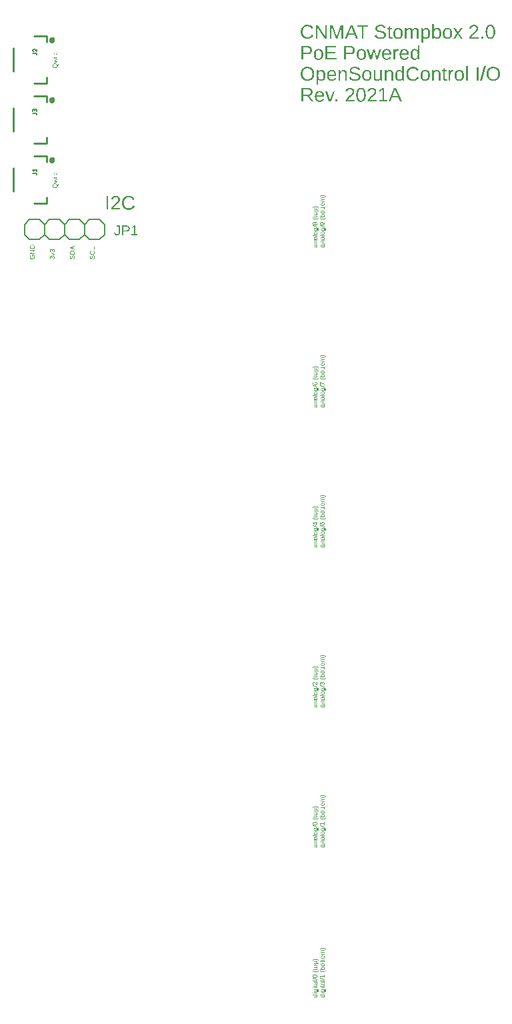
<source format=gbr>
G04 EAGLE Gerber RS-274X export*
G75*
%MOMM*%
%FSLAX34Y34*%
%LPD*%
%INSilkscreen Top*%
%IPPOS*%
%AMOC8*
5,1,8,0,0,1.08239X$1,22.5*%
G01*
G04 Define Apertures*
%ADD10C,0.152400*%
%ADD11C,0.254000*%
%ADD12C,0.400000*%
%ADD13C,0.127000*%
G36*
X385306Y1243102D02*
X385932Y1243153D01*
X386537Y1243238D01*
X387120Y1243358D01*
X387681Y1243511D01*
X388220Y1243699D01*
X388738Y1243921D01*
X389233Y1244176D01*
X389704Y1244464D01*
X390146Y1244781D01*
X390560Y1245128D01*
X390946Y1245505D01*
X391304Y1245910D01*
X391633Y1246346D01*
X391935Y1246810D01*
X392208Y1247305D01*
X392451Y1247825D01*
X392662Y1248365D01*
X392840Y1248927D01*
X392986Y1249510D01*
X393099Y1250114D01*
X393180Y1250739D01*
X393229Y1251385D01*
X393245Y1252053D01*
X393229Y1252722D01*
X393181Y1253369D01*
X393101Y1253993D01*
X392989Y1254595D01*
X392845Y1255174D01*
X392669Y1255731D01*
X392460Y1256265D01*
X392220Y1256776D01*
X391950Y1257261D01*
X391651Y1257716D01*
X391324Y1258142D01*
X390967Y1258538D01*
X390583Y1258904D01*
X390170Y1259241D01*
X389728Y1259547D01*
X389258Y1259824D01*
X388762Y1260070D01*
X388245Y1260283D01*
X387706Y1260464D01*
X387144Y1260611D01*
X386562Y1260726D01*
X385957Y1260808D01*
X385330Y1260857D01*
X384682Y1260873D01*
X384183Y1260864D01*
X383697Y1260837D01*
X383226Y1260791D01*
X382769Y1260727D01*
X382325Y1260645D01*
X381895Y1260545D01*
X381480Y1260426D01*
X381078Y1260289D01*
X380690Y1260134D01*
X380316Y1259960D01*
X379956Y1259769D01*
X379610Y1259559D01*
X379277Y1259331D01*
X378959Y1259084D01*
X378654Y1258819D01*
X378364Y1258536D01*
X378089Y1258237D01*
X377832Y1257924D01*
X377592Y1257596D01*
X377371Y1257255D01*
X377167Y1256899D01*
X376981Y1256529D01*
X376812Y1256145D01*
X376661Y1255747D01*
X376528Y1255335D01*
X376413Y1254908D01*
X376316Y1254468D01*
X376236Y1254013D01*
X376174Y1253544D01*
X376129Y1253061D01*
X376103Y1252564D01*
X376094Y1252053D01*
X376110Y1251382D01*
X376158Y1250733D01*
X376237Y1250106D01*
X376349Y1249499D01*
X376492Y1248914D01*
X376667Y1248350D01*
X376874Y1247808D01*
X377112Y1247286D01*
X377381Y1246791D01*
X377678Y1246325D01*
X378004Y1245890D01*
X378359Y1245485D01*
X378742Y1245109D01*
X379154Y1244764D01*
X379594Y1244449D01*
X380063Y1244164D01*
X380557Y1243911D01*
X381074Y1243692D01*
X381615Y1243506D01*
X382177Y1243355D01*
X382763Y1243236D01*
X383372Y1243152D01*
X384003Y1243102D01*
X384657Y1243085D01*
X385306Y1243102D01*
G37*
G36*
X621337Y1243102D02*
X621963Y1243153D01*
X622568Y1243238D01*
X623151Y1243358D01*
X623712Y1243511D01*
X624251Y1243699D01*
X624769Y1243921D01*
X625264Y1244176D01*
X625735Y1244464D01*
X626177Y1244781D01*
X626591Y1245128D01*
X626977Y1245505D01*
X627335Y1245910D01*
X627665Y1246346D01*
X627966Y1246810D01*
X628239Y1247305D01*
X628482Y1247825D01*
X628693Y1248365D01*
X628871Y1248927D01*
X629017Y1249510D01*
X629130Y1250114D01*
X629211Y1250739D01*
X629260Y1251385D01*
X629276Y1252053D01*
X629260Y1252722D01*
X629212Y1253369D01*
X629132Y1253993D01*
X629020Y1254595D01*
X628876Y1255174D01*
X628700Y1255731D01*
X628492Y1256265D01*
X628252Y1256776D01*
X627981Y1257261D01*
X627682Y1257716D01*
X627355Y1258142D01*
X626999Y1258538D01*
X626614Y1258904D01*
X626201Y1259241D01*
X625759Y1259547D01*
X625289Y1259824D01*
X624793Y1260070D01*
X624276Y1260283D01*
X623737Y1260464D01*
X623176Y1260611D01*
X622593Y1260726D01*
X621988Y1260808D01*
X621361Y1260857D01*
X620713Y1260873D01*
X620214Y1260864D01*
X619729Y1260837D01*
X619257Y1260791D01*
X618800Y1260727D01*
X618356Y1260645D01*
X617927Y1260545D01*
X617511Y1260426D01*
X617109Y1260289D01*
X616721Y1260134D01*
X616347Y1259960D01*
X615987Y1259769D01*
X615641Y1259559D01*
X615308Y1259331D01*
X614990Y1259084D01*
X614685Y1258819D01*
X614395Y1258536D01*
X614120Y1258237D01*
X613863Y1257924D01*
X613624Y1257596D01*
X613402Y1257255D01*
X613198Y1256899D01*
X613012Y1256529D01*
X612843Y1256145D01*
X612693Y1255747D01*
X612560Y1255335D01*
X612444Y1254908D01*
X612347Y1254468D01*
X612267Y1254013D01*
X612205Y1253544D01*
X612161Y1253061D01*
X612134Y1252564D01*
X612125Y1252053D01*
X612141Y1251382D01*
X612189Y1250733D01*
X612268Y1250106D01*
X612380Y1249499D01*
X612523Y1248914D01*
X612698Y1248350D01*
X612905Y1247808D01*
X613144Y1247286D01*
X613412Y1246791D01*
X613710Y1246325D01*
X614036Y1245890D01*
X614390Y1245485D01*
X614773Y1245109D01*
X615185Y1244764D01*
X615625Y1244449D01*
X616094Y1244164D01*
X616588Y1243911D01*
X617106Y1243692D01*
X617646Y1243506D01*
X618209Y1243355D01*
X618794Y1243236D01*
X619403Y1243152D01*
X620034Y1243102D01*
X620688Y1243085D01*
X621337Y1243102D01*
G37*
G36*
X452946Y1216424D02*
X453301Y1216450D01*
X453646Y1216495D01*
X453978Y1216557D01*
X454300Y1216638D01*
X454610Y1216736D01*
X454909Y1216851D01*
X455196Y1216985D01*
X455473Y1217137D01*
X455737Y1217306D01*
X455991Y1217493D01*
X456233Y1217698D01*
X456463Y1217921D01*
X456683Y1218162D01*
X456891Y1218420D01*
X457087Y1218696D01*
X457272Y1218990D01*
X457445Y1219299D01*
X457606Y1219624D01*
X457755Y1219965D01*
X457893Y1220323D01*
X458018Y1220696D01*
X458131Y1221085D01*
X458233Y1221491D01*
X458322Y1221912D01*
X458400Y1222349D01*
X458465Y1222802D01*
X458519Y1223272D01*
X458561Y1223757D01*
X458591Y1224258D01*
X458609Y1224776D01*
X458615Y1225309D01*
X458592Y1226376D01*
X458524Y1227376D01*
X458473Y1227851D01*
X458410Y1228309D01*
X458336Y1228749D01*
X458251Y1229173D01*
X458155Y1229581D01*
X458047Y1229971D01*
X457928Y1230344D01*
X457797Y1230701D01*
X457655Y1231040D01*
X457502Y1231363D01*
X457337Y1231669D01*
X457161Y1231958D01*
X456973Y1232230D01*
X456772Y1232484D01*
X456559Y1232721D01*
X456334Y1232940D01*
X456096Y1233142D01*
X455845Y1233326D01*
X455582Y1233493D01*
X455307Y1233642D01*
X455019Y1233774D01*
X454718Y1233888D01*
X454405Y1233984D01*
X454080Y1234063D01*
X453742Y1234124D01*
X453391Y1234168D01*
X453028Y1234195D01*
X452652Y1234203D01*
X452266Y1234195D01*
X451894Y1234169D01*
X451534Y1234125D01*
X451187Y1234065D01*
X450854Y1233986D01*
X450534Y1233891D01*
X450227Y1233778D01*
X449933Y1233648D01*
X449653Y1233501D01*
X449386Y1233336D01*
X449131Y1233154D01*
X448890Y1232954D01*
X448662Y1232737D01*
X448448Y1232503D01*
X448246Y1232252D01*
X448058Y1231983D01*
X447882Y1231697D01*
X447717Y1231393D01*
X447564Y1231072D01*
X447422Y1230733D01*
X447291Y1230377D01*
X447172Y1230003D01*
X447064Y1229612D01*
X446968Y1229204D01*
X446882Y1228778D01*
X446809Y1228335D01*
X446746Y1227874D01*
X446695Y1227396D01*
X446655Y1226900D01*
X446627Y1226387D01*
X446604Y1225309D01*
X446610Y1224773D01*
X446628Y1224253D01*
X446657Y1223749D01*
X446698Y1223262D01*
X446750Y1222791D01*
X446815Y1222336D01*
X446891Y1221897D01*
X446978Y1221475D01*
X447078Y1221069D01*
X447189Y1220680D01*
X447312Y1220306D01*
X447446Y1219949D01*
X447592Y1219609D01*
X447750Y1219284D01*
X447920Y1218976D01*
X448101Y1218684D01*
X448294Y1218409D01*
X448498Y1218152D01*
X448714Y1217913D01*
X448942Y1217691D01*
X449181Y1217487D01*
X449432Y1217301D01*
X449695Y1217133D01*
X449969Y1216982D01*
X450254Y1216849D01*
X450552Y1216734D01*
X450860Y1216636D01*
X451181Y1216557D01*
X451513Y1216494D01*
X451857Y1216450D01*
X452212Y1216424D01*
X452579Y1216415D01*
X452946Y1216424D01*
G37*
G36*
X617258Y1296434D02*
X617614Y1296460D01*
X617958Y1296505D01*
X618291Y1296567D01*
X618612Y1296648D01*
X618923Y1296746D01*
X619221Y1296861D01*
X619509Y1296995D01*
X619785Y1297147D01*
X620050Y1297316D01*
X620303Y1297503D01*
X620545Y1297708D01*
X620776Y1297931D01*
X620995Y1298172D01*
X621203Y1298430D01*
X621400Y1298706D01*
X621585Y1299000D01*
X621758Y1299309D01*
X621919Y1299634D01*
X622068Y1299975D01*
X622205Y1300333D01*
X622331Y1300706D01*
X622444Y1301095D01*
X622545Y1301501D01*
X622635Y1301922D01*
X622712Y1302359D01*
X622778Y1302812D01*
X622832Y1303282D01*
X622873Y1303767D01*
X622903Y1304268D01*
X622921Y1304786D01*
X622927Y1305319D01*
X622904Y1306386D01*
X622836Y1307386D01*
X622785Y1307861D01*
X622723Y1308319D01*
X622649Y1308759D01*
X622564Y1309183D01*
X622467Y1309591D01*
X622359Y1309981D01*
X622240Y1310354D01*
X622109Y1310711D01*
X621967Y1311050D01*
X621814Y1311373D01*
X621649Y1311679D01*
X621473Y1311968D01*
X621285Y1312240D01*
X621085Y1312494D01*
X620872Y1312731D01*
X620646Y1312950D01*
X620408Y1313152D01*
X620158Y1313336D01*
X619895Y1313503D01*
X619619Y1313652D01*
X619331Y1313784D01*
X619031Y1313898D01*
X618718Y1313994D01*
X618392Y1314073D01*
X618054Y1314134D01*
X617704Y1314178D01*
X617340Y1314205D01*
X616965Y1314213D01*
X616579Y1314205D01*
X616206Y1314179D01*
X615846Y1314135D01*
X615500Y1314075D01*
X615167Y1313996D01*
X614847Y1313901D01*
X614540Y1313788D01*
X614246Y1313658D01*
X613965Y1313511D01*
X613698Y1313346D01*
X613444Y1313164D01*
X613203Y1312964D01*
X612975Y1312747D01*
X612760Y1312513D01*
X612559Y1312262D01*
X612370Y1311993D01*
X612194Y1311707D01*
X612030Y1311403D01*
X611876Y1311082D01*
X611734Y1310743D01*
X611604Y1310387D01*
X611485Y1310013D01*
X611377Y1309622D01*
X611280Y1309214D01*
X611195Y1308788D01*
X611121Y1308345D01*
X611059Y1307884D01*
X611008Y1307406D01*
X610968Y1306910D01*
X610939Y1306397D01*
X610917Y1305319D01*
X610923Y1304783D01*
X610940Y1304263D01*
X610969Y1303759D01*
X611010Y1303272D01*
X611063Y1302801D01*
X611127Y1302346D01*
X611203Y1301907D01*
X611291Y1301485D01*
X611390Y1301079D01*
X611501Y1300690D01*
X611624Y1300316D01*
X611759Y1299959D01*
X611905Y1299619D01*
X612063Y1299294D01*
X612232Y1298986D01*
X612413Y1298694D01*
X612606Y1298419D01*
X612811Y1298162D01*
X613027Y1297923D01*
X613255Y1297701D01*
X613494Y1297497D01*
X613745Y1297311D01*
X614007Y1297143D01*
X614281Y1296992D01*
X614567Y1296859D01*
X614864Y1296744D01*
X615173Y1296646D01*
X615493Y1296567D01*
X615826Y1296504D01*
X616169Y1296460D01*
X616524Y1296434D01*
X616891Y1296425D01*
X617258Y1296434D01*
G37*
G36*
X379308Y1223837D02*
X384694Y1223837D01*
X389184Y1216660D01*
X391883Y1216660D01*
X389065Y1220937D01*
X386976Y1224107D01*
X387456Y1224208D01*
X387910Y1224339D01*
X388337Y1224501D01*
X388738Y1224693D01*
X388956Y1224822D01*
X389112Y1224915D01*
X389459Y1225167D01*
X389780Y1225450D01*
X390073Y1225763D01*
X390337Y1226101D01*
X390565Y1226458D01*
X390758Y1226834D01*
X390915Y1227229D01*
X391038Y1227643D01*
X391126Y1228077D01*
X391178Y1228530D01*
X391196Y1229002D01*
X391190Y1229289D01*
X391171Y1229568D01*
X391140Y1229840D01*
X391097Y1230103D01*
X390973Y1230606D01*
X390799Y1231077D01*
X390575Y1231515D01*
X390302Y1231922D01*
X389980Y1232297D01*
X389607Y1232639D01*
X389189Y1232945D01*
X388730Y1233211D01*
X388229Y1233435D01*
X387686Y1233619D01*
X387101Y1233762D01*
X386475Y1233864D01*
X385808Y1233925D01*
X385099Y1233946D01*
X376965Y1233946D01*
X376965Y1216660D01*
X379308Y1216660D01*
X379308Y1223837D01*
G37*
G36*
X398336Y1243305D02*
X398324Y1244821D01*
X398309Y1245224D01*
X398287Y1245391D01*
X398349Y1245391D01*
X398489Y1245112D01*
X398644Y1244850D01*
X398815Y1244607D01*
X399002Y1244382D01*
X399205Y1244175D01*
X399423Y1243986D01*
X399657Y1243814D01*
X399907Y1243661D01*
X400172Y1243526D01*
X400454Y1243409D01*
X400750Y1243310D01*
X401063Y1243229D01*
X401391Y1243166D01*
X401736Y1243121D01*
X402095Y1243094D01*
X402471Y1243085D01*
X402771Y1243091D01*
X403062Y1243112D01*
X403343Y1243146D01*
X403615Y1243193D01*
X403877Y1243254D01*
X404130Y1243329D01*
X404373Y1243417D01*
X404607Y1243519D01*
X404831Y1243634D01*
X405046Y1243763D01*
X405251Y1243905D01*
X405446Y1244061D01*
X405809Y1244414D01*
X406133Y1244821D01*
X406419Y1245282D01*
X406667Y1245797D01*
X406877Y1246367D01*
X407048Y1246990D01*
X407182Y1247669D01*
X407277Y1248401D01*
X407334Y1249188D01*
X407354Y1250028D01*
X407335Y1250879D01*
X407278Y1251672D01*
X407183Y1252405D01*
X407050Y1253080D01*
X406879Y1253696D01*
X406670Y1254254D01*
X406424Y1254753D01*
X406139Y1255193D01*
X405816Y1255579D01*
X405454Y1255912D01*
X405054Y1256195D01*
X404839Y1256317D01*
X404615Y1256426D01*
X404381Y1256522D01*
X404137Y1256606D01*
X403883Y1256677D01*
X403620Y1256734D01*
X403347Y1256779D01*
X403065Y1256811D01*
X402773Y1256831D01*
X402471Y1256837D01*
X402085Y1256828D01*
X401718Y1256801D01*
X401370Y1256757D01*
X401042Y1256695D01*
X400732Y1256614D01*
X400442Y1256516D01*
X400171Y1256400D01*
X399919Y1256267D01*
X399683Y1256114D01*
X399458Y1255940D01*
X399246Y1255747D01*
X399045Y1255532D01*
X398856Y1255297D01*
X398679Y1255042D01*
X398514Y1254766D01*
X398361Y1254469D01*
X398312Y1254469D01*
X398281Y1255328D01*
X398226Y1256254D01*
X398189Y1256604D01*
X396055Y1256604D01*
X396087Y1256186D01*
X396110Y1255595D01*
X396128Y1253893D01*
X396128Y1238116D01*
X398336Y1238116D01*
X398336Y1243305D01*
G37*
G36*
X531399Y1296645D02*
X531387Y1298161D01*
X531371Y1298564D01*
X531350Y1298731D01*
X531411Y1298731D01*
X531551Y1298452D01*
X531706Y1298190D01*
X531878Y1297947D01*
X532065Y1297722D01*
X532267Y1297515D01*
X532485Y1297326D01*
X532720Y1297154D01*
X532969Y1297001D01*
X533235Y1296866D01*
X533516Y1296749D01*
X533813Y1296650D01*
X534126Y1296569D01*
X534454Y1296506D01*
X534798Y1296461D01*
X535158Y1296434D01*
X535533Y1296425D01*
X535834Y1296431D01*
X536125Y1296452D01*
X536406Y1296486D01*
X536678Y1296533D01*
X536940Y1296594D01*
X537193Y1296669D01*
X537436Y1296757D01*
X537670Y1296859D01*
X537894Y1296974D01*
X538108Y1297103D01*
X538313Y1297245D01*
X538509Y1297401D01*
X538871Y1297754D01*
X539195Y1298161D01*
X539481Y1298622D01*
X539729Y1299137D01*
X539939Y1299707D01*
X540111Y1300330D01*
X540244Y1301009D01*
X540340Y1301741D01*
X540397Y1302528D01*
X540416Y1303368D01*
X540397Y1304219D01*
X540340Y1305012D01*
X540245Y1305745D01*
X540112Y1306420D01*
X539942Y1307036D01*
X539733Y1307594D01*
X539486Y1308093D01*
X539201Y1308533D01*
X538878Y1308919D01*
X538517Y1309252D01*
X538116Y1309535D01*
X537902Y1309657D01*
X537677Y1309766D01*
X537443Y1309862D01*
X537199Y1309946D01*
X536946Y1310017D01*
X536683Y1310074D01*
X536410Y1310119D01*
X536127Y1310151D01*
X535835Y1310171D01*
X535533Y1310177D01*
X535147Y1310168D01*
X534780Y1310141D01*
X534433Y1310097D01*
X534104Y1310035D01*
X533795Y1309954D01*
X533505Y1309856D01*
X533233Y1309740D01*
X532982Y1309607D01*
X532745Y1309454D01*
X532521Y1309280D01*
X532308Y1309087D01*
X532107Y1308872D01*
X531919Y1308637D01*
X531742Y1308382D01*
X531577Y1308106D01*
X531424Y1307809D01*
X531374Y1307809D01*
X531344Y1308668D01*
X531289Y1309594D01*
X531252Y1309944D01*
X529117Y1309944D01*
X529149Y1309526D01*
X529172Y1308935D01*
X529191Y1307233D01*
X529191Y1291456D01*
X531399Y1291456D01*
X531399Y1296645D01*
G37*
G36*
X549834Y1296431D02*
X550125Y1296452D01*
X550406Y1296486D01*
X550678Y1296533D01*
X550940Y1296594D01*
X551193Y1296669D01*
X551436Y1296757D01*
X551670Y1296859D01*
X551894Y1296974D01*
X552108Y1297103D01*
X552313Y1297245D01*
X552509Y1297401D01*
X552871Y1297754D01*
X553195Y1298161D01*
X553481Y1298622D01*
X553729Y1299137D01*
X553939Y1299707D01*
X554111Y1300330D01*
X554244Y1301009D01*
X554340Y1301741D01*
X554397Y1302528D01*
X554416Y1303368D01*
X554398Y1304200D01*
X554342Y1304977D01*
X554250Y1305700D01*
X554120Y1306368D01*
X553954Y1306982D01*
X553750Y1307541D01*
X553510Y1308046D01*
X553232Y1308496D01*
X552915Y1308893D01*
X552741Y1309072D01*
X552557Y1309237D01*
X552362Y1309389D01*
X552157Y1309528D01*
X551941Y1309654D01*
X551716Y1309766D01*
X551479Y1309865D01*
X551232Y1309951D01*
X550975Y1310024D01*
X550708Y1310084D01*
X550430Y1310130D01*
X550141Y1310163D01*
X549843Y1310183D01*
X549533Y1310189D01*
X549167Y1310181D01*
X548815Y1310155D01*
X548479Y1310112D01*
X548158Y1310051D01*
X547852Y1309974D01*
X547561Y1309879D01*
X547285Y1309767D01*
X547025Y1309637D01*
X546778Y1309488D01*
X546543Y1309316D01*
X546321Y1309122D01*
X546112Y1308904D01*
X545915Y1308665D01*
X545731Y1308402D01*
X545559Y1308117D01*
X545399Y1307809D01*
X545350Y1307809D01*
X545387Y1308818D01*
X545399Y1309686D01*
X545399Y1314876D01*
X543191Y1314876D01*
X543191Y1299406D01*
X543172Y1297685D01*
X543149Y1297089D01*
X543117Y1296670D01*
X545252Y1296670D01*
X545282Y1296957D01*
X545325Y1297572D01*
X545362Y1298251D01*
X545374Y1298731D01*
X545399Y1298731D01*
X545561Y1298438D01*
X545735Y1298166D01*
X545921Y1297914D01*
X546118Y1297684D01*
X546327Y1297474D01*
X546548Y1297285D01*
X546780Y1297117D01*
X547025Y1296971D01*
X547282Y1296843D01*
X547556Y1296732D01*
X547846Y1296638D01*
X548152Y1296561D01*
X548473Y1296501D01*
X548811Y1296459D01*
X549164Y1296433D01*
X549533Y1296425D01*
X549834Y1296431D01*
G37*
G36*
X501333Y1243093D02*
X501685Y1243119D01*
X502021Y1243162D01*
X502342Y1243223D01*
X502648Y1243300D01*
X502939Y1243395D01*
X503215Y1243507D01*
X503476Y1243637D01*
X503722Y1243786D01*
X503957Y1243958D01*
X504179Y1244153D01*
X504388Y1244370D01*
X504585Y1244610D01*
X504769Y1244872D01*
X504942Y1245157D01*
X505101Y1245465D01*
X505150Y1245465D01*
X505161Y1244900D01*
X505193Y1244238D01*
X505234Y1243655D01*
X505273Y1243330D01*
X507383Y1243330D01*
X507351Y1243749D01*
X507328Y1244345D01*
X507309Y1246066D01*
X507309Y1261536D01*
X505101Y1261536D01*
X505101Y1256027D01*
X505126Y1254543D01*
X505101Y1254543D01*
X504942Y1254833D01*
X504770Y1255104D01*
X504586Y1255353D01*
X504390Y1255583D01*
X504181Y1255792D01*
X503960Y1255981D01*
X503727Y1256149D01*
X503482Y1256297D01*
X503222Y1256427D01*
X502947Y1256539D01*
X502656Y1256634D01*
X502350Y1256711D01*
X502028Y1256772D01*
X501690Y1256815D01*
X501336Y1256841D01*
X500967Y1256849D01*
X500666Y1256843D01*
X500375Y1256822D01*
X500094Y1256788D01*
X499822Y1256741D01*
X499560Y1256680D01*
X499307Y1256605D01*
X499064Y1256517D01*
X498831Y1256415D01*
X498606Y1256300D01*
X498392Y1256171D01*
X498187Y1256029D01*
X497991Y1255873D01*
X497629Y1255520D01*
X497305Y1255113D01*
X497019Y1254652D01*
X496771Y1254137D01*
X496561Y1253567D01*
X496389Y1252944D01*
X496256Y1252265D01*
X496160Y1251533D01*
X496103Y1250747D01*
X496084Y1249906D01*
X496103Y1249074D01*
X496158Y1248297D01*
X496251Y1247574D01*
X496380Y1246906D01*
X496547Y1246292D01*
X496750Y1245733D01*
X496990Y1245228D01*
X497268Y1244778D01*
X497585Y1244381D01*
X497759Y1244202D01*
X497943Y1244037D01*
X498138Y1243885D01*
X498343Y1243746D01*
X498559Y1243620D01*
X498785Y1243508D01*
X499021Y1243409D01*
X499268Y1243323D01*
X499525Y1243250D01*
X499792Y1243190D01*
X500070Y1243144D01*
X500359Y1243111D01*
X500658Y1243091D01*
X500967Y1243085D01*
X501333Y1243093D01*
G37*
G36*
X520865Y1269763D02*
X521216Y1269789D01*
X521552Y1269832D01*
X521874Y1269893D01*
X522180Y1269970D01*
X522470Y1270065D01*
X522746Y1270177D01*
X523007Y1270307D01*
X523254Y1270456D01*
X523488Y1270628D01*
X523710Y1270823D01*
X523919Y1271040D01*
X524116Y1271280D01*
X524301Y1271542D01*
X524473Y1271827D01*
X524632Y1272135D01*
X524681Y1272135D01*
X524692Y1271570D01*
X524724Y1270908D01*
X524766Y1270325D01*
X524804Y1270000D01*
X526914Y1270000D01*
X526882Y1270419D01*
X526859Y1271015D01*
X526841Y1272736D01*
X526841Y1288206D01*
X524632Y1288206D01*
X524632Y1282697D01*
X524657Y1281213D01*
X524632Y1281213D01*
X524473Y1281503D01*
X524301Y1281774D01*
X524117Y1282023D01*
X523921Y1282253D01*
X523712Y1282462D01*
X523491Y1282651D01*
X523258Y1282819D01*
X523013Y1282967D01*
X522754Y1283097D01*
X522479Y1283209D01*
X522188Y1283304D01*
X521881Y1283381D01*
X521559Y1283442D01*
X521221Y1283485D01*
X520867Y1283511D01*
X520498Y1283519D01*
X520198Y1283513D01*
X519907Y1283492D01*
X519625Y1283458D01*
X519354Y1283411D01*
X519091Y1283350D01*
X518839Y1283275D01*
X518595Y1283187D01*
X518362Y1283085D01*
X518138Y1282970D01*
X517923Y1282841D01*
X517718Y1282699D01*
X517523Y1282543D01*
X517160Y1282190D01*
X516836Y1281783D01*
X516550Y1281322D01*
X516302Y1280807D01*
X516092Y1280237D01*
X515920Y1279614D01*
X515787Y1278935D01*
X515692Y1278203D01*
X515634Y1277417D01*
X515615Y1276576D01*
X515634Y1275744D01*
X515689Y1274967D01*
X515782Y1274244D01*
X515911Y1273576D01*
X516078Y1272962D01*
X516281Y1272403D01*
X516522Y1271898D01*
X516799Y1271448D01*
X517116Y1271051D01*
X517290Y1270872D01*
X517474Y1270707D01*
X517669Y1270555D01*
X517874Y1270416D01*
X518090Y1270290D01*
X518316Y1270178D01*
X518552Y1270079D01*
X518799Y1269993D01*
X519056Y1269920D01*
X519324Y1269860D01*
X519602Y1269814D01*
X519890Y1269781D01*
X520189Y1269761D01*
X520498Y1269755D01*
X520865Y1269763D01*
G37*
G36*
X379308Y1276735D02*
X384387Y1276735D01*
X385056Y1276758D01*
X385690Y1276826D01*
X386287Y1276939D01*
X386848Y1277097D01*
X387374Y1277301D01*
X387864Y1277549D01*
X388318Y1277844D01*
X388736Y1278183D01*
X389111Y1278560D01*
X389437Y1278969D01*
X389712Y1279410D01*
X389937Y1279882D01*
X390112Y1280385D01*
X390237Y1280920D01*
X390281Y1281199D01*
X390312Y1281486D01*
X390331Y1281781D01*
X390337Y1282084D01*
X390331Y1282389D01*
X390312Y1282686D01*
X390281Y1282974D01*
X390238Y1283253D01*
X390181Y1283524D01*
X390113Y1283786D01*
X389939Y1284283D01*
X389714Y1284746D01*
X389440Y1285173D01*
X389116Y1285566D01*
X388742Y1285924D01*
X388323Y1286243D01*
X387863Y1286520D01*
X387362Y1286754D01*
X386819Y1286945D01*
X386236Y1287094D01*
X385612Y1287201D01*
X384946Y1287264D01*
X384240Y1287286D01*
X376965Y1287286D01*
X376965Y1270000D01*
X379308Y1270000D01*
X379308Y1276735D01*
G37*
G36*
X433777Y1276735D02*
X438856Y1276735D01*
X439525Y1276758D01*
X440158Y1276826D01*
X440756Y1276939D01*
X441317Y1277097D01*
X441843Y1277301D01*
X442333Y1277549D01*
X442787Y1277844D01*
X443205Y1278183D01*
X443580Y1278560D01*
X443905Y1278969D01*
X444181Y1279410D01*
X444406Y1279882D01*
X444581Y1280385D01*
X444706Y1280920D01*
X444750Y1281199D01*
X444781Y1281486D01*
X444800Y1281781D01*
X444806Y1282084D01*
X444800Y1282389D01*
X444781Y1282686D01*
X444750Y1282974D01*
X444706Y1283253D01*
X444650Y1283524D01*
X444582Y1283786D01*
X444407Y1284283D01*
X444183Y1284746D01*
X443909Y1285173D01*
X443585Y1285566D01*
X443211Y1285924D01*
X442792Y1286243D01*
X442332Y1286520D01*
X441830Y1286754D01*
X441288Y1286945D01*
X440705Y1287094D01*
X440080Y1287201D01*
X439415Y1287264D01*
X438709Y1287286D01*
X431434Y1287286D01*
X431434Y1270000D01*
X433777Y1270000D01*
X433777Y1276735D01*
G37*
%LPC*%
G36*
X384299Y1244994D02*
X383950Y1245016D01*
X383611Y1245053D01*
X383283Y1245105D01*
X382964Y1245172D01*
X382655Y1245254D01*
X382356Y1245351D01*
X382067Y1245463D01*
X381788Y1245590D01*
X381519Y1245731D01*
X381259Y1245888D01*
X381010Y1246059D01*
X380771Y1246246D01*
X380541Y1246447D01*
X380321Y1246663D01*
X380112Y1246894D01*
X379913Y1247138D01*
X379728Y1247392D01*
X379555Y1247656D01*
X379395Y1247932D01*
X379248Y1248217D01*
X379114Y1248514D01*
X378992Y1248820D01*
X378883Y1249137D01*
X378787Y1249465D01*
X378704Y1249803D01*
X378634Y1250152D01*
X378576Y1250511D01*
X378532Y1250881D01*
X378500Y1251261D01*
X378480Y1251651D01*
X378474Y1252053D01*
X378480Y1252456D01*
X378499Y1252849D01*
X378531Y1253230D01*
X378575Y1253599D01*
X378632Y1253957D01*
X378702Y1254304D01*
X378784Y1254639D01*
X378879Y1254963D01*
X378986Y1255276D01*
X379107Y1255577D01*
X379239Y1255866D01*
X379385Y1256145D01*
X379543Y1256412D01*
X379714Y1256667D01*
X379897Y1256911D01*
X380093Y1257144D01*
X380301Y1257364D01*
X380519Y1257569D01*
X380748Y1257761D01*
X380987Y1257938D01*
X381237Y1258101D01*
X381498Y1258250D01*
X381769Y1258385D01*
X382050Y1258506D01*
X382342Y1258612D01*
X382645Y1258704D01*
X382958Y1258782D01*
X383282Y1258846D01*
X383616Y1258896D01*
X383961Y1258931D01*
X384316Y1258952D01*
X384682Y1258960D01*
X385044Y1258952D01*
X385397Y1258931D01*
X385739Y1258895D01*
X386071Y1258845D01*
X386392Y1258780D01*
X386703Y1258701D01*
X387003Y1258607D01*
X387293Y1258499D01*
X387573Y1258377D01*
X387842Y1258241D01*
X388101Y1258090D01*
X388349Y1257924D01*
X388587Y1257745D01*
X388815Y1257551D01*
X389032Y1257342D01*
X389239Y1257119D01*
X389435Y1256884D01*
X389617Y1256638D01*
X389787Y1256380D01*
X389945Y1256113D01*
X390090Y1255834D01*
X390222Y1255544D01*
X390342Y1255244D01*
X390449Y1254933D01*
X390544Y1254610D01*
X390626Y1254278D01*
X390695Y1253934D01*
X390752Y1253579D01*
X390796Y1253214D01*
X390827Y1252838D01*
X390846Y1252450D01*
X390852Y1252053D01*
X390846Y1251637D01*
X390827Y1251233D01*
X390796Y1250841D01*
X390752Y1250461D01*
X390696Y1250093D01*
X390627Y1249737D01*
X390546Y1249393D01*
X390452Y1249061D01*
X390346Y1248740D01*
X390227Y1248432D01*
X390096Y1248136D01*
X389952Y1247851D01*
X389796Y1247579D01*
X389627Y1247318D01*
X389445Y1247069D01*
X389252Y1246833D01*
X389046Y1246609D01*
X388830Y1246400D01*
X388602Y1246205D01*
X388364Y1246025D01*
X388115Y1245859D01*
X387855Y1245707D01*
X387584Y1245570D01*
X387302Y1245448D01*
X387010Y1245340D01*
X386706Y1245246D01*
X386392Y1245166D01*
X386067Y1245102D01*
X385731Y1245051D01*
X385384Y1245015D01*
X385026Y1244993D01*
X384657Y1244986D01*
X384299Y1244994D01*
G37*
G36*
X620330Y1244994D02*
X619981Y1245016D01*
X619643Y1245053D01*
X619314Y1245105D01*
X618995Y1245172D01*
X618686Y1245254D01*
X618387Y1245351D01*
X618098Y1245463D01*
X617819Y1245590D01*
X617550Y1245731D01*
X617291Y1245888D01*
X617041Y1246059D01*
X616802Y1246246D01*
X616572Y1246447D01*
X616353Y1246663D01*
X616143Y1246894D01*
X615945Y1247138D01*
X615759Y1247392D01*
X615586Y1247656D01*
X615427Y1247932D01*
X615279Y1248217D01*
X615145Y1248514D01*
X615023Y1248820D01*
X614915Y1249137D01*
X614819Y1249465D01*
X614736Y1249803D01*
X614665Y1250152D01*
X614608Y1250511D01*
X614563Y1250881D01*
X614531Y1251261D01*
X614512Y1251651D01*
X614505Y1252053D01*
X614512Y1252456D01*
X614531Y1252849D01*
X614562Y1253230D01*
X614606Y1253599D01*
X614663Y1253957D01*
X614733Y1254304D01*
X614815Y1254639D01*
X614910Y1254963D01*
X615018Y1255276D01*
X615138Y1255577D01*
X615271Y1255866D01*
X615416Y1256145D01*
X615574Y1256412D01*
X615745Y1256667D01*
X615929Y1256911D01*
X616125Y1257144D01*
X616332Y1257364D01*
X616551Y1257569D01*
X616779Y1257761D01*
X617019Y1257938D01*
X617269Y1258101D01*
X617529Y1258250D01*
X617800Y1258385D01*
X618081Y1258506D01*
X618373Y1258612D01*
X618676Y1258704D01*
X618989Y1258782D01*
X619313Y1258846D01*
X619647Y1258896D01*
X619992Y1258931D01*
X620347Y1258952D01*
X620713Y1258960D01*
X621076Y1258952D01*
X621428Y1258931D01*
X621770Y1258895D01*
X622102Y1258845D01*
X622423Y1258780D01*
X622734Y1258701D01*
X623034Y1258607D01*
X623324Y1258499D01*
X623604Y1258377D01*
X623873Y1258241D01*
X624132Y1258090D01*
X624381Y1257924D01*
X624619Y1257745D01*
X624846Y1257551D01*
X625064Y1257342D01*
X625270Y1257119D01*
X625466Y1256884D01*
X625649Y1256638D01*
X625819Y1256380D01*
X625976Y1256113D01*
X626121Y1255834D01*
X626254Y1255544D01*
X626373Y1255244D01*
X626480Y1254933D01*
X626575Y1254610D01*
X626657Y1254278D01*
X626726Y1253934D01*
X626783Y1253579D01*
X626827Y1253214D01*
X626859Y1252838D01*
X626877Y1252450D01*
X626884Y1252053D01*
X626877Y1251637D01*
X626859Y1251233D01*
X626827Y1250841D01*
X626784Y1250461D01*
X626727Y1250093D01*
X626659Y1249737D01*
X626577Y1249393D01*
X626483Y1249061D01*
X626377Y1248740D01*
X626258Y1248432D01*
X626127Y1248136D01*
X625983Y1247851D01*
X625827Y1247579D01*
X625658Y1247318D01*
X625477Y1247069D01*
X625283Y1246833D01*
X625077Y1246609D01*
X624861Y1246400D01*
X624633Y1246205D01*
X624395Y1246025D01*
X624146Y1245859D01*
X623886Y1245707D01*
X623615Y1245570D01*
X623334Y1245448D01*
X623041Y1245340D01*
X622738Y1245246D01*
X622423Y1245166D01*
X622098Y1245102D01*
X621762Y1245051D01*
X621415Y1245015D01*
X621057Y1244993D01*
X620688Y1244986D01*
X620330Y1244994D01*
G37*
%LPD*%
G36*
X398945Y1269761D02*
X399294Y1269781D01*
X399632Y1269815D01*
X399959Y1269861D01*
X400275Y1269921D01*
X400580Y1269994D01*
X400875Y1270081D01*
X401159Y1270181D01*
X401432Y1270294D01*
X401694Y1270421D01*
X401945Y1270561D01*
X402185Y1270714D01*
X402415Y1270880D01*
X402634Y1271060D01*
X402842Y1271253D01*
X403039Y1271460D01*
X403224Y1271680D01*
X403398Y1271914D01*
X403560Y1272162D01*
X403710Y1272424D01*
X403847Y1272699D01*
X403973Y1272989D01*
X404087Y1273292D01*
X404189Y1273610D01*
X404279Y1273941D01*
X404357Y1274286D01*
X404423Y1274645D01*
X404476Y1275018D01*
X404518Y1275405D01*
X404548Y1275806D01*
X404566Y1276221D01*
X404572Y1276649D01*
X404550Y1277501D01*
X404483Y1278294D01*
X404370Y1279030D01*
X404298Y1279377D01*
X404213Y1279709D01*
X404118Y1280026D01*
X404012Y1280329D01*
X403894Y1280618D01*
X403765Y1280892D01*
X403625Y1281152D01*
X403473Y1281397D01*
X403311Y1281628D01*
X403137Y1281845D01*
X402951Y1282048D01*
X402753Y1282237D01*
X402542Y1282414D01*
X402319Y1282577D01*
X402083Y1282728D01*
X401834Y1282865D01*
X401573Y1282990D01*
X401300Y1283101D01*
X401014Y1283199D01*
X400715Y1283284D01*
X400404Y1283356D01*
X400080Y1283415D01*
X399743Y1283461D01*
X399395Y1283493D01*
X399033Y1283513D01*
X398659Y1283519D01*
X398293Y1283513D01*
X397939Y1283493D01*
X397596Y1283459D01*
X397265Y1283412D01*
X396945Y1283352D01*
X396637Y1283278D01*
X396341Y1283191D01*
X396056Y1283090D01*
X395783Y1282976D01*
X395521Y1282848D01*
X395272Y1282708D01*
X395033Y1282553D01*
X394807Y1282386D01*
X394592Y1282204D01*
X394388Y1282010D01*
X394197Y1281802D01*
X394016Y1281580D01*
X393848Y1281346D01*
X393691Y1281097D01*
X393546Y1280836D01*
X393412Y1280561D01*
X393290Y1280272D01*
X393180Y1279970D01*
X393081Y1279655D01*
X392994Y1279326D01*
X392918Y1278984D01*
X392854Y1278628D01*
X392802Y1278259D01*
X392761Y1277877D01*
X392732Y1277481D01*
X392709Y1276649D01*
X392732Y1275837D01*
X392802Y1275073D01*
X392918Y1274359D01*
X392993Y1274020D01*
X393080Y1273694D01*
X393179Y1273380D01*
X393289Y1273079D01*
X393411Y1272789D01*
X393544Y1272512D01*
X393689Y1272248D01*
X393846Y1271995D01*
X394014Y1271755D01*
X394193Y1271527D01*
X394385Y1271313D01*
X394587Y1271112D01*
X394800Y1270925D01*
X395025Y1270752D01*
X395260Y1270593D01*
X395507Y1270447D01*
X395765Y1270316D01*
X396034Y1270198D01*
X396314Y1270094D01*
X396605Y1270004D01*
X396907Y1269928D01*
X397221Y1269865D01*
X397545Y1269817D01*
X397881Y1269782D01*
X398228Y1269762D01*
X398585Y1269755D01*
X398945Y1269761D01*
G37*
G36*
X453414Y1269761D02*
X453762Y1269781D01*
X454100Y1269815D01*
X454427Y1269861D01*
X454744Y1269921D01*
X455049Y1269994D01*
X455344Y1270081D01*
X455627Y1270181D01*
X455900Y1270294D01*
X456162Y1270421D01*
X456414Y1270561D01*
X456654Y1270714D01*
X456884Y1270880D01*
X457102Y1271060D01*
X457310Y1271253D01*
X457508Y1271460D01*
X457693Y1271680D01*
X457867Y1271914D01*
X458029Y1272162D01*
X458178Y1272424D01*
X458316Y1272699D01*
X458442Y1272989D01*
X458556Y1273292D01*
X458658Y1273610D01*
X458748Y1273941D01*
X458825Y1274286D01*
X458891Y1274645D01*
X458945Y1275018D01*
X458987Y1275405D01*
X459017Y1275806D01*
X459035Y1276221D01*
X459041Y1276649D01*
X459019Y1277501D01*
X458951Y1278294D01*
X458839Y1279030D01*
X458766Y1279377D01*
X458682Y1279709D01*
X458587Y1280026D01*
X458480Y1280329D01*
X458363Y1280618D01*
X458234Y1280892D01*
X458093Y1281152D01*
X457942Y1281397D01*
X457779Y1281628D01*
X457606Y1281845D01*
X457420Y1282048D01*
X457222Y1282237D01*
X457011Y1282414D01*
X456788Y1282577D01*
X456552Y1282728D01*
X456303Y1282865D01*
X456042Y1282990D01*
X455769Y1283101D01*
X455482Y1283199D01*
X455184Y1283284D01*
X454872Y1283356D01*
X454549Y1283415D01*
X454212Y1283461D01*
X453863Y1283493D01*
X453502Y1283513D01*
X453128Y1283519D01*
X452762Y1283513D01*
X452407Y1283493D01*
X452064Y1283459D01*
X451733Y1283412D01*
X451414Y1283352D01*
X451106Y1283278D01*
X450809Y1283191D01*
X450525Y1283090D01*
X450252Y1282976D01*
X449990Y1282848D01*
X449740Y1282708D01*
X449502Y1282553D01*
X449275Y1282386D01*
X449060Y1282204D01*
X448857Y1282010D01*
X448665Y1281802D01*
X448485Y1281580D01*
X448317Y1281346D01*
X448160Y1281097D01*
X448015Y1280836D01*
X447881Y1280561D01*
X447759Y1280272D01*
X447648Y1279970D01*
X447550Y1279655D01*
X447463Y1279326D01*
X447387Y1278984D01*
X447323Y1278628D01*
X447271Y1278259D01*
X447230Y1277877D01*
X447201Y1277481D01*
X447178Y1276649D01*
X447201Y1275837D01*
X447271Y1275073D01*
X447387Y1274359D01*
X447462Y1274020D01*
X447549Y1273694D01*
X447647Y1273380D01*
X447758Y1273079D01*
X447879Y1272789D01*
X448013Y1272512D01*
X448158Y1272248D01*
X448314Y1271995D01*
X448482Y1271755D01*
X448662Y1271527D01*
X448853Y1271313D01*
X449056Y1271112D01*
X449269Y1270925D01*
X449493Y1270752D01*
X449729Y1270593D01*
X449976Y1270447D01*
X450234Y1270316D01*
X450502Y1270198D01*
X450783Y1270094D01*
X451074Y1270004D01*
X451376Y1269928D01*
X451689Y1269865D01*
X452014Y1269817D01*
X452350Y1269782D01*
X452696Y1269762D01*
X453054Y1269755D01*
X453414Y1269761D01*
G37*
G36*
X460414Y1243091D02*
X460762Y1243111D01*
X461100Y1243145D01*
X461427Y1243191D01*
X461744Y1243251D01*
X462049Y1243324D01*
X462344Y1243411D01*
X462627Y1243511D01*
X462900Y1243624D01*
X463162Y1243751D01*
X463414Y1243891D01*
X463654Y1244044D01*
X463884Y1244210D01*
X464102Y1244390D01*
X464310Y1244583D01*
X464508Y1244790D01*
X464693Y1245010D01*
X464867Y1245244D01*
X465029Y1245492D01*
X465178Y1245754D01*
X465316Y1246029D01*
X465442Y1246319D01*
X465556Y1246622D01*
X465658Y1246940D01*
X465748Y1247271D01*
X465825Y1247616D01*
X465891Y1247975D01*
X465945Y1248348D01*
X465987Y1248735D01*
X466017Y1249136D01*
X466035Y1249551D01*
X466041Y1249979D01*
X466019Y1250831D01*
X465951Y1251624D01*
X465839Y1252360D01*
X465766Y1252707D01*
X465682Y1253039D01*
X465587Y1253356D01*
X465480Y1253659D01*
X465363Y1253948D01*
X465234Y1254222D01*
X465093Y1254482D01*
X464942Y1254727D01*
X464779Y1254958D01*
X464606Y1255175D01*
X464420Y1255378D01*
X464222Y1255567D01*
X464011Y1255744D01*
X463788Y1255907D01*
X463552Y1256058D01*
X463303Y1256195D01*
X463042Y1256320D01*
X462769Y1256431D01*
X462482Y1256529D01*
X462184Y1256614D01*
X461872Y1256686D01*
X461549Y1256745D01*
X461212Y1256791D01*
X460863Y1256823D01*
X460502Y1256843D01*
X460128Y1256849D01*
X459762Y1256843D01*
X459407Y1256823D01*
X459064Y1256789D01*
X458733Y1256742D01*
X458414Y1256682D01*
X458106Y1256608D01*
X457809Y1256521D01*
X457525Y1256420D01*
X457252Y1256306D01*
X456990Y1256178D01*
X456740Y1256038D01*
X456502Y1255883D01*
X456275Y1255716D01*
X456060Y1255534D01*
X455857Y1255340D01*
X455665Y1255132D01*
X455485Y1254910D01*
X455317Y1254676D01*
X455160Y1254427D01*
X455015Y1254166D01*
X454881Y1253891D01*
X454759Y1253602D01*
X454648Y1253300D01*
X454550Y1252985D01*
X454463Y1252656D01*
X454387Y1252314D01*
X454323Y1251958D01*
X454271Y1251589D01*
X454230Y1251207D01*
X454201Y1250811D01*
X454178Y1249979D01*
X454201Y1249167D01*
X454271Y1248403D01*
X454387Y1247689D01*
X454462Y1247350D01*
X454549Y1247024D01*
X454647Y1246710D01*
X454758Y1246409D01*
X454879Y1246119D01*
X455013Y1245842D01*
X455158Y1245578D01*
X455314Y1245325D01*
X455482Y1245085D01*
X455662Y1244857D01*
X455853Y1244643D01*
X456056Y1244442D01*
X456269Y1244255D01*
X456493Y1244082D01*
X456729Y1243923D01*
X456976Y1243777D01*
X457234Y1243646D01*
X457502Y1243528D01*
X457783Y1243424D01*
X458074Y1243334D01*
X458376Y1243258D01*
X458689Y1243195D01*
X459014Y1243147D01*
X459350Y1243112D01*
X459696Y1243092D01*
X460054Y1243085D01*
X460414Y1243091D01*
G37*
G36*
X499914Y1296431D02*
X500262Y1296451D01*
X500600Y1296485D01*
X500927Y1296531D01*
X501244Y1296591D01*
X501549Y1296664D01*
X501844Y1296751D01*
X502127Y1296851D01*
X502400Y1296964D01*
X502662Y1297091D01*
X502914Y1297231D01*
X503154Y1297384D01*
X503384Y1297550D01*
X503602Y1297730D01*
X503810Y1297923D01*
X504008Y1298130D01*
X504193Y1298350D01*
X504367Y1298584D01*
X504529Y1298832D01*
X504678Y1299094D01*
X504816Y1299369D01*
X504942Y1299659D01*
X505056Y1299962D01*
X505158Y1300280D01*
X505248Y1300611D01*
X505325Y1300956D01*
X505391Y1301315D01*
X505445Y1301688D01*
X505487Y1302075D01*
X505517Y1302476D01*
X505535Y1302891D01*
X505541Y1303319D01*
X505519Y1304171D01*
X505451Y1304964D01*
X505339Y1305700D01*
X505266Y1306047D01*
X505182Y1306379D01*
X505087Y1306696D01*
X504980Y1306999D01*
X504863Y1307288D01*
X504734Y1307562D01*
X504593Y1307822D01*
X504442Y1308067D01*
X504279Y1308298D01*
X504106Y1308515D01*
X503920Y1308718D01*
X503722Y1308907D01*
X503511Y1309084D01*
X503288Y1309247D01*
X503052Y1309398D01*
X502803Y1309535D01*
X502542Y1309660D01*
X502269Y1309771D01*
X501982Y1309869D01*
X501684Y1309954D01*
X501372Y1310026D01*
X501049Y1310085D01*
X500712Y1310131D01*
X500363Y1310163D01*
X500002Y1310183D01*
X499628Y1310189D01*
X499262Y1310183D01*
X498907Y1310163D01*
X498564Y1310129D01*
X498233Y1310082D01*
X497914Y1310022D01*
X497606Y1309948D01*
X497309Y1309861D01*
X497025Y1309760D01*
X496752Y1309646D01*
X496490Y1309518D01*
X496240Y1309378D01*
X496002Y1309223D01*
X495775Y1309056D01*
X495560Y1308874D01*
X495357Y1308680D01*
X495165Y1308472D01*
X494985Y1308250D01*
X494817Y1308016D01*
X494660Y1307767D01*
X494515Y1307506D01*
X494381Y1307231D01*
X494259Y1306942D01*
X494148Y1306640D01*
X494050Y1306325D01*
X493963Y1305996D01*
X493887Y1305654D01*
X493823Y1305298D01*
X493771Y1304929D01*
X493730Y1304547D01*
X493701Y1304151D01*
X493678Y1303319D01*
X493701Y1302507D01*
X493771Y1301743D01*
X493887Y1301029D01*
X493962Y1300690D01*
X494049Y1300364D01*
X494147Y1300050D01*
X494258Y1299749D01*
X494379Y1299459D01*
X494513Y1299182D01*
X494658Y1298918D01*
X494814Y1298665D01*
X494982Y1298425D01*
X495162Y1298197D01*
X495353Y1297983D01*
X495556Y1297782D01*
X495769Y1297595D01*
X495993Y1297422D01*
X496229Y1297263D01*
X496476Y1297117D01*
X496734Y1296986D01*
X497002Y1296868D01*
X497283Y1296764D01*
X497574Y1296674D01*
X497876Y1296598D01*
X498189Y1296535D01*
X498514Y1296487D01*
X498850Y1296452D01*
X499196Y1296432D01*
X499554Y1296425D01*
X499914Y1296431D01*
G37*
G36*
X534445Y1243091D02*
X534794Y1243111D01*
X535132Y1243145D01*
X535459Y1243191D01*
X535775Y1243251D01*
X536080Y1243324D01*
X536375Y1243411D01*
X536659Y1243511D01*
X536932Y1243624D01*
X537194Y1243751D01*
X537445Y1243891D01*
X537685Y1244044D01*
X537915Y1244210D01*
X538134Y1244390D01*
X538342Y1244583D01*
X538539Y1244790D01*
X538724Y1245010D01*
X538898Y1245244D01*
X539060Y1245492D01*
X539210Y1245754D01*
X539347Y1246029D01*
X539473Y1246319D01*
X539587Y1246622D01*
X539689Y1246940D01*
X539779Y1247271D01*
X539857Y1247616D01*
X539923Y1247975D01*
X539976Y1248348D01*
X540018Y1248735D01*
X540048Y1249136D01*
X540066Y1249551D01*
X540072Y1249979D01*
X540050Y1250831D01*
X539983Y1251624D01*
X539870Y1252360D01*
X539798Y1252707D01*
X539713Y1253039D01*
X539618Y1253356D01*
X539512Y1253659D01*
X539394Y1253948D01*
X539265Y1254222D01*
X539125Y1254482D01*
X538973Y1254727D01*
X538811Y1254958D01*
X538637Y1255175D01*
X538451Y1255378D01*
X538253Y1255567D01*
X538042Y1255744D01*
X537819Y1255907D01*
X537583Y1256058D01*
X537334Y1256195D01*
X537073Y1256320D01*
X536800Y1256431D01*
X536514Y1256529D01*
X536215Y1256614D01*
X535904Y1256686D01*
X535580Y1256745D01*
X535243Y1256791D01*
X534895Y1256823D01*
X534533Y1256843D01*
X534159Y1256849D01*
X533793Y1256843D01*
X533439Y1256823D01*
X533096Y1256789D01*
X532765Y1256742D01*
X532445Y1256682D01*
X532137Y1256608D01*
X531841Y1256521D01*
X531556Y1256420D01*
X531283Y1256306D01*
X531021Y1256178D01*
X530772Y1256038D01*
X530533Y1255883D01*
X530307Y1255716D01*
X530092Y1255534D01*
X529888Y1255340D01*
X529697Y1255132D01*
X529516Y1254910D01*
X529348Y1254676D01*
X529191Y1254427D01*
X529046Y1254166D01*
X528912Y1253891D01*
X528790Y1253602D01*
X528680Y1253300D01*
X528581Y1252985D01*
X528494Y1252656D01*
X528418Y1252314D01*
X528354Y1251958D01*
X528302Y1251589D01*
X528261Y1251207D01*
X528232Y1250811D01*
X528209Y1249979D01*
X528232Y1249167D01*
X528302Y1248403D01*
X528418Y1247689D01*
X528493Y1247350D01*
X528580Y1247024D01*
X528679Y1246710D01*
X528789Y1246409D01*
X528911Y1246119D01*
X529044Y1245842D01*
X529189Y1245578D01*
X529346Y1245325D01*
X529514Y1245085D01*
X529693Y1244857D01*
X529885Y1244643D01*
X530087Y1244442D01*
X530300Y1244255D01*
X530525Y1244082D01*
X530760Y1243923D01*
X531007Y1243777D01*
X531265Y1243646D01*
X531534Y1243528D01*
X531814Y1243424D01*
X532105Y1243334D01*
X532407Y1243258D01*
X532721Y1243195D01*
X533045Y1243147D01*
X533381Y1243112D01*
X533728Y1243092D01*
X534085Y1243085D01*
X534445Y1243091D01*
G37*
G36*
X562758Y1296431D02*
X563106Y1296451D01*
X563444Y1296485D01*
X563771Y1296531D01*
X564087Y1296591D01*
X564393Y1296664D01*
X564687Y1296751D01*
X564971Y1296851D01*
X565244Y1296964D01*
X565506Y1297091D01*
X565757Y1297231D01*
X565998Y1297384D01*
X566227Y1297550D01*
X566446Y1297730D01*
X566654Y1297923D01*
X566851Y1298130D01*
X567037Y1298350D01*
X567211Y1298584D01*
X567372Y1298832D01*
X567522Y1299094D01*
X567660Y1299369D01*
X567786Y1299659D01*
X567900Y1299962D01*
X568001Y1300280D01*
X568091Y1300611D01*
X568169Y1300956D01*
X568235Y1301315D01*
X568289Y1301688D01*
X568331Y1302075D01*
X568361Y1302476D01*
X568379Y1302891D01*
X568385Y1303319D01*
X568362Y1304171D01*
X568295Y1304964D01*
X568183Y1305700D01*
X568110Y1306047D01*
X568026Y1306379D01*
X567931Y1306696D01*
X567824Y1306999D01*
X567706Y1307288D01*
X567577Y1307562D01*
X567437Y1307822D01*
X567286Y1308067D01*
X567123Y1308298D01*
X566949Y1308515D01*
X566764Y1308718D01*
X566565Y1308907D01*
X566355Y1309084D01*
X566131Y1309247D01*
X565895Y1309398D01*
X565647Y1309535D01*
X565386Y1309660D01*
X565112Y1309771D01*
X564826Y1309869D01*
X564527Y1309954D01*
X564216Y1310026D01*
X563892Y1310085D01*
X563556Y1310131D01*
X563207Y1310163D01*
X562846Y1310183D01*
X562472Y1310189D01*
X562106Y1310183D01*
X561751Y1310163D01*
X561408Y1310129D01*
X561077Y1310082D01*
X560757Y1310022D01*
X560449Y1309948D01*
X560153Y1309861D01*
X559868Y1309760D01*
X559595Y1309646D01*
X559334Y1309518D01*
X559084Y1309378D01*
X558846Y1309223D01*
X558619Y1309056D01*
X558404Y1308874D01*
X558201Y1308680D01*
X558009Y1308472D01*
X557829Y1308250D01*
X557660Y1308016D01*
X557504Y1307767D01*
X557358Y1307506D01*
X557225Y1307231D01*
X557103Y1306942D01*
X556992Y1306640D01*
X556893Y1306325D01*
X556806Y1305996D01*
X556731Y1305654D01*
X556667Y1305298D01*
X556615Y1304929D01*
X556574Y1304547D01*
X556545Y1304151D01*
X556522Y1303319D01*
X556545Y1302507D01*
X556614Y1301743D01*
X556730Y1301029D01*
X556806Y1300690D01*
X556893Y1300364D01*
X556991Y1300050D01*
X557101Y1299749D01*
X557223Y1299459D01*
X557357Y1299182D01*
X557502Y1298918D01*
X557658Y1298665D01*
X557826Y1298425D01*
X558006Y1298197D01*
X558197Y1297983D01*
X558399Y1297782D01*
X558613Y1297595D01*
X558837Y1297422D01*
X559073Y1297263D01*
X559319Y1297117D01*
X559577Y1296986D01*
X559846Y1296868D01*
X560126Y1296764D01*
X560417Y1296674D01*
X560720Y1296598D01*
X561033Y1296535D01*
X561358Y1296487D01*
X561693Y1296452D01*
X562040Y1296432D01*
X562398Y1296425D01*
X562758Y1296431D01*
G37*
G36*
X577726Y1243091D02*
X578075Y1243111D01*
X578413Y1243145D01*
X578740Y1243191D01*
X579056Y1243251D01*
X579362Y1243324D01*
X579656Y1243411D01*
X579940Y1243511D01*
X580213Y1243624D01*
X580475Y1243751D01*
X580726Y1243891D01*
X580967Y1244044D01*
X581196Y1244210D01*
X581415Y1244390D01*
X581623Y1244583D01*
X581820Y1244790D01*
X582006Y1245010D01*
X582179Y1245244D01*
X582341Y1245492D01*
X582491Y1245754D01*
X582629Y1246029D01*
X582754Y1246319D01*
X582868Y1246622D01*
X582970Y1246940D01*
X583060Y1247271D01*
X583138Y1247616D01*
X583204Y1247975D01*
X583258Y1248348D01*
X583300Y1248735D01*
X583330Y1249136D01*
X583348Y1249551D01*
X583354Y1249979D01*
X583331Y1250831D01*
X583264Y1251624D01*
X583152Y1252360D01*
X583079Y1252707D01*
X582995Y1253039D01*
X582899Y1253356D01*
X582793Y1253659D01*
X582675Y1253948D01*
X582546Y1254222D01*
X582406Y1254482D01*
X582255Y1254727D01*
X582092Y1254958D01*
X581918Y1255175D01*
X581732Y1255378D01*
X581534Y1255567D01*
X581323Y1255744D01*
X581100Y1255907D01*
X580864Y1256058D01*
X580616Y1256195D01*
X580355Y1256320D01*
X580081Y1256431D01*
X579795Y1256529D01*
X579496Y1256614D01*
X579185Y1256686D01*
X578861Y1256745D01*
X578525Y1256791D01*
X578176Y1256823D01*
X577814Y1256843D01*
X577440Y1256849D01*
X577074Y1256843D01*
X576720Y1256823D01*
X576377Y1256789D01*
X576046Y1256742D01*
X575726Y1256682D01*
X575418Y1256608D01*
X575122Y1256521D01*
X574837Y1256420D01*
X574564Y1256306D01*
X574303Y1256178D01*
X574053Y1256038D01*
X573815Y1255883D01*
X573588Y1255716D01*
X573373Y1255534D01*
X573170Y1255340D01*
X572978Y1255132D01*
X572798Y1254910D01*
X572629Y1254676D01*
X572472Y1254427D01*
X572327Y1254166D01*
X572193Y1253891D01*
X572071Y1253602D01*
X571961Y1253300D01*
X571862Y1252985D01*
X571775Y1252656D01*
X571699Y1252314D01*
X571636Y1251958D01*
X571583Y1251589D01*
X571543Y1251207D01*
X571514Y1250811D01*
X571490Y1249979D01*
X571513Y1249167D01*
X571583Y1248403D01*
X571699Y1247689D01*
X571774Y1247350D01*
X571861Y1247024D01*
X571960Y1246710D01*
X572070Y1246409D01*
X572192Y1246119D01*
X572325Y1245842D01*
X572470Y1245578D01*
X572627Y1245325D01*
X572795Y1245085D01*
X572975Y1244857D01*
X573166Y1244643D01*
X573368Y1244442D01*
X573581Y1244255D01*
X573806Y1244082D01*
X574041Y1243923D01*
X574288Y1243777D01*
X574546Y1243646D01*
X574815Y1243528D01*
X575095Y1243424D01*
X575386Y1243334D01*
X575688Y1243258D01*
X576002Y1243195D01*
X576326Y1243147D01*
X576662Y1243112D01*
X577009Y1243092D01*
X577367Y1243085D01*
X577726Y1243091D01*
G37*
G36*
X415332Y1308202D02*
X415283Y1310521D01*
X415246Y1311882D01*
X415651Y1310533D01*
X416338Y1308447D01*
X420865Y1296670D01*
X422509Y1296670D01*
X426974Y1308447D01*
X427221Y1309127D01*
X427483Y1309926D01*
X427761Y1310844D01*
X428054Y1311882D01*
X428006Y1310990D01*
X427971Y1310079D01*
X427950Y1309150D01*
X427943Y1308202D01*
X427943Y1296670D01*
X430054Y1296670D01*
X430054Y1313956D01*
X427048Y1313956D01*
X422533Y1301970D01*
X422372Y1301527D01*
X422110Y1300712D01*
X421851Y1299840D01*
X421699Y1299222D01*
X421587Y1299705D01*
X421398Y1300418D01*
X421167Y1301220D01*
X420926Y1301970D01*
X416326Y1313956D01*
X413246Y1313956D01*
X413246Y1296670D01*
X415332Y1296670D01*
X415332Y1308202D01*
G37*
G36*
X436557Y1301724D02*
X444433Y1301724D01*
X446408Y1296670D01*
X448801Y1296670D01*
X441857Y1313956D01*
X439195Y1313956D01*
X432141Y1296670D01*
X434570Y1296670D01*
X436557Y1301724D01*
G37*
G36*
X492026Y1221714D02*
X499902Y1221714D01*
X501877Y1216660D01*
X504269Y1216660D01*
X497326Y1233946D01*
X494663Y1233946D01*
X487609Y1216660D01*
X490038Y1216660D01*
X492026Y1221714D01*
G37*
G36*
X397176Y1308153D02*
X397114Y1310202D01*
X397053Y1311392D01*
X406303Y1296670D01*
X409125Y1296670D01*
X409125Y1313956D01*
X407015Y1313956D01*
X407015Y1302620D01*
X407024Y1301997D01*
X407051Y1301209D01*
X407162Y1299136D01*
X397814Y1313956D01*
X395090Y1313956D01*
X395090Y1296670D01*
X397176Y1296670D01*
X397176Y1308153D01*
G37*
G36*
X510530Y1304362D02*
X510542Y1304839D01*
X510581Y1305288D01*
X510645Y1305710D01*
X510735Y1306104D01*
X510851Y1306471D01*
X510992Y1306810D01*
X511159Y1307121D01*
X511352Y1307405D01*
X511566Y1307658D01*
X511799Y1307877D01*
X512051Y1308062D01*
X512321Y1308214D01*
X512609Y1308332D01*
X512916Y1308417D01*
X513241Y1308467D01*
X513584Y1308484D01*
X513915Y1308473D01*
X514218Y1308438D01*
X514496Y1308381D01*
X514747Y1308300D01*
X514971Y1308197D01*
X515169Y1308070D01*
X515341Y1307921D01*
X515486Y1307748D01*
X515609Y1307545D01*
X515717Y1307306D01*
X515807Y1307029D01*
X515881Y1306714D01*
X515939Y1306363D01*
X515980Y1305975D01*
X516005Y1305549D01*
X516013Y1305086D01*
X516013Y1296670D01*
X518197Y1296670D01*
X518197Y1304362D01*
X518210Y1304842D01*
X518247Y1305293D01*
X518310Y1305717D01*
X518398Y1306112D01*
X518511Y1306479D01*
X518649Y1306818D01*
X518812Y1307128D01*
X519001Y1307411D01*
X519212Y1307662D01*
X519443Y1307880D01*
X519694Y1308065D01*
X519965Y1308216D01*
X520257Y1308333D01*
X520568Y1308417D01*
X520900Y1308467D01*
X521252Y1308484D01*
X521582Y1308473D01*
X521886Y1308438D01*
X522163Y1308381D01*
X522414Y1308300D01*
X522639Y1308197D01*
X522837Y1308070D01*
X523008Y1307921D01*
X523153Y1307748D01*
X523277Y1307545D01*
X523384Y1307306D01*
X523475Y1307029D01*
X523549Y1306714D01*
X523607Y1306363D01*
X523648Y1305975D01*
X523673Y1305549D01*
X523681Y1305086D01*
X523681Y1296670D01*
X525865Y1296670D01*
X525865Y1305515D01*
X525850Y1306116D01*
X525808Y1306673D01*
X525736Y1307186D01*
X525636Y1307656D01*
X525508Y1308082D01*
X525351Y1308464D01*
X525165Y1308803D01*
X524951Y1309098D01*
X524705Y1309353D01*
X524425Y1309575D01*
X524111Y1309763D01*
X523762Y1309916D01*
X523379Y1310036D01*
X522962Y1310121D01*
X522511Y1310172D01*
X522025Y1310189D01*
X521685Y1310180D01*
X521357Y1310153D01*
X521043Y1310107D01*
X520741Y1310042D01*
X520452Y1309959D01*
X520176Y1309858D01*
X519913Y1309739D01*
X519663Y1309601D01*
X519424Y1309442D01*
X519193Y1309259D01*
X518972Y1309054D01*
X518760Y1308825D01*
X518557Y1308572D01*
X518362Y1308296D01*
X518177Y1307997D01*
X518001Y1307674D01*
X517964Y1307674D01*
X517870Y1307992D01*
X517759Y1308286D01*
X517631Y1308559D01*
X517487Y1308809D01*
X517326Y1309037D01*
X517149Y1309243D01*
X516954Y1309427D01*
X516743Y1309588D01*
X516514Y1309729D01*
X516265Y1309851D01*
X515997Y1309955D01*
X515708Y1310039D01*
X515400Y1310105D01*
X515072Y1310152D01*
X514725Y1310180D01*
X514357Y1310189D01*
X514032Y1310181D01*
X513720Y1310155D01*
X513420Y1310112D01*
X513133Y1310051D01*
X512859Y1309974D01*
X512597Y1309879D01*
X512348Y1309767D01*
X512112Y1309637D01*
X511885Y1309486D01*
X511665Y1309308D01*
X511451Y1309103D01*
X511244Y1308871D01*
X511043Y1308612D01*
X510849Y1308326D01*
X510662Y1308014D01*
X510480Y1307674D01*
X510444Y1307674D01*
X510401Y1308993D01*
X510370Y1309613D01*
X510346Y1309944D01*
X508260Y1309944D01*
X508292Y1309574D01*
X508315Y1308978D01*
X508334Y1307110D01*
X508334Y1296670D01*
X510530Y1296670D01*
X510530Y1304362D01*
G37*
G36*
X421301Y1271914D02*
X410027Y1271914D01*
X410027Y1277937D01*
X420062Y1277937D01*
X420062Y1279827D01*
X410027Y1279827D01*
X410027Y1285372D01*
X420798Y1285372D01*
X420798Y1287286D01*
X407684Y1287286D01*
X407684Y1270000D01*
X421301Y1270000D01*
X421301Y1271914D01*
G37*
G36*
X400636Y1216427D02*
X401128Y1216464D01*
X401596Y1216525D01*
X402041Y1216611D01*
X402462Y1216721D01*
X402859Y1216856D01*
X403233Y1217016D01*
X403583Y1217200D01*
X403909Y1217408D01*
X404212Y1217641D01*
X404490Y1217899D01*
X404746Y1218181D01*
X404977Y1218488D01*
X405185Y1218819D01*
X405370Y1219175D01*
X405530Y1219555D01*
X403592Y1220107D01*
X403506Y1219891D01*
X403404Y1219685D01*
X403283Y1219488D01*
X403146Y1219301D01*
X402990Y1219123D01*
X402818Y1218955D01*
X402628Y1218796D01*
X402420Y1218647D01*
X402195Y1218512D01*
X401952Y1218395D01*
X401691Y1218296D01*
X401413Y1218215D01*
X401116Y1218152D01*
X400802Y1218107D01*
X400470Y1218080D01*
X400120Y1218071D01*
X399680Y1218090D01*
X399267Y1218148D01*
X398881Y1218245D01*
X398522Y1218381D01*
X398191Y1218555D01*
X397886Y1218768D01*
X397609Y1219019D01*
X397360Y1219310D01*
X397138Y1219636D01*
X396946Y1219995D01*
X396784Y1220386D01*
X396651Y1220810D01*
X396548Y1221266D01*
X396474Y1221755D01*
X396430Y1222277D01*
X396415Y1222831D01*
X405886Y1222831D01*
X405886Y1223125D01*
X405863Y1223979D01*
X405794Y1224779D01*
X405743Y1225157D01*
X405680Y1225523D01*
X405606Y1225874D01*
X405520Y1226211D01*
X405423Y1226535D01*
X405314Y1226845D01*
X405194Y1227141D01*
X405063Y1227424D01*
X404920Y1227693D01*
X404766Y1227947D01*
X404600Y1228189D01*
X404423Y1228416D01*
X404234Y1228629D01*
X404034Y1228829D01*
X403823Y1229015D01*
X403600Y1229187D01*
X403366Y1229346D01*
X403120Y1229491D01*
X402863Y1229621D01*
X402594Y1229739D01*
X402314Y1229842D01*
X402023Y1229931D01*
X401720Y1230007D01*
X401406Y1230069D01*
X401080Y1230117D01*
X400743Y1230152D01*
X400394Y1230173D01*
X400034Y1230179D01*
X399682Y1230173D01*
X399340Y1230152D01*
X399009Y1230118D01*
X398687Y1230070D01*
X398376Y1230008D01*
X398076Y1229933D01*
X397785Y1229844D01*
X397505Y1229741D01*
X397236Y1229624D01*
X396976Y1229494D01*
X396727Y1229350D01*
X396488Y1229193D01*
X396260Y1229021D01*
X396041Y1228836D01*
X395834Y1228638D01*
X395636Y1228425D01*
X395450Y1228200D01*
X395275Y1227963D01*
X395113Y1227713D01*
X394962Y1227452D01*
X394824Y1227179D01*
X394698Y1226894D01*
X394583Y1226597D01*
X394481Y1226287D01*
X394391Y1225966D01*
X394313Y1225633D01*
X394247Y1225288D01*
X394193Y1224931D01*
X394150Y1224562D01*
X394120Y1224181D01*
X394102Y1223788D01*
X394096Y1223383D01*
X394102Y1222957D01*
X394120Y1222545D01*
X394150Y1222146D01*
X394193Y1221760D01*
X394247Y1221387D01*
X394313Y1221028D01*
X394391Y1220682D01*
X394481Y1220350D01*
X394583Y1220030D01*
X394698Y1219725D01*
X394824Y1219432D01*
X394962Y1219153D01*
X395113Y1218887D01*
X395275Y1218634D01*
X395450Y1218395D01*
X395636Y1218169D01*
X395834Y1217957D01*
X396043Y1217758D01*
X396263Y1217573D01*
X396494Y1217401D01*
X396735Y1217244D01*
X396988Y1217100D01*
X397252Y1216970D01*
X397527Y1216853D01*
X397813Y1216750D01*
X398109Y1216661D01*
X398417Y1216586D01*
X398736Y1216524D01*
X399065Y1216476D01*
X399406Y1216442D01*
X399757Y1216422D01*
X400120Y1216415D01*
X400636Y1216427D01*
G37*
G36*
X416011Y1243097D02*
X416503Y1243134D01*
X416971Y1243195D01*
X417416Y1243281D01*
X417837Y1243391D01*
X418234Y1243526D01*
X418608Y1243686D01*
X418958Y1243870D01*
X419284Y1244078D01*
X419587Y1244311D01*
X419865Y1244569D01*
X420121Y1244851D01*
X420352Y1245158D01*
X420560Y1245489D01*
X420745Y1245845D01*
X420905Y1246225D01*
X418967Y1246777D01*
X418881Y1246561D01*
X418779Y1246355D01*
X418658Y1246158D01*
X418521Y1245971D01*
X418365Y1245793D01*
X418193Y1245625D01*
X418003Y1245466D01*
X417795Y1245317D01*
X417570Y1245182D01*
X417327Y1245065D01*
X417066Y1244966D01*
X416788Y1244885D01*
X416491Y1244822D01*
X416177Y1244777D01*
X415845Y1244750D01*
X415495Y1244741D01*
X415055Y1244760D01*
X414642Y1244818D01*
X414256Y1244915D01*
X413897Y1245051D01*
X413566Y1245225D01*
X413261Y1245438D01*
X412984Y1245689D01*
X412735Y1245980D01*
X412513Y1246306D01*
X412321Y1246665D01*
X412159Y1247056D01*
X412026Y1247480D01*
X411923Y1247936D01*
X411849Y1248425D01*
X411805Y1248947D01*
X411790Y1249501D01*
X421261Y1249501D01*
X421261Y1249795D01*
X421238Y1250649D01*
X421169Y1251449D01*
X421118Y1251827D01*
X421055Y1252193D01*
X420981Y1252544D01*
X420895Y1252881D01*
X420798Y1253205D01*
X420689Y1253515D01*
X420569Y1253811D01*
X420438Y1254094D01*
X420295Y1254363D01*
X420141Y1254617D01*
X419975Y1254859D01*
X419798Y1255086D01*
X419609Y1255299D01*
X419409Y1255499D01*
X419198Y1255685D01*
X418975Y1255857D01*
X418741Y1256016D01*
X418495Y1256161D01*
X418238Y1256291D01*
X417969Y1256409D01*
X417689Y1256512D01*
X417398Y1256601D01*
X417095Y1256677D01*
X416781Y1256739D01*
X416455Y1256787D01*
X416118Y1256822D01*
X415769Y1256843D01*
X415409Y1256849D01*
X415057Y1256843D01*
X414715Y1256822D01*
X414384Y1256788D01*
X414062Y1256740D01*
X413751Y1256678D01*
X413451Y1256603D01*
X413160Y1256514D01*
X412880Y1256411D01*
X412611Y1256294D01*
X412351Y1256164D01*
X412102Y1256020D01*
X411863Y1255863D01*
X411635Y1255691D01*
X411416Y1255506D01*
X411209Y1255308D01*
X411011Y1255095D01*
X410825Y1254870D01*
X410650Y1254633D01*
X410488Y1254383D01*
X410337Y1254122D01*
X410199Y1253849D01*
X410073Y1253564D01*
X409958Y1253267D01*
X409856Y1252957D01*
X409766Y1252636D01*
X409688Y1252303D01*
X409622Y1251958D01*
X409568Y1251601D01*
X409525Y1251232D01*
X409495Y1250851D01*
X409477Y1250458D01*
X409471Y1250053D01*
X409477Y1249627D01*
X409495Y1249215D01*
X409525Y1248816D01*
X409568Y1248430D01*
X409622Y1248057D01*
X409688Y1247698D01*
X409766Y1247352D01*
X409856Y1247020D01*
X409958Y1246700D01*
X410073Y1246395D01*
X410199Y1246102D01*
X410337Y1245823D01*
X410488Y1245557D01*
X410650Y1245304D01*
X410825Y1245065D01*
X411011Y1244839D01*
X411209Y1244627D01*
X411418Y1244428D01*
X411638Y1244243D01*
X411869Y1244071D01*
X412110Y1243914D01*
X412363Y1243770D01*
X412627Y1243640D01*
X412902Y1243523D01*
X413188Y1243420D01*
X413484Y1243331D01*
X413792Y1243256D01*
X414111Y1243194D01*
X414440Y1243146D01*
X414781Y1243112D01*
X415132Y1243092D01*
X415495Y1243085D01*
X416011Y1243097D01*
G37*
G36*
X485854Y1269767D02*
X486346Y1269804D01*
X486815Y1269865D01*
X487259Y1269951D01*
X487680Y1270061D01*
X488078Y1270196D01*
X488451Y1270356D01*
X488801Y1270540D01*
X489128Y1270748D01*
X489430Y1270981D01*
X489709Y1271239D01*
X489965Y1271521D01*
X490196Y1271828D01*
X490404Y1272159D01*
X490588Y1272515D01*
X490749Y1272895D01*
X488811Y1273447D01*
X488725Y1273231D01*
X488622Y1273025D01*
X488502Y1272828D01*
X488364Y1272641D01*
X488209Y1272463D01*
X488037Y1272295D01*
X487846Y1272136D01*
X487639Y1271987D01*
X487414Y1271852D01*
X487171Y1271735D01*
X486910Y1271636D01*
X486631Y1271555D01*
X486335Y1271492D01*
X486021Y1271447D01*
X485689Y1271420D01*
X485339Y1271411D01*
X484898Y1271430D01*
X484485Y1271488D01*
X484099Y1271585D01*
X483741Y1271721D01*
X483409Y1271895D01*
X483105Y1272108D01*
X482828Y1272359D01*
X482578Y1272650D01*
X482357Y1272976D01*
X482165Y1273335D01*
X482003Y1273726D01*
X481870Y1274150D01*
X481767Y1274606D01*
X481693Y1275095D01*
X481648Y1275617D01*
X481634Y1276171D01*
X491105Y1276171D01*
X491105Y1276465D01*
X491082Y1277319D01*
X491013Y1278119D01*
X490962Y1278497D01*
X490899Y1278863D01*
X490825Y1279214D01*
X490739Y1279551D01*
X490642Y1279875D01*
X490533Y1280185D01*
X490413Y1280481D01*
X490282Y1280764D01*
X490139Y1281033D01*
X489985Y1281287D01*
X489819Y1281529D01*
X489642Y1281756D01*
X489453Y1281969D01*
X489253Y1282169D01*
X489042Y1282355D01*
X488819Y1282527D01*
X488584Y1282686D01*
X488339Y1282831D01*
X488082Y1282961D01*
X487813Y1283079D01*
X487533Y1283182D01*
X487242Y1283271D01*
X486939Y1283347D01*
X486624Y1283409D01*
X486299Y1283457D01*
X485961Y1283492D01*
X485613Y1283513D01*
X485253Y1283519D01*
X484901Y1283513D01*
X484559Y1283492D01*
X484227Y1283458D01*
X483906Y1283410D01*
X483595Y1283348D01*
X483294Y1283273D01*
X483004Y1283184D01*
X482724Y1283081D01*
X482454Y1282964D01*
X482195Y1282834D01*
X481946Y1282690D01*
X481707Y1282533D01*
X481478Y1282361D01*
X481260Y1282176D01*
X481052Y1281978D01*
X480855Y1281765D01*
X480668Y1281540D01*
X480494Y1281303D01*
X480331Y1281053D01*
X480181Y1280792D01*
X480043Y1280519D01*
X479916Y1280234D01*
X479802Y1279937D01*
X479700Y1279627D01*
X479610Y1279306D01*
X479532Y1278973D01*
X479465Y1278628D01*
X479411Y1278271D01*
X479369Y1277902D01*
X479339Y1277521D01*
X479321Y1277128D01*
X479315Y1276723D01*
X479321Y1276297D01*
X479339Y1275885D01*
X479369Y1275486D01*
X479411Y1275100D01*
X479465Y1274727D01*
X479532Y1274368D01*
X479610Y1274022D01*
X479700Y1273690D01*
X479802Y1273370D01*
X479916Y1273065D01*
X480043Y1272772D01*
X480181Y1272493D01*
X480331Y1272227D01*
X480494Y1271974D01*
X480668Y1271735D01*
X480855Y1271509D01*
X481053Y1271297D01*
X481262Y1271098D01*
X481481Y1270913D01*
X481712Y1270741D01*
X481954Y1270584D01*
X482207Y1270440D01*
X482471Y1270310D01*
X482746Y1270193D01*
X483031Y1270090D01*
X483328Y1270001D01*
X483636Y1269926D01*
X483954Y1269864D01*
X484284Y1269816D01*
X484625Y1269782D01*
X484976Y1269762D01*
X485339Y1269755D01*
X485854Y1269767D01*
G37*
G36*
X508167Y1269767D02*
X508659Y1269804D01*
X509127Y1269865D01*
X509572Y1269951D01*
X509993Y1270061D01*
X510390Y1270196D01*
X510764Y1270356D01*
X511114Y1270540D01*
X511440Y1270748D01*
X511743Y1270981D01*
X512022Y1271239D01*
X512277Y1271521D01*
X512509Y1271828D01*
X512717Y1272159D01*
X512901Y1272515D01*
X513061Y1272895D01*
X511123Y1273447D01*
X511038Y1273231D01*
X510935Y1273025D01*
X510815Y1272828D01*
X510677Y1272641D01*
X510522Y1272463D01*
X510349Y1272295D01*
X510159Y1272136D01*
X509951Y1271987D01*
X509726Y1271852D01*
X509483Y1271735D01*
X509223Y1271636D01*
X508944Y1271555D01*
X508647Y1271492D01*
X508333Y1271447D01*
X508001Y1271420D01*
X507651Y1271411D01*
X507211Y1271430D01*
X506798Y1271488D01*
X506412Y1271585D01*
X506053Y1271721D01*
X505722Y1271895D01*
X505418Y1272108D01*
X505141Y1272359D01*
X504891Y1272650D01*
X504669Y1272976D01*
X504478Y1273335D01*
X504315Y1273726D01*
X504182Y1274150D01*
X504079Y1274606D01*
X504005Y1275095D01*
X503961Y1275617D01*
X503946Y1276171D01*
X513417Y1276171D01*
X513417Y1276465D01*
X513394Y1277319D01*
X513326Y1278119D01*
X513274Y1278497D01*
X513211Y1278863D01*
X513137Y1279214D01*
X513051Y1279551D01*
X512954Y1279875D01*
X512846Y1280185D01*
X512726Y1280481D01*
X512594Y1280764D01*
X512451Y1281033D01*
X512297Y1281287D01*
X512131Y1281529D01*
X511954Y1281756D01*
X511766Y1281969D01*
X511566Y1282169D01*
X511354Y1282355D01*
X511131Y1282527D01*
X510897Y1282686D01*
X510651Y1282831D01*
X510394Y1282961D01*
X510126Y1283079D01*
X509845Y1283182D01*
X509554Y1283271D01*
X509251Y1283347D01*
X508937Y1283409D01*
X508611Y1283457D01*
X508274Y1283492D01*
X507925Y1283513D01*
X507565Y1283519D01*
X507213Y1283513D01*
X506871Y1283492D01*
X506540Y1283458D01*
X506219Y1283410D01*
X505908Y1283348D01*
X505607Y1283273D01*
X505317Y1283184D01*
X505037Y1283081D01*
X504767Y1282964D01*
X504507Y1282834D01*
X504258Y1282690D01*
X504019Y1282533D01*
X503791Y1282361D01*
X503573Y1282176D01*
X503365Y1281978D01*
X503167Y1281765D01*
X502981Y1281540D01*
X502806Y1281303D01*
X502644Y1281053D01*
X502494Y1280792D01*
X502355Y1280519D01*
X502229Y1280234D01*
X502115Y1279937D01*
X502012Y1279627D01*
X501922Y1279306D01*
X501844Y1278973D01*
X501778Y1278628D01*
X501724Y1278271D01*
X501682Y1277902D01*
X501652Y1277521D01*
X501634Y1277128D01*
X501628Y1276723D01*
X501634Y1276297D01*
X501652Y1275885D01*
X501682Y1275486D01*
X501724Y1275100D01*
X501778Y1274727D01*
X501844Y1274368D01*
X501922Y1274022D01*
X502012Y1273690D01*
X502115Y1273370D01*
X502229Y1273065D01*
X502355Y1272772D01*
X502494Y1272493D01*
X502644Y1272227D01*
X502806Y1271974D01*
X502981Y1271735D01*
X503167Y1271509D01*
X503365Y1271297D01*
X503574Y1271098D01*
X503794Y1270913D01*
X504025Y1270741D01*
X504267Y1270584D01*
X504519Y1270440D01*
X504783Y1270310D01*
X505058Y1270193D01*
X505344Y1270090D01*
X505640Y1270001D01*
X505948Y1269926D01*
X506267Y1269864D01*
X506596Y1269816D01*
X506937Y1269782D01*
X507289Y1269762D01*
X507651Y1269755D01*
X508167Y1269767D01*
G37*
G36*
X445632Y1243105D02*
X446410Y1243167D01*
X447140Y1243269D01*
X447823Y1243413D01*
X448458Y1243597D01*
X449045Y1243823D01*
X449584Y1244090D01*
X450076Y1244397D01*
X450514Y1244742D01*
X450894Y1245121D01*
X451062Y1245323D01*
X451216Y1245534D01*
X451355Y1245753D01*
X451479Y1245980D01*
X451588Y1246216D01*
X451683Y1246460D01*
X451764Y1246713D01*
X451830Y1246974D01*
X451881Y1247243D01*
X451917Y1247521D01*
X451939Y1247807D01*
X451946Y1248102D01*
X451930Y1248559D01*
X451881Y1248986D01*
X451798Y1249381D01*
X451683Y1249746D01*
X451538Y1250084D01*
X451368Y1250399D01*
X451173Y1250692D01*
X450953Y1250961D01*
X450709Y1251208D01*
X450445Y1251436D01*
X450160Y1251644D01*
X449855Y1251832D01*
X449200Y1252165D01*
X448499Y1252451D01*
X447758Y1252697D01*
X446984Y1252905D01*
X445395Y1253279D01*
X444304Y1253533D01*
X443411Y1253766D01*
X442716Y1253978D01*
X442218Y1254169D01*
X441843Y1254360D01*
X441514Y1254571D01*
X441232Y1254801D01*
X440997Y1255052D01*
X440812Y1255330D01*
X440739Y1255482D01*
X440680Y1255643D01*
X440634Y1255812D01*
X440600Y1255989D01*
X440581Y1256176D01*
X440574Y1256371D01*
X440591Y1256701D01*
X440642Y1257010D01*
X440728Y1257297D01*
X440847Y1257564D01*
X441000Y1257810D01*
X441188Y1258034D01*
X441410Y1258237D01*
X441666Y1258420D01*
X441954Y1258581D01*
X442273Y1258720D01*
X442623Y1258838D01*
X443003Y1258935D01*
X443414Y1259010D01*
X443856Y1259064D01*
X444328Y1259096D01*
X444831Y1259107D01*
X445290Y1259097D01*
X445724Y1259068D01*
X446132Y1259020D01*
X446515Y1258952D01*
X446872Y1258865D01*
X447203Y1258758D01*
X447508Y1258632D01*
X447788Y1258487D01*
X448044Y1258321D01*
X448278Y1258130D01*
X448491Y1257916D01*
X448683Y1257679D01*
X448853Y1257418D01*
X449002Y1257133D01*
X449129Y1256825D01*
X449235Y1256494D01*
X451542Y1256898D01*
X451371Y1257422D01*
X451171Y1257905D01*
X450941Y1258349D01*
X450683Y1258752D01*
X450395Y1259117D01*
X450079Y1259441D01*
X449733Y1259726D01*
X449358Y1259972D01*
X448947Y1260183D01*
X448492Y1260366D01*
X447994Y1260521D01*
X447453Y1260648D01*
X446869Y1260747D01*
X446241Y1260817D01*
X445570Y1260859D01*
X444856Y1260873D01*
X444087Y1260855D01*
X443365Y1260798D01*
X442688Y1260704D01*
X442057Y1260573D01*
X441472Y1260404D01*
X440932Y1260197D01*
X440439Y1259953D01*
X439991Y1259671D01*
X439593Y1259355D01*
X439248Y1259006D01*
X438956Y1258626D01*
X438717Y1258214D01*
X438531Y1257770D01*
X438458Y1257537D01*
X438398Y1257295D01*
X438352Y1257045D01*
X438319Y1256787D01*
X438299Y1256522D01*
X438292Y1256248D01*
X438312Y1255777D01*
X438373Y1255334D01*
X438475Y1254919D01*
X438617Y1254531D01*
X438798Y1254168D01*
X439014Y1253830D01*
X439267Y1253515D01*
X439556Y1253224D01*
X439890Y1252952D01*
X440281Y1252692D01*
X440728Y1252446D01*
X441230Y1252212D01*
X441823Y1251985D01*
X442538Y1251758D01*
X443378Y1251531D01*
X444340Y1251304D01*
X446487Y1250801D01*
X446955Y1250678D01*
X447389Y1250541D01*
X447789Y1250390D01*
X448156Y1250225D01*
X448486Y1250041D01*
X448777Y1249835D01*
X449029Y1249606D01*
X449241Y1249354D01*
X449410Y1249070D01*
X449531Y1248746D01*
X449573Y1248570D01*
X449604Y1248383D01*
X449622Y1248186D01*
X449628Y1247980D01*
X449609Y1247614D01*
X449551Y1247271D01*
X449454Y1246951D01*
X449320Y1246653D01*
X449146Y1246379D01*
X448934Y1246127D01*
X448684Y1245898D01*
X448395Y1245692D01*
X448070Y1245509D01*
X447714Y1245351D01*
X447324Y1245217D01*
X446903Y1245107D01*
X446449Y1245022D01*
X445962Y1244961D01*
X445444Y1244925D01*
X444892Y1244913D01*
X444358Y1244924D01*
X443852Y1244958D01*
X443375Y1245015D01*
X442926Y1245095D01*
X442507Y1245198D01*
X442116Y1245323D01*
X441754Y1245471D01*
X441420Y1245643D01*
X441115Y1245838D01*
X440838Y1246059D01*
X440588Y1246306D01*
X440365Y1246580D01*
X440171Y1246878D01*
X440004Y1247203D01*
X439864Y1247554D01*
X439752Y1247931D01*
X437482Y1247477D01*
X437629Y1246945D01*
X437817Y1246447D01*
X438046Y1245984D01*
X438317Y1245555D01*
X438630Y1245161D01*
X438984Y1244800D01*
X439379Y1244474D01*
X439816Y1244183D01*
X440295Y1243925D01*
X440815Y1243702D01*
X441376Y1243514D01*
X441979Y1243359D01*
X442624Y1243239D01*
X443310Y1243153D01*
X444037Y1243102D01*
X444806Y1243085D01*
X445632Y1243105D01*
G37*
G36*
X478163Y1296445D02*
X478941Y1296507D01*
X479672Y1296609D01*
X480354Y1296753D01*
X480989Y1296937D01*
X481576Y1297163D01*
X482115Y1297430D01*
X482607Y1297737D01*
X483045Y1298082D01*
X483425Y1298461D01*
X483593Y1298663D01*
X483747Y1298874D01*
X483886Y1299093D01*
X484010Y1299320D01*
X484120Y1299556D01*
X484215Y1299800D01*
X484295Y1300053D01*
X484361Y1300314D01*
X484412Y1300583D01*
X484448Y1300861D01*
X484470Y1301147D01*
X484478Y1301442D01*
X484461Y1301899D01*
X484412Y1302326D01*
X484329Y1302721D01*
X484214Y1303086D01*
X484069Y1303424D01*
X483900Y1303739D01*
X483704Y1304032D01*
X483484Y1304301D01*
X483241Y1304548D01*
X482976Y1304776D01*
X482692Y1304984D01*
X482386Y1305172D01*
X481731Y1305505D01*
X481030Y1305791D01*
X480290Y1306037D01*
X479515Y1306245D01*
X477927Y1306619D01*
X476835Y1306873D01*
X475942Y1307106D01*
X475247Y1307318D01*
X474749Y1307509D01*
X474374Y1307700D01*
X474045Y1307911D01*
X473763Y1308141D01*
X473528Y1308392D01*
X473343Y1308670D01*
X473271Y1308822D01*
X473211Y1308983D01*
X473165Y1309152D01*
X473132Y1309329D01*
X473112Y1309516D01*
X473105Y1309711D01*
X473122Y1310041D01*
X473173Y1310350D01*
X473259Y1310637D01*
X473378Y1310904D01*
X473532Y1311150D01*
X473719Y1311374D01*
X473941Y1311577D01*
X474197Y1311760D01*
X474485Y1311921D01*
X474804Y1312060D01*
X475154Y1312178D01*
X475534Y1312275D01*
X475945Y1312350D01*
X476387Y1312404D01*
X476859Y1312436D01*
X477362Y1312447D01*
X477822Y1312437D01*
X478256Y1312408D01*
X478664Y1312360D01*
X479046Y1312292D01*
X479403Y1312205D01*
X479734Y1312098D01*
X480039Y1311972D01*
X480319Y1311827D01*
X480575Y1311661D01*
X480810Y1311470D01*
X481023Y1311256D01*
X481214Y1311019D01*
X481385Y1310758D01*
X481533Y1310473D01*
X481661Y1310165D01*
X481766Y1309834D01*
X484073Y1310238D01*
X483902Y1310762D01*
X483702Y1311245D01*
X483473Y1311689D01*
X483214Y1312092D01*
X482927Y1312457D01*
X482610Y1312781D01*
X482264Y1313066D01*
X481889Y1313312D01*
X481478Y1313523D01*
X481024Y1313706D01*
X480526Y1313861D01*
X479985Y1313988D01*
X479400Y1314087D01*
X478772Y1314157D01*
X478101Y1314199D01*
X477387Y1314213D01*
X476618Y1314195D01*
X475896Y1314138D01*
X475219Y1314044D01*
X474588Y1313913D01*
X474003Y1313744D01*
X473464Y1313537D01*
X472970Y1313293D01*
X472522Y1313011D01*
X472124Y1312695D01*
X471779Y1312346D01*
X471487Y1311966D01*
X471248Y1311554D01*
X471062Y1311110D01*
X470989Y1310877D01*
X470930Y1310635D01*
X470883Y1310385D01*
X470850Y1310127D01*
X470830Y1309862D01*
X470823Y1309588D01*
X470844Y1309117D01*
X470905Y1308674D01*
X471006Y1308259D01*
X471148Y1307871D01*
X471329Y1307508D01*
X471546Y1307170D01*
X471798Y1306855D01*
X472087Y1306564D01*
X472422Y1306292D01*
X472812Y1306032D01*
X473259Y1305786D01*
X473762Y1305552D01*
X474354Y1305325D01*
X475070Y1305098D01*
X475909Y1304871D01*
X476872Y1304644D01*
X479018Y1304141D01*
X479486Y1304018D01*
X479920Y1303881D01*
X480320Y1303730D01*
X480687Y1303565D01*
X481017Y1303381D01*
X481308Y1303175D01*
X481560Y1302946D01*
X481773Y1302694D01*
X481942Y1302410D01*
X482062Y1302086D01*
X482105Y1301910D01*
X482135Y1301723D01*
X482153Y1301526D01*
X482159Y1301320D01*
X482140Y1300954D01*
X482082Y1300611D01*
X481986Y1300291D01*
X481851Y1299993D01*
X481677Y1299719D01*
X481466Y1299467D01*
X481215Y1299238D01*
X480926Y1299032D01*
X480602Y1298849D01*
X480245Y1298691D01*
X479856Y1298557D01*
X479434Y1298447D01*
X478980Y1298362D01*
X478494Y1298301D01*
X477975Y1298265D01*
X477424Y1298253D01*
X476889Y1298264D01*
X476383Y1298298D01*
X475906Y1298355D01*
X475458Y1298435D01*
X475038Y1298538D01*
X474647Y1298663D01*
X474285Y1298811D01*
X473952Y1298983D01*
X473647Y1299178D01*
X473369Y1299399D01*
X473119Y1299646D01*
X472897Y1299920D01*
X472702Y1300218D01*
X472535Y1300543D01*
X472395Y1300894D01*
X472283Y1301271D01*
X470014Y1300817D01*
X470160Y1300285D01*
X470348Y1299787D01*
X470578Y1299324D01*
X470849Y1298895D01*
X471161Y1298501D01*
X471515Y1298140D01*
X471911Y1297814D01*
X472348Y1297523D01*
X472826Y1297265D01*
X473346Y1297042D01*
X473908Y1296854D01*
X474511Y1296699D01*
X475155Y1296579D01*
X475841Y1296493D01*
X476569Y1296442D01*
X477338Y1296425D01*
X478163Y1296445D01*
G37*
G36*
X468084Y1276884D02*
X468826Y1279870D01*
X469170Y1281458D01*
X469612Y1279385D01*
X471930Y1270000D01*
X474494Y1270000D01*
X478297Y1283274D01*
X476138Y1283274D01*
X473623Y1273533D01*
X473243Y1271828D01*
X472679Y1274159D01*
X470360Y1283274D01*
X467992Y1283274D01*
X465220Y1272736D01*
X465011Y1271828D01*
X464658Y1273503D01*
X464483Y1274257D01*
X462238Y1283274D01*
X460055Y1283274D01*
X463772Y1270000D01*
X466324Y1270000D01*
X468084Y1276884D01*
G37*
%LPC*%
G36*
X452362Y1218225D02*
X452129Y1218245D01*
X451905Y1218278D01*
X451688Y1218325D01*
X451480Y1218385D01*
X451280Y1218458D01*
X450906Y1218644D01*
X450564Y1218884D01*
X450256Y1219177D01*
X449981Y1219524D01*
X449739Y1219923D01*
X449527Y1220380D01*
X449344Y1220899D01*
X449189Y1221480D01*
X449062Y1222122D01*
X448964Y1222826D01*
X448893Y1223592D01*
X448851Y1224420D01*
X448837Y1225309D01*
X448851Y1226223D01*
X448893Y1227071D01*
X448962Y1227852D01*
X449059Y1228566D01*
X449184Y1229214D01*
X449337Y1229794D01*
X449518Y1230309D01*
X449726Y1230756D01*
X449967Y1231144D01*
X450243Y1231481D01*
X450555Y1231765D01*
X450903Y1231998D01*
X451286Y1232179D01*
X451492Y1232250D01*
X451706Y1232309D01*
X451929Y1232354D01*
X452161Y1232386D01*
X452402Y1232406D01*
X452652Y1232412D01*
X452896Y1232406D01*
X453132Y1232386D01*
X453358Y1232353D01*
X453576Y1232307D01*
X453785Y1232248D01*
X453985Y1232176D01*
X454359Y1231992D01*
X454698Y1231756D01*
X455002Y1231467D01*
X455271Y1231125D01*
X455505Y1230731D01*
X455707Y1230279D01*
X455883Y1229762D01*
X456032Y1229181D01*
X456153Y1228535D01*
X456248Y1227825D01*
X456316Y1227051D01*
X456356Y1226212D01*
X456370Y1225309D01*
X456355Y1224436D01*
X456313Y1223622D01*
X456242Y1222866D01*
X456143Y1222168D01*
X456015Y1221529D01*
X455859Y1220948D01*
X455675Y1220425D01*
X455462Y1219960D01*
X455218Y1219552D01*
X454943Y1219198D01*
X454634Y1218899D01*
X454293Y1218654D01*
X454110Y1218551D01*
X453920Y1218463D01*
X453721Y1218388D01*
X453513Y1218327D01*
X453298Y1218279D01*
X453075Y1218245D01*
X452843Y1218225D01*
X452603Y1218218D01*
X452362Y1218225D01*
G37*
G36*
X616675Y1298235D02*
X616442Y1298255D01*
X616217Y1298288D01*
X616001Y1298335D01*
X615793Y1298395D01*
X615593Y1298468D01*
X615218Y1298654D01*
X614877Y1298894D01*
X614568Y1299187D01*
X614293Y1299534D01*
X614051Y1299933D01*
X613840Y1300390D01*
X613657Y1300909D01*
X613502Y1301490D01*
X613375Y1302132D01*
X613276Y1302836D01*
X613206Y1303602D01*
X613164Y1304430D01*
X613149Y1305319D01*
X613163Y1306233D01*
X613205Y1307081D01*
X613275Y1307862D01*
X613372Y1308576D01*
X613497Y1309224D01*
X613650Y1309804D01*
X613830Y1310319D01*
X614039Y1310766D01*
X614279Y1311154D01*
X614555Y1311491D01*
X614867Y1311775D01*
X615215Y1312008D01*
X615599Y1312189D01*
X615804Y1312260D01*
X616018Y1312319D01*
X616241Y1312364D01*
X616474Y1312396D01*
X616715Y1312416D01*
X616965Y1312422D01*
X617209Y1312416D01*
X617444Y1312396D01*
X617671Y1312363D01*
X617888Y1312317D01*
X618097Y1312258D01*
X618298Y1312186D01*
X618672Y1312002D01*
X619011Y1311766D01*
X619315Y1311477D01*
X619583Y1311135D01*
X619817Y1310741D01*
X620020Y1310289D01*
X620196Y1309772D01*
X620344Y1309191D01*
X620466Y1308545D01*
X620560Y1307835D01*
X620628Y1307061D01*
X620669Y1306222D01*
X620682Y1305319D01*
X620668Y1304446D01*
X620625Y1303632D01*
X620554Y1302876D01*
X620455Y1302178D01*
X620327Y1301539D01*
X620171Y1300958D01*
X619987Y1300435D01*
X619774Y1299970D01*
X619531Y1299562D01*
X619255Y1299208D01*
X618947Y1298909D01*
X618606Y1298664D01*
X618423Y1298561D01*
X618232Y1298473D01*
X618033Y1298398D01*
X617826Y1298337D01*
X617611Y1298289D01*
X617387Y1298255D01*
X617156Y1298235D01*
X616916Y1298228D01*
X616675Y1298235D01*
G37*
%LPD*%
G36*
X385236Y1296443D02*
X385845Y1296498D01*
X386435Y1296589D01*
X387005Y1296716D01*
X387556Y1296880D01*
X388087Y1297080D01*
X388599Y1297317D01*
X389092Y1297590D01*
X389562Y1297898D01*
X390004Y1298240D01*
X390420Y1298614D01*
X390808Y1299022D01*
X391169Y1299464D01*
X391504Y1299939D01*
X391811Y1300447D01*
X392092Y1300988D01*
X390178Y1301945D01*
X389942Y1301510D01*
X389693Y1301103D01*
X389429Y1300724D01*
X389151Y1300373D01*
X388859Y1300050D01*
X388553Y1299755D01*
X388233Y1299488D01*
X387899Y1299249D01*
X387551Y1299039D01*
X387188Y1298856D01*
X386812Y1298702D01*
X386421Y1298575D01*
X386017Y1298477D01*
X385598Y1298407D01*
X385165Y1298365D01*
X384718Y1298351D01*
X384369Y1298358D01*
X384028Y1298381D01*
X383697Y1298419D01*
X383375Y1298471D01*
X383062Y1298539D01*
X382758Y1298622D01*
X382463Y1298721D01*
X382177Y1298834D01*
X381901Y1298962D01*
X381634Y1299105D01*
X381376Y1299264D01*
X381127Y1299438D01*
X380887Y1299626D01*
X380656Y1299830D01*
X380435Y1300049D01*
X380222Y1300283D01*
X379833Y1300785D01*
X379657Y1301051D01*
X379495Y1301327D01*
X379346Y1301612D01*
X379209Y1301907D01*
X379086Y1302212D01*
X378975Y1302526D01*
X378878Y1302851D01*
X378794Y1303185D01*
X378722Y1303528D01*
X378664Y1303882D01*
X378618Y1304245D01*
X378586Y1304618D01*
X378566Y1305000D01*
X378560Y1305393D01*
X378566Y1305789D01*
X378585Y1306175D01*
X378616Y1306550D01*
X378660Y1306914D01*
X378716Y1307268D01*
X378784Y1307611D01*
X378865Y1307943D01*
X378959Y1308265D01*
X379065Y1308576D01*
X379183Y1308876D01*
X379314Y1309166D01*
X379457Y1309445D01*
X379613Y1309713D01*
X379781Y1309970D01*
X380155Y1310453D01*
X380359Y1310677D01*
X380573Y1310886D01*
X380798Y1311081D01*
X381032Y1311261D01*
X381276Y1311427D01*
X381530Y1311578D01*
X381794Y1311715D01*
X382069Y1311838D01*
X382353Y1311946D01*
X382647Y1312040D01*
X382951Y1312119D01*
X383265Y1312184D01*
X383589Y1312235D01*
X383923Y1312271D01*
X384266Y1312292D01*
X384620Y1312300D01*
X385070Y1312287D01*
X385503Y1312250D01*
X385921Y1312187D01*
X386324Y1312100D01*
X386711Y1311988D01*
X387083Y1311851D01*
X387439Y1311689D01*
X387779Y1311502D01*
X388101Y1311292D01*
X388399Y1311059D01*
X388675Y1310804D01*
X388928Y1310527D01*
X389158Y1310227D01*
X389365Y1309906D01*
X389550Y1309562D01*
X389712Y1309196D01*
X391932Y1309932D01*
X391699Y1310446D01*
X391435Y1310928D01*
X391141Y1311377D01*
X390816Y1311793D01*
X390460Y1312177D01*
X390073Y1312529D01*
X389656Y1312848D01*
X389209Y1313134D01*
X388731Y1313387D01*
X388226Y1313606D01*
X387692Y1313792D01*
X387129Y1313943D01*
X386538Y1314062D01*
X385919Y1314146D01*
X385272Y1314196D01*
X384596Y1314213D01*
X384109Y1314204D01*
X383635Y1314177D01*
X383175Y1314131D01*
X382728Y1314067D01*
X382295Y1313985D01*
X381875Y1313884D01*
X381468Y1313765D01*
X381075Y1313628D01*
X380695Y1313472D01*
X380329Y1313298D01*
X379976Y1313106D01*
X379636Y1312895D01*
X379310Y1312666D01*
X378998Y1312419D01*
X378698Y1312154D01*
X378413Y1311870D01*
X378142Y1311570D01*
X377889Y1311256D01*
X377654Y1310928D01*
X377436Y1310587D01*
X377235Y1310231D01*
X377052Y1309861D01*
X376886Y1309477D01*
X376738Y1309079D01*
X376607Y1308667D01*
X376494Y1308241D01*
X376398Y1307802D01*
X376319Y1307348D01*
X376258Y1306880D01*
X376215Y1306398D01*
X376189Y1305902D01*
X376180Y1305393D01*
X376196Y1304714D01*
X376242Y1304059D01*
X376320Y1303427D01*
X376430Y1302818D01*
X376570Y1302232D01*
X376742Y1301670D01*
X376945Y1301130D01*
X377180Y1300614D01*
X377444Y1300124D01*
X377736Y1299663D01*
X378057Y1299232D01*
X378407Y1298829D01*
X378784Y1298456D01*
X379190Y1298111D01*
X379625Y1297796D01*
X380087Y1297510D01*
X380575Y1297256D01*
X381085Y1297035D01*
X381617Y1296849D01*
X382171Y1296696D01*
X382747Y1296577D01*
X383346Y1296493D01*
X383966Y1296442D01*
X384608Y1296425D01*
X385236Y1296443D01*
G37*
G36*
X519330Y1243103D02*
X519939Y1243158D01*
X520528Y1243249D01*
X521099Y1243376D01*
X521649Y1243540D01*
X522181Y1243740D01*
X522693Y1243977D01*
X523186Y1244250D01*
X523655Y1244558D01*
X524098Y1244900D01*
X524513Y1245274D01*
X524902Y1245682D01*
X525263Y1246124D01*
X525598Y1246599D01*
X525905Y1247107D01*
X526185Y1247648D01*
X524271Y1248605D01*
X524036Y1248170D01*
X523786Y1247763D01*
X523523Y1247384D01*
X523245Y1247033D01*
X522953Y1246710D01*
X522647Y1246415D01*
X522327Y1246148D01*
X521993Y1245909D01*
X521644Y1245699D01*
X521282Y1245516D01*
X520906Y1245362D01*
X520515Y1245235D01*
X520111Y1245137D01*
X519692Y1245067D01*
X519259Y1245025D01*
X518812Y1245011D01*
X518463Y1245018D01*
X518122Y1245041D01*
X517791Y1245079D01*
X517468Y1245131D01*
X517155Y1245199D01*
X516852Y1245282D01*
X516557Y1245381D01*
X516271Y1245494D01*
X515995Y1245622D01*
X515727Y1245765D01*
X515469Y1245924D01*
X515220Y1246098D01*
X514981Y1246286D01*
X514750Y1246490D01*
X514528Y1246709D01*
X514316Y1246943D01*
X513926Y1247445D01*
X513751Y1247711D01*
X513589Y1247987D01*
X513439Y1248272D01*
X513303Y1248567D01*
X513180Y1248872D01*
X513069Y1249186D01*
X512972Y1249511D01*
X512887Y1249845D01*
X512816Y1250188D01*
X512758Y1250542D01*
X512712Y1250905D01*
X512680Y1251278D01*
X512660Y1251660D01*
X512654Y1252053D01*
X512660Y1252449D01*
X512679Y1252835D01*
X512710Y1253210D01*
X512753Y1253574D01*
X512809Y1253928D01*
X512878Y1254271D01*
X512959Y1254603D01*
X513052Y1254925D01*
X513158Y1255236D01*
X513277Y1255536D01*
X513407Y1255826D01*
X513551Y1256105D01*
X513706Y1256373D01*
X513875Y1256630D01*
X514248Y1257113D01*
X514453Y1257337D01*
X514667Y1257546D01*
X514891Y1257741D01*
X515126Y1257921D01*
X515370Y1258087D01*
X515624Y1258238D01*
X515888Y1258375D01*
X516162Y1258498D01*
X516446Y1258606D01*
X516740Y1258700D01*
X517044Y1258779D01*
X517358Y1258844D01*
X517682Y1258895D01*
X518016Y1258931D01*
X518360Y1258952D01*
X518714Y1258960D01*
X519163Y1258947D01*
X519597Y1258910D01*
X520015Y1258847D01*
X520418Y1258760D01*
X520805Y1258648D01*
X521176Y1258511D01*
X521533Y1258349D01*
X521873Y1258162D01*
X522194Y1257952D01*
X522493Y1257719D01*
X522769Y1257464D01*
X523022Y1257187D01*
X523252Y1256887D01*
X523459Y1256566D01*
X523644Y1256222D01*
X523805Y1255856D01*
X526026Y1256592D01*
X525793Y1257106D01*
X525529Y1257588D01*
X525235Y1258037D01*
X524909Y1258453D01*
X524554Y1258837D01*
X524167Y1259189D01*
X523750Y1259508D01*
X523302Y1259794D01*
X522825Y1260047D01*
X522319Y1260266D01*
X521785Y1260452D01*
X521223Y1260603D01*
X520632Y1260722D01*
X520013Y1260806D01*
X519365Y1260856D01*
X518690Y1260873D01*
X518202Y1260864D01*
X517729Y1260837D01*
X517269Y1260791D01*
X516822Y1260727D01*
X516388Y1260645D01*
X515968Y1260544D01*
X515562Y1260425D01*
X515169Y1260288D01*
X514789Y1260132D01*
X514423Y1259958D01*
X514070Y1259766D01*
X513730Y1259555D01*
X513404Y1259326D01*
X513091Y1259079D01*
X512792Y1258814D01*
X512506Y1258530D01*
X512236Y1258230D01*
X511983Y1257916D01*
X511748Y1257588D01*
X511530Y1257247D01*
X511329Y1256891D01*
X511146Y1256521D01*
X510980Y1256137D01*
X510832Y1255739D01*
X510701Y1255327D01*
X510588Y1254901D01*
X510492Y1254462D01*
X510413Y1254008D01*
X510352Y1253540D01*
X510309Y1253058D01*
X510282Y1252562D01*
X510274Y1252053D01*
X510289Y1251374D01*
X510336Y1250719D01*
X510414Y1250087D01*
X510524Y1249478D01*
X510664Y1248892D01*
X510836Y1248330D01*
X511039Y1247790D01*
X511273Y1247274D01*
X511538Y1246784D01*
X511830Y1246323D01*
X512151Y1245892D01*
X512500Y1245489D01*
X512878Y1245116D01*
X513284Y1244771D01*
X513718Y1244456D01*
X514181Y1244170D01*
X514669Y1243916D01*
X515179Y1243695D01*
X515711Y1243509D01*
X516265Y1243356D01*
X516841Y1243237D01*
X517439Y1243153D01*
X518060Y1243102D01*
X518702Y1243085D01*
X519330Y1243103D01*
G37*
G36*
X444364Y1218537D02*
X435347Y1218537D01*
X435560Y1218971D01*
X435831Y1219413D01*
X436161Y1219863D01*
X436549Y1220322D01*
X437002Y1220799D01*
X437527Y1221305D01*
X438125Y1221839D01*
X438794Y1222401D01*
X439973Y1223376D01*
X440944Y1224214D01*
X441708Y1224916D01*
X442266Y1225481D01*
X442692Y1225978D01*
X443062Y1226474D01*
X443376Y1226971D01*
X443634Y1227468D01*
X443835Y1227966D01*
X443979Y1228465D01*
X444029Y1228715D01*
X444065Y1228966D01*
X444087Y1229217D01*
X444094Y1229468D01*
X444072Y1230019D01*
X444006Y1230538D01*
X443896Y1231024D01*
X443743Y1231478D01*
X443545Y1231900D01*
X443304Y1232289D01*
X443018Y1232646D01*
X442689Y1232970D01*
X442319Y1233259D01*
X441911Y1233510D01*
X441466Y1233722D01*
X440982Y1233895D01*
X440461Y1234030D01*
X439902Y1234126D01*
X439306Y1234184D01*
X438671Y1234203D01*
X438090Y1234184D01*
X437535Y1234127D01*
X437008Y1234031D01*
X436508Y1233897D01*
X436034Y1233724D01*
X435588Y1233513D01*
X435169Y1233264D01*
X434776Y1232977D01*
X434417Y1232657D01*
X434098Y1232310D01*
X433818Y1231937D01*
X433579Y1231538D01*
X433378Y1231112D01*
X433218Y1230660D01*
X433097Y1230182D01*
X433016Y1229676D01*
X435273Y1229468D01*
X435325Y1229805D01*
X435400Y1230122D01*
X435499Y1230420D01*
X435621Y1230699D01*
X435767Y1230959D01*
X435937Y1231199D01*
X436130Y1231420D01*
X436347Y1231621D01*
X436583Y1231801D01*
X436835Y1231956D01*
X437102Y1232088D01*
X437385Y1232196D01*
X437683Y1232280D01*
X437997Y1232340D01*
X438326Y1232376D01*
X438671Y1232388D01*
X439032Y1232375D01*
X439373Y1232339D01*
X439693Y1232277D01*
X439993Y1232191D01*
X440273Y1232081D01*
X440532Y1231946D01*
X440771Y1231787D01*
X440990Y1231603D01*
X441186Y1231396D01*
X441355Y1231170D01*
X441498Y1230924D01*
X441616Y1230658D01*
X441707Y1230372D01*
X441772Y1230066D01*
X441811Y1229740D01*
X441824Y1229394D01*
X441817Y1229134D01*
X441794Y1228881D01*
X441756Y1228634D01*
X441703Y1228394D01*
X441635Y1228162D01*
X441552Y1227936D01*
X441453Y1227717D01*
X441340Y1227505D01*
X441079Y1227092D01*
X440780Y1226689D01*
X440444Y1226295D01*
X440070Y1225910D01*
X439237Y1225150D01*
X438309Y1224389D01*
X437330Y1223596D01*
X436340Y1222739D01*
X435849Y1222281D01*
X435370Y1221797D01*
X434902Y1221287D01*
X434445Y1220751D01*
X434011Y1220181D01*
X433612Y1219569D01*
X433248Y1218915D01*
X432918Y1218218D01*
X432918Y1216660D01*
X444364Y1216660D01*
X444364Y1218537D01*
G37*
G36*
X472332Y1218537D02*
X463315Y1218537D01*
X463529Y1218971D01*
X463800Y1219413D01*
X464130Y1219863D01*
X464518Y1220322D01*
X464971Y1220799D01*
X465496Y1221305D01*
X466093Y1221839D01*
X466763Y1222401D01*
X467941Y1223376D01*
X468913Y1224214D01*
X469677Y1224916D01*
X470235Y1225481D01*
X470661Y1225978D01*
X471031Y1226474D01*
X471345Y1226971D01*
X471603Y1227468D01*
X471804Y1227966D01*
X471948Y1228465D01*
X471998Y1228715D01*
X472034Y1228966D01*
X472055Y1229217D01*
X472063Y1229468D01*
X472041Y1230019D01*
X471975Y1230538D01*
X471865Y1231024D01*
X471711Y1231478D01*
X471514Y1231900D01*
X471272Y1232289D01*
X470987Y1232646D01*
X470658Y1232970D01*
X470288Y1233259D01*
X469880Y1233510D01*
X469434Y1233722D01*
X468951Y1233895D01*
X468430Y1234030D01*
X467871Y1234126D01*
X467274Y1234184D01*
X466640Y1234203D01*
X466059Y1234184D01*
X465504Y1234127D01*
X464977Y1234031D01*
X464476Y1233897D01*
X464003Y1233724D01*
X463557Y1233513D01*
X463137Y1233264D01*
X462745Y1232977D01*
X462386Y1232657D01*
X462067Y1232310D01*
X461787Y1231937D01*
X461547Y1231538D01*
X461347Y1231112D01*
X461187Y1230660D01*
X461066Y1230182D01*
X460985Y1229676D01*
X463242Y1229468D01*
X463293Y1229805D01*
X463369Y1230122D01*
X463468Y1230420D01*
X463590Y1230699D01*
X463736Y1230959D01*
X463905Y1231199D01*
X464099Y1231420D01*
X464315Y1231621D01*
X464552Y1231801D01*
X464803Y1231956D01*
X465071Y1232088D01*
X465353Y1232196D01*
X465652Y1232280D01*
X465966Y1232340D01*
X466295Y1232376D01*
X466640Y1232388D01*
X467001Y1232375D01*
X467342Y1232339D01*
X467662Y1232277D01*
X467962Y1232191D01*
X468242Y1232081D01*
X468501Y1231946D01*
X468740Y1231787D01*
X468959Y1231603D01*
X469154Y1231396D01*
X469324Y1231170D01*
X469467Y1230924D01*
X469584Y1230658D01*
X469676Y1230372D01*
X469741Y1230066D01*
X469780Y1229740D01*
X469793Y1229394D01*
X469785Y1229134D01*
X469763Y1228881D01*
X469725Y1228634D01*
X469672Y1228394D01*
X469604Y1228162D01*
X469520Y1227936D01*
X469422Y1227717D01*
X469308Y1227505D01*
X469047Y1227092D01*
X468749Y1226689D01*
X468412Y1226295D01*
X468039Y1225910D01*
X467206Y1225150D01*
X466278Y1224389D01*
X465298Y1223596D01*
X464309Y1222739D01*
X463818Y1222281D01*
X463338Y1221797D01*
X462870Y1221287D01*
X462414Y1220751D01*
X461980Y1220181D01*
X461581Y1219569D01*
X461216Y1218915D01*
X460886Y1218218D01*
X460886Y1216660D01*
X472332Y1216660D01*
X472332Y1218537D01*
G37*
G36*
X601676Y1298547D02*
X592659Y1298547D01*
X592872Y1298981D01*
X593144Y1299423D01*
X593473Y1299873D01*
X593861Y1300332D01*
X594315Y1300809D01*
X594840Y1301315D01*
X595437Y1301849D01*
X596107Y1302411D01*
X597285Y1303386D01*
X598256Y1304224D01*
X599021Y1304926D01*
X599578Y1305491D01*
X600004Y1305988D01*
X600374Y1306484D01*
X600688Y1306981D01*
X600946Y1307478D01*
X601148Y1307976D01*
X601291Y1308475D01*
X601342Y1308725D01*
X601378Y1308976D01*
X601399Y1309227D01*
X601406Y1309478D01*
X601384Y1310029D01*
X601319Y1310548D01*
X601209Y1311034D01*
X601055Y1311488D01*
X600858Y1311910D01*
X600616Y1312299D01*
X600331Y1312656D01*
X600002Y1312980D01*
X599632Y1313269D01*
X599224Y1313520D01*
X598778Y1313732D01*
X598295Y1313905D01*
X597774Y1314040D01*
X597215Y1314136D01*
X596618Y1314194D01*
X595984Y1314213D01*
X595402Y1314194D01*
X594848Y1314137D01*
X594320Y1314041D01*
X593820Y1313907D01*
X593347Y1313734D01*
X592900Y1313523D01*
X592481Y1313274D01*
X592089Y1312987D01*
X591730Y1312667D01*
X591411Y1312320D01*
X591131Y1311947D01*
X590891Y1311548D01*
X590691Y1311122D01*
X590530Y1310670D01*
X590409Y1310192D01*
X590328Y1309686D01*
X592586Y1309478D01*
X592637Y1309815D01*
X592712Y1310132D01*
X592811Y1310430D01*
X592934Y1310709D01*
X593080Y1310969D01*
X593249Y1311209D01*
X593442Y1311430D01*
X593659Y1311631D01*
X593895Y1311811D01*
X594147Y1311966D01*
X594414Y1312098D01*
X594697Y1312206D01*
X594996Y1312290D01*
X595309Y1312350D01*
X595639Y1312386D01*
X595984Y1312398D01*
X596345Y1312385D01*
X596685Y1312349D01*
X597006Y1312287D01*
X597306Y1312201D01*
X597585Y1312091D01*
X597845Y1311956D01*
X598084Y1311797D01*
X598302Y1311613D01*
X598498Y1311406D01*
X598667Y1311180D01*
X598811Y1310934D01*
X598928Y1310668D01*
X599019Y1310382D01*
X599085Y1310076D01*
X599124Y1309750D01*
X599137Y1309404D01*
X599129Y1309144D01*
X599106Y1308891D01*
X599069Y1308644D01*
X599016Y1308404D01*
X598947Y1308172D01*
X598864Y1307946D01*
X598766Y1307727D01*
X598652Y1307515D01*
X598391Y1307102D01*
X598092Y1306699D01*
X597756Y1306305D01*
X597382Y1305920D01*
X596550Y1305160D01*
X595622Y1304399D01*
X594642Y1303606D01*
X593653Y1302749D01*
X593162Y1302291D01*
X592682Y1301807D01*
X592214Y1301297D01*
X591757Y1300761D01*
X591324Y1300191D01*
X590925Y1299579D01*
X590560Y1298925D01*
X590230Y1298228D01*
X590230Y1296670D01*
X601676Y1296670D01*
X601676Y1298547D01*
G37*
G36*
X473295Y1243094D02*
X473643Y1243120D01*
X473976Y1243165D01*
X474294Y1243227D01*
X474597Y1243308D01*
X474885Y1243406D01*
X475158Y1243521D01*
X475415Y1243655D01*
X475662Y1243810D01*
X475900Y1243991D01*
X476132Y1244196D01*
X476355Y1244426D01*
X476572Y1244682D01*
X476781Y1244963D01*
X476982Y1245269D01*
X477176Y1245600D01*
X477213Y1245600D01*
X477256Y1244281D01*
X477286Y1243661D01*
X477311Y1243330D01*
X479396Y1243330D01*
X479364Y1243700D01*
X479341Y1244296D01*
X479323Y1246164D01*
X479323Y1256604D01*
X477115Y1256604D01*
X477115Y1248912D01*
X477100Y1248441D01*
X477057Y1247996D01*
X476985Y1247577D01*
X476884Y1247185D01*
X476755Y1246820D01*
X476597Y1246481D01*
X476410Y1246168D01*
X476194Y1245882D01*
X475954Y1245626D01*
X475692Y1245404D01*
X475409Y1245216D01*
X475106Y1245063D01*
X474781Y1244943D01*
X474435Y1244858D01*
X474068Y1244807D01*
X473679Y1244790D01*
X473166Y1244810D01*
X472719Y1244870D01*
X472338Y1244969D01*
X472173Y1245034D01*
X472023Y1245109D01*
X471760Y1245294D01*
X471536Y1245529D01*
X471349Y1245815D01*
X471201Y1246152D01*
X471089Y1246550D01*
X471008Y1247023D01*
X470960Y1247569D01*
X470944Y1248188D01*
X470944Y1256604D01*
X468723Y1256604D01*
X468723Y1247759D01*
X468739Y1247155D01*
X468786Y1246596D01*
X468865Y1246081D01*
X468976Y1245610D01*
X469119Y1245184D01*
X469292Y1244802D01*
X469498Y1244464D01*
X469735Y1244170D01*
X470007Y1243916D01*
X470315Y1243695D01*
X470659Y1243509D01*
X471040Y1243356D01*
X471458Y1243237D01*
X471912Y1243153D01*
X472403Y1243102D01*
X472931Y1243085D01*
X473295Y1243094D01*
G37*
G36*
X426323Y1251022D02*
X426337Y1251493D01*
X426381Y1251938D01*
X426452Y1252357D01*
X426553Y1252749D01*
X426682Y1253114D01*
X426841Y1253453D01*
X427028Y1253766D01*
X427243Y1254052D01*
X427484Y1254308D01*
X427745Y1254530D01*
X428028Y1254718D01*
X428332Y1254871D01*
X428657Y1254991D01*
X429003Y1255076D01*
X429370Y1255127D01*
X429758Y1255144D01*
X430271Y1255124D01*
X430718Y1255064D01*
X431099Y1254965D01*
X431265Y1254900D01*
X431414Y1254825D01*
X431677Y1254640D01*
X431902Y1254405D01*
X432088Y1254119D01*
X432236Y1253782D01*
X432349Y1253384D01*
X432429Y1252911D01*
X432478Y1252365D01*
X432494Y1251746D01*
X432494Y1243330D01*
X434714Y1243330D01*
X434714Y1252175D01*
X434699Y1252779D01*
X434651Y1253338D01*
X434572Y1253853D01*
X434461Y1254324D01*
X434319Y1254750D01*
X434145Y1255132D01*
X433940Y1255470D01*
X433702Y1255764D01*
X433431Y1256018D01*
X433123Y1256239D01*
X432778Y1256425D01*
X432397Y1256578D01*
X431980Y1256697D01*
X431525Y1256782D01*
X431034Y1256832D01*
X430506Y1256849D01*
X430143Y1256840D01*
X429795Y1256814D01*
X429461Y1256769D01*
X429143Y1256707D01*
X428840Y1256627D01*
X428552Y1256529D01*
X428280Y1256413D01*
X428022Y1256279D01*
X427776Y1256124D01*
X427537Y1255943D01*
X427306Y1255738D01*
X427082Y1255508D01*
X426866Y1255252D01*
X426657Y1254971D01*
X426456Y1254665D01*
X426262Y1254334D01*
X426225Y1254334D01*
X426182Y1255653D01*
X426151Y1256273D01*
X426127Y1256604D01*
X424041Y1256604D01*
X424073Y1256234D01*
X424096Y1255638D01*
X424115Y1253770D01*
X424115Y1243330D01*
X426323Y1243330D01*
X426323Y1251022D01*
G37*
G36*
X485011Y1251022D02*
X485025Y1251493D01*
X485068Y1251938D01*
X485140Y1252357D01*
X485241Y1252749D01*
X485370Y1253114D01*
X485528Y1253453D01*
X485715Y1253766D01*
X485931Y1254052D01*
X486171Y1254308D01*
X486433Y1254530D01*
X486716Y1254718D01*
X487019Y1254871D01*
X487344Y1254991D01*
X487690Y1255076D01*
X488057Y1255127D01*
X488446Y1255144D01*
X488959Y1255124D01*
X489406Y1255064D01*
X489787Y1254965D01*
X489952Y1254900D01*
X490102Y1254825D01*
X490365Y1254640D01*
X490589Y1254405D01*
X490776Y1254119D01*
X490924Y1253782D01*
X491036Y1253384D01*
X491117Y1252911D01*
X491165Y1252365D01*
X491181Y1251746D01*
X491181Y1243330D01*
X493402Y1243330D01*
X493402Y1252175D01*
X493386Y1252779D01*
X493339Y1253338D01*
X493260Y1253853D01*
X493149Y1254324D01*
X493007Y1254750D01*
X492833Y1255132D01*
X492627Y1255470D01*
X492390Y1255764D01*
X492118Y1256018D01*
X491811Y1256239D01*
X491466Y1256425D01*
X491085Y1256578D01*
X490667Y1256697D01*
X490213Y1256782D01*
X489722Y1256832D01*
X489194Y1256849D01*
X488830Y1256840D01*
X488482Y1256814D01*
X488149Y1256769D01*
X487831Y1256707D01*
X487528Y1256627D01*
X487240Y1256529D01*
X486967Y1256413D01*
X486710Y1256279D01*
X486463Y1256124D01*
X486225Y1255943D01*
X485993Y1255738D01*
X485770Y1255508D01*
X485553Y1255252D01*
X485344Y1254971D01*
X485143Y1254665D01*
X484949Y1254334D01*
X484912Y1254334D01*
X484869Y1255653D01*
X484839Y1256273D01*
X484814Y1256604D01*
X482729Y1256604D01*
X482761Y1256234D01*
X482784Y1255638D01*
X482802Y1253770D01*
X482802Y1243330D01*
X485011Y1243330D01*
X485011Y1251022D01*
G37*
G36*
X545073Y1251022D02*
X545087Y1251493D01*
X545131Y1251938D01*
X545202Y1252357D01*
X545303Y1252749D01*
X545432Y1253114D01*
X545591Y1253453D01*
X545778Y1253766D01*
X545993Y1254052D01*
X546234Y1254308D01*
X546495Y1254530D01*
X546778Y1254718D01*
X547082Y1254871D01*
X547407Y1254991D01*
X547753Y1255076D01*
X548120Y1255127D01*
X548508Y1255144D01*
X549021Y1255124D01*
X549468Y1255064D01*
X549849Y1254965D01*
X550015Y1254900D01*
X550164Y1254825D01*
X550427Y1254640D01*
X550652Y1254405D01*
X550838Y1254119D01*
X550986Y1253782D01*
X551099Y1253384D01*
X551179Y1252911D01*
X551228Y1252365D01*
X551244Y1251746D01*
X551244Y1243330D01*
X553464Y1243330D01*
X553464Y1252175D01*
X553449Y1252779D01*
X553401Y1253338D01*
X553322Y1253853D01*
X553211Y1254324D01*
X553069Y1254750D01*
X552895Y1255132D01*
X552690Y1255470D01*
X552452Y1255764D01*
X552181Y1256018D01*
X551873Y1256239D01*
X551528Y1256425D01*
X551147Y1256578D01*
X550730Y1256697D01*
X550275Y1256782D01*
X549784Y1256832D01*
X549256Y1256849D01*
X548893Y1256840D01*
X548545Y1256814D01*
X548211Y1256769D01*
X547893Y1256707D01*
X547590Y1256627D01*
X547302Y1256529D01*
X547030Y1256413D01*
X546772Y1256279D01*
X546526Y1256124D01*
X546287Y1255943D01*
X546056Y1255738D01*
X545832Y1255508D01*
X545616Y1255252D01*
X545407Y1254971D01*
X545206Y1254665D01*
X545012Y1254334D01*
X544975Y1254334D01*
X544932Y1255653D01*
X544901Y1256273D01*
X544877Y1256604D01*
X542791Y1256604D01*
X542823Y1256234D01*
X542846Y1255638D01*
X542865Y1253770D01*
X542865Y1243330D01*
X545073Y1243330D01*
X545073Y1251022D01*
G37*
%LPC*%
G36*
X398119Y1271407D02*
X397708Y1271469D01*
X397327Y1271572D01*
X396977Y1271716D01*
X396657Y1271901D01*
X396368Y1272128D01*
X396109Y1272396D01*
X395880Y1272705D01*
X395681Y1273055D01*
X395507Y1273446D01*
X395361Y1273878D01*
X395241Y1274351D01*
X395148Y1274864D01*
X395081Y1275418D01*
X395041Y1276013D01*
X395028Y1276649D01*
X395041Y1277302D01*
X395082Y1277909D01*
X395149Y1278473D01*
X395244Y1278991D01*
X395366Y1279465D01*
X395514Y1279894D01*
X395690Y1280278D01*
X395893Y1280618D01*
X396126Y1280916D01*
X396392Y1281174D01*
X396692Y1281392D01*
X397026Y1281570D01*
X397393Y1281709D01*
X397794Y1281808D01*
X398228Y1281868D01*
X398696Y1281888D01*
X399160Y1281868D01*
X399590Y1281810D01*
X399984Y1281713D01*
X400344Y1281576D01*
X400670Y1281401D01*
X400960Y1281187D01*
X401216Y1280934D01*
X401438Y1280643D01*
X401629Y1280308D01*
X401795Y1279926D01*
X401935Y1279497D01*
X402050Y1279022D01*
X402139Y1278499D01*
X402203Y1277929D01*
X402241Y1277313D01*
X402254Y1276649D01*
X402240Y1275994D01*
X402200Y1275383D01*
X402134Y1274818D01*
X402040Y1274297D01*
X401921Y1273821D01*
X401774Y1273390D01*
X401601Y1273004D01*
X401401Y1272662D01*
X401170Y1272363D01*
X400904Y1272104D01*
X400602Y1271885D01*
X400265Y1271705D01*
X399892Y1271566D01*
X399484Y1271466D01*
X399040Y1271406D01*
X398561Y1271386D01*
X398119Y1271407D01*
G37*
G36*
X452588Y1271407D02*
X452177Y1271469D01*
X451796Y1271572D01*
X451446Y1271716D01*
X451126Y1271901D01*
X450836Y1272128D01*
X450577Y1272396D01*
X450349Y1272705D01*
X450149Y1273055D01*
X449976Y1273446D01*
X449830Y1273878D01*
X449710Y1274351D01*
X449616Y1274864D01*
X449550Y1275418D01*
X449510Y1276013D01*
X449496Y1276649D01*
X449510Y1277302D01*
X449551Y1277909D01*
X449618Y1278473D01*
X449713Y1278991D01*
X449834Y1279465D01*
X449983Y1279894D01*
X450159Y1280278D01*
X450361Y1280618D01*
X450594Y1280916D01*
X450861Y1281174D01*
X451161Y1281392D01*
X451495Y1281570D01*
X451862Y1281709D01*
X452263Y1281808D01*
X452697Y1281868D01*
X453165Y1281888D01*
X453629Y1281868D01*
X454058Y1281810D01*
X454453Y1281713D01*
X454813Y1281576D01*
X455139Y1281401D01*
X455429Y1281187D01*
X455685Y1280934D01*
X455907Y1280643D01*
X456098Y1280308D01*
X456263Y1279926D01*
X456404Y1279497D01*
X456518Y1279022D01*
X456608Y1278499D01*
X456671Y1277929D01*
X456710Y1277313D01*
X456722Y1276649D01*
X456709Y1275994D01*
X456669Y1275383D01*
X456602Y1274818D01*
X456509Y1274297D01*
X456389Y1273821D01*
X456243Y1273390D01*
X456070Y1273004D01*
X455870Y1272662D01*
X455639Y1272363D01*
X455372Y1272104D01*
X455071Y1271885D01*
X454733Y1271705D01*
X454361Y1271566D01*
X453952Y1271466D01*
X453509Y1271406D01*
X453030Y1271386D01*
X452588Y1271407D01*
G37*
G36*
X459588Y1244737D02*
X459177Y1244799D01*
X458796Y1244902D01*
X458446Y1245046D01*
X458126Y1245231D01*
X457836Y1245458D01*
X457577Y1245726D01*
X457349Y1246035D01*
X457149Y1246385D01*
X456976Y1246776D01*
X456830Y1247208D01*
X456710Y1247681D01*
X456616Y1248194D01*
X456550Y1248748D01*
X456510Y1249343D01*
X456496Y1249979D01*
X456510Y1250632D01*
X456551Y1251239D01*
X456618Y1251803D01*
X456713Y1252321D01*
X456834Y1252795D01*
X456983Y1253224D01*
X457159Y1253608D01*
X457361Y1253948D01*
X457594Y1254246D01*
X457861Y1254504D01*
X458161Y1254722D01*
X458495Y1254900D01*
X458862Y1255039D01*
X459263Y1255138D01*
X459697Y1255198D01*
X460165Y1255218D01*
X460629Y1255198D01*
X461058Y1255140D01*
X461453Y1255043D01*
X461813Y1254906D01*
X462139Y1254731D01*
X462429Y1254517D01*
X462685Y1254264D01*
X462907Y1253973D01*
X463098Y1253638D01*
X463263Y1253256D01*
X463404Y1252827D01*
X463518Y1252352D01*
X463608Y1251829D01*
X463671Y1251259D01*
X463710Y1250643D01*
X463722Y1249979D01*
X463709Y1249324D01*
X463669Y1248713D01*
X463602Y1248148D01*
X463509Y1247627D01*
X463389Y1247151D01*
X463243Y1246720D01*
X463070Y1246334D01*
X462870Y1245992D01*
X462639Y1245693D01*
X462372Y1245434D01*
X462071Y1245215D01*
X461733Y1245035D01*
X461361Y1244896D01*
X460952Y1244796D01*
X460509Y1244736D01*
X460030Y1244716D01*
X459588Y1244737D01*
G37*
G36*
X499088Y1298077D02*
X498677Y1298139D01*
X498296Y1298242D01*
X497946Y1298386D01*
X497626Y1298571D01*
X497336Y1298798D01*
X497077Y1299066D01*
X496849Y1299375D01*
X496649Y1299725D01*
X496476Y1300116D01*
X496330Y1300548D01*
X496210Y1301021D01*
X496116Y1301534D01*
X496050Y1302088D01*
X496010Y1302683D01*
X495996Y1303319D01*
X496010Y1303972D01*
X496051Y1304579D01*
X496118Y1305143D01*
X496213Y1305661D01*
X496334Y1306135D01*
X496483Y1306564D01*
X496659Y1306948D01*
X496861Y1307288D01*
X497094Y1307586D01*
X497361Y1307844D01*
X497661Y1308062D01*
X497995Y1308240D01*
X498362Y1308379D01*
X498763Y1308478D01*
X499197Y1308538D01*
X499665Y1308558D01*
X500129Y1308538D01*
X500558Y1308480D01*
X500953Y1308383D01*
X501313Y1308246D01*
X501639Y1308071D01*
X501929Y1307857D01*
X502185Y1307604D01*
X502407Y1307313D01*
X502598Y1306978D01*
X502763Y1306596D01*
X502904Y1306167D01*
X503018Y1305692D01*
X503108Y1305169D01*
X503171Y1304599D01*
X503210Y1303983D01*
X503222Y1303319D01*
X503209Y1302664D01*
X503169Y1302053D01*
X503102Y1301488D01*
X503009Y1300967D01*
X502889Y1300491D01*
X502743Y1300060D01*
X502570Y1299674D01*
X502370Y1299332D01*
X502139Y1299033D01*
X501872Y1298774D01*
X501571Y1298555D01*
X501233Y1298375D01*
X500861Y1298236D01*
X500452Y1298136D01*
X500009Y1298076D01*
X499530Y1298056D01*
X499088Y1298077D01*
G37*
G36*
X533619Y1244737D02*
X533208Y1244799D01*
X532827Y1244902D01*
X532477Y1245046D01*
X532157Y1245231D01*
X531868Y1245458D01*
X531609Y1245726D01*
X531380Y1246035D01*
X531181Y1246385D01*
X531007Y1246776D01*
X530861Y1247208D01*
X530741Y1247681D01*
X530648Y1248194D01*
X530581Y1248748D01*
X530541Y1249343D01*
X530528Y1249979D01*
X530541Y1250632D01*
X530582Y1251239D01*
X530649Y1251803D01*
X530744Y1252321D01*
X530866Y1252795D01*
X531014Y1253224D01*
X531190Y1253608D01*
X531393Y1253948D01*
X531626Y1254246D01*
X531892Y1254504D01*
X532192Y1254722D01*
X532526Y1254900D01*
X532893Y1255039D01*
X533294Y1255138D01*
X533728Y1255198D01*
X534196Y1255218D01*
X534660Y1255198D01*
X535090Y1255140D01*
X535484Y1255043D01*
X535844Y1254906D01*
X536170Y1254731D01*
X536460Y1254517D01*
X536716Y1254264D01*
X536938Y1253973D01*
X537129Y1253638D01*
X537295Y1253256D01*
X537435Y1252827D01*
X537550Y1252352D01*
X537639Y1251829D01*
X537703Y1251259D01*
X537741Y1250643D01*
X537754Y1249979D01*
X537740Y1249324D01*
X537700Y1248713D01*
X537634Y1248148D01*
X537540Y1247627D01*
X537421Y1247151D01*
X537274Y1246720D01*
X537101Y1246334D01*
X536901Y1245992D01*
X536670Y1245693D01*
X536404Y1245434D01*
X536102Y1245215D01*
X535765Y1245035D01*
X535392Y1244896D01*
X534984Y1244796D01*
X534540Y1244736D01*
X534061Y1244716D01*
X533619Y1244737D01*
G37*
G36*
X561932Y1298077D02*
X561520Y1298139D01*
X561140Y1298242D01*
X560789Y1298386D01*
X560469Y1298571D01*
X560180Y1298798D01*
X559921Y1299066D01*
X559693Y1299375D01*
X559493Y1299725D01*
X559320Y1300116D01*
X559173Y1300548D01*
X559053Y1301021D01*
X558960Y1301534D01*
X558894Y1302088D01*
X558854Y1302683D01*
X558840Y1303319D01*
X558854Y1303972D01*
X558894Y1304579D01*
X558962Y1305143D01*
X559056Y1305661D01*
X559178Y1306135D01*
X559327Y1306564D01*
X559502Y1306948D01*
X559705Y1307288D01*
X559938Y1307586D01*
X560205Y1307844D01*
X560505Y1308062D01*
X560838Y1308240D01*
X561206Y1308379D01*
X561606Y1308478D01*
X562041Y1308538D01*
X562508Y1308558D01*
X562973Y1308538D01*
X563402Y1308480D01*
X563797Y1308383D01*
X564157Y1308246D01*
X564482Y1308071D01*
X564773Y1307857D01*
X565029Y1307604D01*
X565250Y1307313D01*
X565441Y1306978D01*
X565607Y1306596D01*
X565747Y1306167D01*
X565862Y1305692D01*
X565951Y1305169D01*
X566015Y1304599D01*
X566053Y1303983D01*
X566066Y1303319D01*
X566053Y1302664D01*
X566013Y1302053D01*
X565946Y1301488D01*
X565853Y1300967D01*
X565733Y1300491D01*
X565587Y1300060D01*
X565413Y1299674D01*
X565213Y1299332D01*
X564983Y1299033D01*
X564716Y1298774D01*
X564414Y1298555D01*
X564077Y1298375D01*
X563704Y1298236D01*
X563296Y1298136D01*
X562853Y1298076D01*
X562373Y1298056D01*
X561932Y1298077D01*
G37*
G36*
X576900Y1244737D02*
X576489Y1244799D01*
X576108Y1244902D01*
X575758Y1245046D01*
X575438Y1245231D01*
X575149Y1245458D01*
X574890Y1245726D01*
X574662Y1246035D01*
X574462Y1246385D01*
X574289Y1246776D01*
X574142Y1247208D01*
X574022Y1247681D01*
X573929Y1248194D01*
X573862Y1248748D01*
X573822Y1249343D01*
X573809Y1249979D01*
X573822Y1250632D01*
X573863Y1251239D01*
X573931Y1251803D01*
X574025Y1252321D01*
X574147Y1252795D01*
X574295Y1253224D01*
X574471Y1253608D01*
X574674Y1253948D01*
X574907Y1254246D01*
X575173Y1254504D01*
X575473Y1254722D01*
X575807Y1254900D01*
X576174Y1255039D01*
X576575Y1255138D01*
X577009Y1255198D01*
X577477Y1255218D01*
X577941Y1255198D01*
X578371Y1255140D01*
X578766Y1255043D01*
X579126Y1254906D01*
X579451Y1254731D01*
X579742Y1254517D01*
X579998Y1254264D01*
X580219Y1253973D01*
X580410Y1253638D01*
X580576Y1253256D01*
X580716Y1252827D01*
X580831Y1252352D01*
X580920Y1251829D01*
X580984Y1251259D01*
X581022Y1250643D01*
X581035Y1249979D01*
X581022Y1249324D01*
X580982Y1248713D01*
X580915Y1248148D01*
X580822Y1247627D01*
X580702Y1247151D01*
X580555Y1246720D01*
X580382Y1246334D01*
X580182Y1245992D01*
X579951Y1245693D01*
X579685Y1245434D01*
X579383Y1245215D01*
X579046Y1245035D01*
X578673Y1244896D01*
X578265Y1244796D01*
X577821Y1244736D01*
X577342Y1244716D01*
X576900Y1244737D01*
G37*
%LPD*%
G36*
X455831Y1312042D02*
X461769Y1312042D01*
X461769Y1313956D01*
X447562Y1313956D01*
X447562Y1312042D01*
X453500Y1312042D01*
X453500Y1296670D01*
X455831Y1296670D01*
X455831Y1312042D01*
G37*
G36*
X486338Y1218537D02*
X482130Y1218537D01*
X482130Y1233946D01*
X480094Y1233946D01*
X476008Y1231136D01*
X476008Y1229051D01*
X479910Y1231836D01*
X479910Y1218537D01*
X475505Y1218537D01*
X475505Y1216660D01*
X486338Y1216660D01*
X486338Y1218537D01*
G37*
%LPC*%
G36*
X548492Y1298076D02*
X548071Y1298134D01*
X547683Y1298231D01*
X547328Y1298368D01*
X547006Y1298543D01*
X546716Y1298757D01*
X546458Y1299010D01*
X546233Y1299302D01*
X546038Y1299634D01*
X545868Y1300010D01*
X545725Y1300428D01*
X545608Y1300889D01*
X545516Y1301392D01*
X545451Y1301939D01*
X545412Y1302528D01*
X545399Y1303160D01*
X545412Y1303830D01*
X545452Y1304453D01*
X545519Y1305029D01*
X545612Y1305558D01*
X545732Y1306041D01*
X545879Y1306477D01*
X546052Y1306866D01*
X546252Y1307208D01*
X546481Y1307507D01*
X546741Y1307766D01*
X547033Y1307986D01*
X547357Y1308165D01*
X547713Y1308305D01*
X548100Y1308404D01*
X548519Y1308464D01*
X548969Y1308484D01*
X549369Y1308465D01*
X549740Y1308409D01*
X550082Y1308315D01*
X550395Y1308184D01*
X550680Y1308015D01*
X550936Y1307808D01*
X551163Y1307564D01*
X551361Y1307282D01*
X551534Y1306957D01*
X551683Y1306582D01*
X551810Y1306158D01*
X551913Y1305684D01*
X551994Y1305161D01*
X552051Y1304588D01*
X552086Y1303966D01*
X552097Y1303295D01*
X552086Y1302626D01*
X552051Y1302005D01*
X551993Y1301432D01*
X551912Y1300907D01*
X551807Y1300430D01*
X551680Y1300002D01*
X551529Y1299622D01*
X551355Y1299289D01*
X551155Y1299000D01*
X550926Y1298750D01*
X550668Y1298538D01*
X550381Y1298365D01*
X550066Y1298230D01*
X549721Y1298133D01*
X549347Y1298076D01*
X548944Y1298056D01*
X548492Y1298076D01*
G37*
G36*
X401429Y1244736D02*
X401009Y1244794D01*
X400621Y1244891D01*
X400266Y1245026D01*
X399943Y1245200D01*
X399653Y1245413D01*
X399396Y1245665D01*
X399171Y1245955D01*
X398975Y1246287D01*
X398806Y1246661D01*
X398662Y1247078D01*
X398545Y1247538D01*
X398454Y1248041D01*
X398389Y1248587D01*
X398350Y1249176D01*
X398336Y1249808D01*
X398343Y1250266D01*
X398361Y1250702D01*
X398391Y1251116D01*
X398433Y1251508D01*
X398487Y1251878D01*
X398554Y1252226D01*
X398632Y1252552D01*
X398723Y1252856D01*
X398825Y1253139D01*
X398938Y1253403D01*
X399063Y1253648D01*
X399198Y1253873D01*
X399345Y1254079D01*
X399503Y1254265D01*
X399672Y1254432D01*
X399852Y1254580D01*
X400046Y1254709D01*
X400258Y1254821D01*
X400488Y1254916D01*
X400736Y1254994D01*
X401002Y1255054D01*
X401286Y1255097D01*
X401587Y1255123D01*
X401907Y1255132D01*
X402301Y1255113D01*
X402667Y1255058D01*
X403006Y1254965D01*
X403317Y1254834D01*
X403601Y1254667D01*
X403857Y1254463D01*
X404086Y1254221D01*
X404287Y1253942D01*
X404462Y1253620D01*
X404614Y1253248D01*
X404743Y1252827D01*
X404848Y1252356D01*
X404930Y1251836D01*
X404988Y1251267D01*
X405023Y1250648D01*
X405035Y1249979D01*
X405023Y1249293D01*
X404988Y1248659D01*
X404929Y1248075D01*
X404846Y1247543D01*
X404740Y1247061D01*
X404610Y1246631D01*
X404457Y1246252D01*
X404280Y1245925D01*
X404078Y1245641D01*
X403848Y1245396D01*
X403589Y1245188D01*
X403304Y1245018D01*
X402990Y1244886D01*
X402648Y1244792D01*
X402279Y1244735D01*
X401882Y1244716D01*
X401429Y1244736D01*
G37*
G36*
X534492Y1298076D02*
X534071Y1298134D01*
X533683Y1298231D01*
X533328Y1298366D01*
X533006Y1298540D01*
X532716Y1298753D01*
X532458Y1299005D01*
X532233Y1299295D01*
X532038Y1299627D01*
X531868Y1300001D01*
X531725Y1300418D01*
X531608Y1300878D01*
X531516Y1301381D01*
X531451Y1301927D01*
X531412Y1302516D01*
X531399Y1303148D01*
X531405Y1303606D01*
X531423Y1304042D01*
X531453Y1304456D01*
X531496Y1304848D01*
X531550Y1305218D01*
X531616Y1305566D01*
X531695Y1305892D01*
X531785Y1306196D01*
X531888Y1306479D01*
X532001Y1306743D01*
X532125Y1306988D01*
X532261Y1307213D01*
X532407Y1307419D01*
X532565Y1307605D01*
X532734Y1307772D01*
X532914Y1307920D01*
X533109Y1308049D01*
X533321Y1308161D01*
X533551Y1308256D01*
X533799Y1308334D01*
X534065Y1308394D01*
X534348Y1308437D01*
X534650Y1308463D01*
X534969Y1308472D01*
X535363Y1308453D01*
X535730Y1308398D01*
X536069Y1308305D01*
X536380Y1308174D01*
X536664Y1308007D01*
X536920Y1307803D01*
X537148Y1307561D01*
X537349Y1307282D01*
X537524Y1306960D01*
X537676Y1306588D01*
X537805Y1306167D01*
X537910Y1305696D01*
X537992Y1305176D01*
X538051Y1304607D01*
X538086Y1303988D01*
X538097Y1303319D01*
X538086Y1302633D01*
X538050Y1301999D01*
X537991Y1301415D01*
X537909Y1300883D01*
X537803Y1300401D01*
X537673Y1299971D01*
X537520Y1299592D01*
X537343Y1299265D01*
X537140Y1298981D01*
X536910Y1298736D01*
X536652Y1298528D01*
X536366Y1298358D01*
X536052Y1298226D01*
X535711Y1298132D01*
X535342Y1298075D01*
X534944Y1298056D01*
X534492Y1298076D01*
G37*
G36*
X501131Y1244809D02*
X500760Y1244865D01*
X500418Y1244959D01*
X500105Y1245090D01*
X499820Y1245260D01*
X499564Y1245466D01*
X499337Y1245710D01*
X499139Y1245992D01*
X498966Y1246317D01*
X498817Y1246692D01*
X498690Y1247116D01*
X498587Y1247590D01*
X498506Y1248113D01*
X498449Y1248686D01*
X498414Y1249308D01*
X498403Y1249979D01*
X498414Y1250648D01*
X498449Y1251269D01*
X498507Y1251842D01*
X498588Y1252367D01*
X498693Y1252844D01*
X498820Y1253272D01*
X498971Y1253653D01*
X499145Y1253985D01*
X499345Y1254274D01*
X499574Y1254524D01*
X499832Y1254736D01*
X500119Y1254910D01*
X500435Y1255044D01*
X500779Y1255141D01*
X501153Y1255198D01*
X501556Y1255218D01*
X502003Y1255199D01*
X502419Y1255141D01*
X502804Y1255045D01*
X503157Y1254911D01*
X503478Y1254739D01*
X503768Y1254528D01*
X504027Y1254278D01*
X504255Y1253991D01*
X504453Y1253662D01*
X504625Y1253289D01*
X504770Y1252872D01*
X504889Y1252411D01*
X504982Y1251906D01*
X505048Y1251357D01*
X505088Y1250764D01*
X505101Y1250127D01*
X505088Y1249465D01*
X505048Y1248848D01*
X504982Y1248277D01*
X504889Y1247750D01*
X504770Y1247267D01*
X504625Y1246830D01*
X504453Y1246438D01*
X504255Y1246090D01*
X504227Y1246054D01*
X504027Y1245786D01*
X503767Y1245521D01*
X503475Y1245298D01*
X503150Y1245115D01*
X502794Y1244973D01*
X502405Y1244871D01*
X501984Y1244810D01*
X501531Y1244790D01*
X501131Y1244809D01*
G37*
G36*
X520663Y1271479D02*
X520292Y1271535D01*
X519950Y1271629D01*
X519636Y1271760D01*
X519352Y1271930D01*
X519096Y1272136D01*
X518868Y1272380D01*
X518670Y1272662D01*
X518498Y1272987D01*
X518348Y1273362D01*
X518222Y1273786D01*
X518118Y1274260D01*
X518037Y1274783D01*
X517980Y1275356D01*
X517945Y1275978D01*
X517934Y1276649D01*
X517946Y1277318D01*
X517980Y1277939D01*
X518038Y1278512D01*
X518120Y1279037D01*
X518224Y1279514D01*
X518351Y1279942D01*
X518502Y1280323D01*
X518676Y1280655D01*
X518876Y1280944D01*
X519105Y1281194D01*
X519363Y1281406D01*
X519650Y1281580D01*
X519966Y1281714D01*
X520311Y1281811D01*
X520684Y1281868D01*
X521087Y1281888D01*
X521534Y1281869D01*
X521950Y1281811D01*
X522335Y1281715D01*
X522688Y1281581D01*
X523009Y1281409D01*
X523300Y1281198D01*
X523558Y1280948D01*
X523786Y1280661D01*
X523984Y1280332D01*
X524156Y1279959D01*
X524302Y1279542D01*
X524421Y1279081D01*
X524513Y1278576D01*
X524579Y1278027D01*
X524619Y1277434D01*
X524632Y1276797D01*
X524619Y1276135D01*
X524579Y1275518D01*
X524513Y1274947D01*
X524421Y1274420D01*
X524302Y1273937D01*
X524156Y1273500D01*
X523984Y1273108D01*
X523786Y1272760D01*
X523758Y1272724D01*
X523558Y1272456D01*
X523298Y1272191D01*
X523006Y1271968D01*
X522682Y1271785D01*
X522325Y1271643D01*
X521936Y1271541D01*
X521515Y1271480D01*
X521062Y1271460D01*
X520663Y1271479D01*
G37*
%LPD*%
G36*
X575692Y1302117D02*
X579262Y1296670D01*
X581728Y1296670D01*
X576943Y1303516D01*
X581446Y1309944D01*
X578980Y1309944D01*
X575692Y1304779D01*
X572380Y1309944D01*
X569938Y1309944D01*
X574441Y1303491D01*
X569717Y1296670D01*
X572097Y1296670D01*
X575692Y1302117D01*
G37*
%LPC*%
G36*
X379308Y1225689D02*
X379308Y1232069D01*
X384866Y1232069D01*
X385333Y1232056D01*
X385772Y1232019D01*
X386183Y1231957D01*
X386566Y1231871D01*
X386921Y1231760D01*
X387248Y1231624D01*
X387546Y1231463D01*
X387816Y1231277D01*
X388056Y1231068D01*
X388264Y1230837D01*
X388440Y1230583D01*
X388584Y1230307D01*
X388696Y1230008D01*
X388776Y1229687D01*
X388825Y1229343D01*
X388841Y1228977D01*
X388825Y1228598D01*
X388777Y1228241D01*
X388698Y1227906D01*
X388587Y1227592D01*
X388445Y1227300D01*
X388271Y1227030D01*
X388066Y1226781D01*
X387828Y1226554D01*
X387562Y1226351D01*
X387270Y1226176D01*
X386951Y1226027D01*
X386606Y1225906D01*
X386235Y1225811D01*
X385838Y1225743D01*
X385414Y1225703D01*
X384964Y1225689D01*
X379308Y1225689D01*
G37*
%LPD*%
G36*
X419474Y1229934D02*
X417131Y1229934D01*
X414113Y1221273D01*
X413635Y1219825D01*
X413205Y1218390D01*
X412650Y1220325D01*
X412359Y1221297D01*
X409439Y1229934D01*
X407084Y1229934D01*
X411905Y1216660D01*
X414518Y1216660D01*
X419474Y1229934D01*
G37*
%LPC*%
G36*
X379308Y1278588D02*
X379308Y1285409D01*
X383958Y1285409D01*
X384445Y1285396D01*
X384901Y1285356D01*
X385325Y1285291D01*
X385718Y1285199D01*
X386080Y1285082D01*
X386410Y1284938D01*
X386709Y1284768D01*
X386976Y1284571D01*
X387212Y1284349D01*
X387416Y1284100D01*
X387589Y1283826D01*
X387730Y1283525D01*
X387840Y1283198D01*
X387919Y1282844D01*
X387966Y1282465D01*
X387982Y1282060D01*
X387966Y1281639D01*
X387920Y1281246D01*
X387844Y1280880D01*
X387736Y1280541D01*
X387598Y1280229D01*
X387430Y1279944D01*
X387230Y1279686D01*
X387000Y1279456D01*
X386740Y1279252D01*
X386448Y1279076D01*
X386126Y1278927D01*
X385774Y1278805D01*
X385390Y1278710D01*
X384976Y1278642D01*
X384531Y1278601D01*
X384056Y1278588D01*
X379308Y1278588D01*
G37*
G36*
X433777Y1278588D02*
X433777Y1285409D01*
X438427Y1285409D01*
X438914Y1285396D01*
X439370Y1285356D01*
X439794Y1285291D01*
X440187Y1285199D01*
X440549Y1285082D01*
X440879Y1284938D01*
X441177Y1284768D01*
X441445Y1284571D01*
X441680Y1284349D01*
X441885Y1284100D01*
X442058Y1283826D01*
X442199Y1283525D01*
X442309Y1283198D01*
X442388Y1282844D01*
X442435Y1282465D01*
X442451Y1282060D01*
X442435Y1281639D01*
X442389Y1281246D01*
X442312Y1280880D01*
X442205Y1280541D01*
X442067Y1280229D01*
X441898Y1279944D01*
X441699Y1279686D01*
X441469Y1279456D01*
X441208Y1279252D01*
X440917Y1279076D01*
X440595Y1278927D01*
X440242Y1278805D01*
X439859Y1278710D01*
X439445Y1278642D01*
X439000Y1278601D01*
X438525Y1278588D01*
X433777Y1278588D01*
G37*
%LPD*%
G36*
X490754Y1296492D02*
X491315Y1296547D01*
X491870Y1296639D01*
X492419Y1296768D01*
X492419Y1298400D01*
X491683Y1298271D01*
X491389Y1298239D01*
X491143Y1298228D01*
X490957Y1298234D01*
X490786Y1298252D01*
X490628Y1298282D01*
X490486Y1298325D01*
X490357Y1298379D01*
X490243Y1298445D01*
X490143Y1298524D01*
X490058Y1298614D01*
X489984Y1298720D01*
X489921Y1298843D01*
X489867Y1298985D01*
X489823Y1299144D01*
X489764Y1299515D01*
X489745Y1299958D01*
X489745Y1308337D01*
X492198Y1308337D01*
X492198Y1309944D01*
X489745Y1309944D01*
X489745Y1312913D01*
X488273Y1312913D01*
X487622Y1309944D01*
X486003Y1309944D01*
X486003Y1308337D01*
X487537Y1308337D01*
X487537Y1299479D01*
X487547Y1299115D01*
X487578Y1298775D01*
X487630Y1298458D01*
X487702Y1298164D01*
X487795Y1297894D01*
X487909Y1297648D01*
X488044Y1297425D01*
X488199Y1297225D01*
X488375Y1297049D01*
X488572Y1296896D01*
X488789Y1296767D01*
X489027Y1296662D01*
X489286Y1296579D01*
X489565Y1296521D01*
X489866Y1296485D01*
X490186Y1296474D01*
X490754Y1296492D01*
G37*
G36*
X560223Y1243152D02*
X560784Y1243207D01*
X561339Y1243299D01*
X561888Y1243428D01*
X561888Y1245060D01*
X561152Y1244931D01*
X560857Y1244899D01*
X560612Y1244888D01*
X560426Y1244894D01*
X560254Y1244912D01*
X560097Y1244942D01*
X559954Y1244985D01*
X559826Y1245039D01*
X559712Y1245105D01*
X559612Y1245184D01*
X559526Y1245274D01*
X559453Y1245380D01*
X559390Y1245503D01*
X559336Y1245645D01*
X559292Y1245804D01*
X559233Y1246175D01*
X559214Y1246618D01*
X559214Y1254997D01*
X561667Y1254997D01*
X561667Y1256604D01*
X559214Y1256604D01*
X559214Y1259573D01*
X557741Y1259573D01*
X557091Y1256604D01*
X555472Y1256604D01*
X555472Y1254997D01*
X557005Y1254997D01*
X557005Y1246139D01*
X557016Y1245775D01*
X557047Y1245435D01*
X557098Y1245118D01*
X557171Y1244824D01*
X557264Y1244554D01*
X557378Y1244308D01*
X557513Y1244085D01*
X557668Y1243885D01*
X557844Y1243709D01*
X558040Y1243556D01*
X558258Y1243427D01*
X558496Y1243322D01*
X558755Y1243239D01*
X559034Y1243181D01*
X559334Y1243145D01*
X559655Y1243134D01*
X560223Y1243152D01*
G37*
G36*
X601628Y1260616D02*
X599285Y1260616D01*
X599285Y1243330D01*
X601628Y1243330D01*
X601628Y1260616D01*
G37*
G36*
X588305Y1261536D02*
X586097Y1261536D01*
X586097Y1243330D01*
X588305Y1243330D01*
X588305Y1261536D01*
G37*
G36*
X496167Y1276919D02*
X496178Y1277455D01*
X496212Y1277959D01*
X496269Y1278431D01*
X496348Y1278871D01*
X496450Y1279279D01*
X496574Y1279655D01*
X496721Y1279999D01*
X496891Y1280311D01*
X497082Y1280589D01*
X497293Y1280829D01*
X497525Y1281033D01*
X497777Y1281199D01*
X498049Y1281329D01*
X498342Y1281421D01*
X498655Y1281477D01*
X498988Y1281495D01*
X499338Y1281488D01*
X499651Y1281465D01*
X499927Y1281426D01*
X500166Y1281372D01*
X500166Y1283397D01*
X499940Y1283450D01*
X499715Y1283489D01*
X499492Y1283512D01*
X499271Y1283519D01*
X498967Y1283510D01*
X498680Y1283480D01*
X498411Y1283431D01*
X498160Y1283363D01*
X497927Y1283275D01*
X497711Y1283167D01*
X497513Y1283040D01*
X497332Y1282894D01*
X497163Y1282720D01*
X496999Y1282513D01*
X496839Y1282273D01*
X496685Y1281998D01*
X496536Y1281690D01*
X496391Y1281348D01*
X496252Y1280972D01*
X496118Y1280563D01*
X496069Y1280563D01*
X496044Y1281468D01*
X495971Y1283274D01*
X493885Y1283274D01*
X493940Y1281655D01*
X493959Y1280182D01*
X493959Y1270000D01*
X496167Y1270000D01*
X496167Y1276919D01*
G37*
G36*
X566011Y1250249D02*
X566022Y1250785D01*
X566056Y1251289D01*
X566112Y1251761D01*
X566192Y1252201D01*
X566293Y1252609D01*
X566418Y1252985D01*
X566565Y1253329D01*
X566734Y1253641D01*
X566925Y1253919D01*
X567137Y1254159D01*
X567369Y1254363D01*
X567621Y1254529D01*
X567893Y1254659D01*
X568186Y1254751D01*
X568499Y1254807D01*
X568832Y1254825D01*
X569182Y1254818D01*
X569495Y1254795D01*
X569771Y1254756D01*
X570010Y1254702D01*
X570010Y1256727D01*
X569784Y1256780D01*
X569559Y1256819D01*
X569336Y1256842D01*
X569114Y1256849D01*
X568810Y1256840D01*
X568524Y1256810D01*
X568255Y1256761D01*
X568004Y1256693D01*
X567771Y1256605D01*
X567555Y1256497D01*
X567357Y1256370D01*
X567176Y1256224D01*
X567007Y1256050D01*
X566842Y1255843D01*
X566683Y1255603D01*
X566529Y1255328D01*
X566380Y1255020D01*
X566235Y1254678D01*
X566096Y1254302D01*
X565961Y1253893D01*
X565912Y1253893D01*
X565888Y1254798D01*
X565814Y1256604D01*
X563729Y1256604D01*
X563784Y1254985D01*
X563802Y1253512D01*
X563802Y1243330D01*
X566011Y1243330D01*
X566011Y1250249D01*
G37*
G36*
X610947Y1261536D02*
X609009Y1261536D01*
X603967Y1243085D01*
X605954Y1243085D01*
X610947Y1261536D01*
G37*
%LPC*%
G36*
X437269Y1303552D02*
X439477Y1309233D01*
X440004Y1310683D01*
X440385Y1311846D01*
X440495Y1312189D01*
X440826Y1311171D01*
X441170Y1310159D01*
X441513Y1309257D01*
X443734Y1303552D01*
X437269Y1303552D01*
G37*
G36*
X492737Y1223542D02*
X494946Y1229223D01*
X495473Y1230673D01*
X495853Y1231836D01*
X495964Y1232179D01*
X496295Y1231161D01*
X496639Y1230149D01*
X496982Y1229247D01*
X499203Y1223542D01*
X492737Y1223542D01*
G37*
G36*
X396440Y1224524D02*
X396471Y1224981D01*
X396530Y1225412D01*
X396616Y1225819D01*
X396729Y1226200D01*
X396869Y1226556D01*
X397036Y1226887D01*
X397231Y1227193D01*
X397452Y1227474D01*
X397697Y1227726D01*
X397963Y1227944D01*
X398250Y1228128D01*
X398557Y1228279D01*
X398886Y1228397D01*
X399235Y1228481D01*
X399606Y1228531D01*
X399997Y1228548D01*
X400399Y1228533D01*
X400777Y1228488D01*
X401131Y1228412D01*
X401460Y1228307D01*
X401766Y1228172D01*
X402047Y1228006D01*
X402304Y1227810D01*
X402537Y1227585D01*
X402747Y1227326D01*
X402935Y1227032D01*
X403101Y1226703D01*
X403245Y1226338D01*
X403368Y1225938D01*
X403468Y1225502D01*
X403547Y1225031D01*
X403604Y1224524D01*
X396440Y1224524D01*
G37*
G36*
X411815Y1251194D02*
X411846Y1251651D01*
X411905Y1252082D01*
X411991Y1252489D01*
X412104Y1252870D01*
X412244Y1253226D01*
X412411Y1253557D01*
X412606Y1253863D01*
X412827Y1254144D01*
X413072Y1254396D01*
X413338Y1254614D01*
X413625Y1254798D01*
X413932Y1254949D01*
X414261Y1255067D01*
X414610Y1255151D01*
X414981Y1255201D01*
X415372Y1255218D01*
X415774Y1255203D01*
X416152Y1255158D01*
X416506Y1255082D01*
X416835Y1254977D01*
X417141Y1254842D01*
X417422Y1254676D01*
X417679Y1254480D01*
X417912Y1254255D01*
X418122Y1253996D01*
X418310Y1253702D01*
X418476Y1253373D01*
X418620Y1253008D01*
X418743Y1252608D01*
X418843Y1252172D01*
X418922Y1251701D01*
X418979Y1251194D01*
X411815Y1251194D01*
G37*
G36*
X481658Y1277864D02*
X481690Y1278321D01*
X481749Y1278752D01*
X481835Y1279159D01*
X481948Y1279540D01*
X482088Y1279896D01*
X482255Y1280227D01*
X482449Y1280533D01*
X482670Y1280814D01*
X482915Y1281066D01*
X483181Y1281284D01*
X483468Y1281468D01*
X483776Y1281619D01*
X484105Y1281737D01*
X484454Y1281821D01*
X484825Y1281871D01*
X485216Y1281888D01*
X485618Y1281873D01*
X485996Y1281828D01*
X486349Y1281752D01*
X486679Y1281647D01*
X486984Y1281512D01*
X487266Y1281346D01*
X487523Y1281150D01*
X487756Y1280925D01*
X487965Y1280666D01*
X488153Y1280372D01*
X488320Y1280043D01*
X488464Y1279678D01*
X488586Y1279278D01*
X488687Y1278842D01*
X488766Y1278371D01*
X488823Y1277864D01*
X481658Y1277864D01*
G37*
G36*
X503971Y1277864D02*
X504003Y1278321D01*
X504062Y1278752D01*
X504148Y1279159D01*
X504261Y1279540D01*
X504401Y1279896D01*
X504568Y1280227D01*
X504762Y1280533D01*
X504983Y1280814D01*
X505228Y1281066D01*
X505494Y1281284D01*
X505781Y1281468D01*
X506089Y1281619D01*
X506417Y1281737D01*
X506767Y1281821D01*
X507137Y1281871D01*
X507529Y1281888D01*
X507930Y1281873D01*
X508308Y1281828D01*
X508662Y1281752D01*
X508991Y1281647D01*
X509297Y1281512D01*
X509578Y1281346D01*
X509835Y1281150D01*
X510068Y1280925D01*
X510278Y1280666D01*
X510466Y1280372D01*
X510632Y1280043D01*
X510776Y1279678D01*
X510899Y1279278D01*
X511000Y1278842D01*
X511078Y1278371D01*
X511135Y1277864D01*
X503971Y1277864D01*
G37*
%LPD*%
G36*
X422403Y1219347D02*
X420011Y1219347D01*
X420011Y1216660D01*
X422403Y1216660D01*
X422403Y1219347D01*
G37*
G36*
X607622Y1299357D02*
X605229Y1299357D01*
X605229Y1296670D01*
X607622Y1296670D01*
X607622Y1299357D01*
G37*
G36*
X158270Y1079273D02*
X158879Y1079328D01*
X159468Y1079419D01*
X160038Y1079546D01*
X160589Y1079710D01*
X161121Y1079910D01*
X161633Y1080147D01*
X162126Y1080420D01*
X162595Y1080728D01*
X163038Y1081070D01*
X163453Y1081444D01*
X163842Y1081852D01*
X164203Y1082294D01*
X164537Y1082769D01*
X164845Y1083277D01*
X165125Y1083818D01*
X163211Y1084775D01*
X162976Y1084340D01*
X162726Y1083933D01*
X162462Y1083554D01*
X162185Y1083203D01*
X161893Y1082880D01*
X161587Y1082585D01*
X161267Y1082318D01*
X160932Y1082079D01*
X160584Y1081869D01*
X160222Y1081686D01*
X159845Y1081532D01*
X159455Y1081405D01*
X159050Y1081307D01*
X158632Y1081237D01*
X158199Y1081195D01*
X157752Y1081181D01*
X157402Y1081188D01*
X157062Y1081211D01*
X156730Y1081249D01*
X156408Y1081301D01*
X156095Y1081369D01*
X155791Y1081452D01*
X155497Y1081551D01*
X155211Y1081664D01*
X154934Y1081792D01*
X154667Y1081935D01*
X154409Y1082094D01*
X154160Y1082268D01*
X153920Y1082456D01*
X153690Y1082660D01*
X153468Y1082879D01*
X153256Y1083113D01*
X152866Y1083615D01*
X152691Y1083881D01*
X152528Y1084157D01*
X152379Y1084442D01*
X152243Y1084737D01*
X152119Y1085042D01*
X152009Y1085356D01*
X151912Y1085681D01*
X151827Y1086015D01*
X151756Y1086358D01*
X151697Y1086712D01*
X151652Y1087075D01*
X151619Y1087448D01*
X151600Y1087830D01*
X151593Y1088223D01*
X151600Y1088619D01*
X151618Y1089005D01*
X151649Y1089380D01*
X151693Y1089744D01*
X151749Y1090098D01*
X151818Y1090441D01*
X151899Y1090773D01*
X151992Y1091095D01*
X152098Y1091406D01*
X152216Y1091706D01*
X152347Y1091996D01*
X152490Y1092275D01*
X152646Y1092543D01*
X152814Y1092800D01*
X153188Y1093283D01*
X153393Y1093507D01*
X153607Y1093716D01*
X153831Y1093911D01*
X154065Y1094091D01*
X154310Y1094257D01*
X154564Y1094408D01*
X154828Y1094545D01*
X155102Y1094668D01*
X155386Y1094776D01*
X155680Y1094870D01*
X155984Y1094949D01*
X156298Y1095014D01*
X156622Y1095065D01*
X156956Y1095101D01*
X157300Y1095122D01*
X157654Y1095130D01*
X158103Y1095117D01*
X158537Y1095080D01*
X158955Y1095017D01*
X159358Y1094930D01*
X159745Y1094818D01*
X160116Y1094681D01*
X160472Y1094519D01*
X160813Y1094332D01*
X161134Y1094122D01*
X161433Y1093889D01*
X161709Y1093634D01*
X161961Y1093357D01*
X162192Y1093057D01*
X162399Y1092736D01*
X162583Y1092392D01*
X162745Y1092026D01*
X164966Y1092762D01*
X164732Y1093276D01*
X164469Y1093758D01*
X164174Y1094207D01*
X163849Y1094623D01*
X163493Y1095007D01*
X163107Y1095359D01*
X162690Y1095678D01*
X162242Y1095964D01*
X161765Y1096217D01*
X161259Y1096436D01*
X160725Y1096622D01*
X160163Y1096773D01*
X159572Y1096892D01*
X158953Y1096976D01*
X158305Y1097026D01*
X157629Y1097043D01*
X157142Y1097034D01*
X156669Y1097007D01*
X156208Y1096961D01*
X155761Y1096897D01*
X155328Y1096815D01*
X154908Y1096714D01*
X154501Y1096595D01*
X154108Y1096458D01*
X153729Y1096302D01*
X153362Y1096128D01*
X153009Y1095936D01*
X152670Y1095725D01*
X152344Y1095496D01*
X152031Y1095249D01*
X151732Y1094984D01*
X151446Y1094700D01*
X151176Y1094400D01*
X150923Y1094086D01*
X150687Y1093758D01*
X150469Y1093417D01*
X150269Y1093061D01*
X150086Y1092691D01*
X149920Y1092307D01*
X149772Y1091909D01*
X149641Y1091497D01*
X149527Y1091071D01*
X149431Y1090632D01*
X149353Y1090178D01*
X149292Y1089710D01*
X149248Y1089228D01*
X149222Y1088732D01*
X149213Y1088223D01*
X149229Y1087544D01*
X149276Y1086889D01*
X149354Y1086257D01*
X149463Y1085648D01*
X149604Y1085062D01*
X149776Y1084500D01*
X149979Y1083960D01*
X150213Y1083444D01*
X150477Y1082954D01*
X150770Y1082493D01*
X151091Y1082062D01*
X151440Y1081659D01*
X151818Y1081286D01*
X152224Y1080941D01*
X152658Y1080626D01*
X153121Y1080340D01*
X153609Y1080086D01*
X154119Y1079865D01*
X154651Y1079679D01*
X155205Y1079526D01*
X155781Y1079407D01*
X156379Y1079323D01*
X156999Y1079272D01*
X157642Y1079255D01*
X158270Y1079273D01*
G37*
G36*
X146678Y1081377D02*
X137661Y1081377D01*
X137875Y1081811D01*
X138146Y1082253D01*
X138476Y1082703D01*
X138864Y1083162D01*
X139317Y1083639D01*
X139842Y1084145D01*
X140439Y1084679D01*
X141109Y1085241D01*
X142287Y1086216D01*
X143259Y1087054D01*
X144023Y1087756D01*
X144581Y1088321D01*
X145007Y1088818D01*
X145377Y1089314D01*
X145691Y1089811D01*
X145949Y1090308D01*
X146150Y1090806D01*
X146294Y1091305D01*
X146344Y1091555D01*
X146380Y1091806D01*
X146401Y1092057D01*
X146409Y1092308D01*
X146387Y1092859D01*
X146321Y1093378D01*
X146211Y1093864D01*
X146057Y1094318D01*
X145860Y1094740D01*
X145618Y1095129D01*
X145333Y1095486D01*
X145004Y1095810D01*
X144634Y1096099D01*
X144226Y1096350D01*
X143780Y1096562D01*
X143297Y1096735D01*
X142776Y1096870D01*
X142217Y1096966D01*
X141620Y1097024D01*
X140986Y1097043D01*
X140405Y1097024D01*
X139850Y1096967D01*
X139323Y1096871D01*
X138822Y1096737D01*
X138349Y1096564D01*
X137903Y1096353D01*
X137483Y1096104D01*
X137091Y1095817D01*
X136732Y1095497D01*
X136413Y1095150D01*
X136133Y1094777D01*
X135893Y1094378D01*
X135693Y1093952D01*
X135533Y1093500D01*
X135412Y1093022D01*
X135331Y1092516D01*
X137588Y1092308D01*
X137639Y1092645D01*
X137715Y1092962D01*
X137814Y1093260D01*
X137936Y1093539D01*
X138082Y1093799D01*
X138251Y1094039D01*
X138445Y1094260D01*
X138661Y1094461D01*
X138898Y1094641D01*
X139149Y1094796D01*
X139417Y1094928D01*
X139699Y1095036D01*
X139998Y1095120D01*
X140312Y1095180D01*
X140641Y1095216D01*
X140986Y1095228D01*
X141347Y1095215D01*
X141688Y1095179D01*
X142008Y1095117D01*
X142308Y1095031D01*
X142588Y1094921D01*
X142847Y1094786D01*
X143086Y1094627D01*
X143305Y1094443D01*
X143500Y1094236D01*
X143670Y1094010D01*
X143813Y1093764D01*
X143930Y1093498D01*
X144022Y1093212D01*
X144087Y1092906D01*
X144126Y1092580D01*
X144139Y1092234D01*
X144131Y1091974D01*
X144109Y1091721D01*
X144071Y1091474D01*
X144018Y1091234D01*
X143950Y1091002D01*
X143866Y1090776D01*
X143768Y1090557D01*
X143654Y1090345D01*
X143393Y1089932D01*
X143095Y1089529D01*
X142758Y1089135D01*
X142385Y1088750D01*
X141552Y1087990D01*
X140624Y1087229D01*
X139644Y1086436D01*
X138655Y1085579D01*
X138164Y1085121D01*
X137684Y1084637D01*
X137216Y1084127D01*
X136760Y1083591D01*
X136326Y1083021D01*
X135927Y1082409D01*
X135562Y1081755D01*
X135232Y1081058D01*
X135232Y1079500D01*
X146678Y1079500D01*
X146678Y1081377D01*
G37*
G36*
X131662Y1096786D02*
X129319Y1096786D01*
X129319Y1079500D01*
X131662Y1079500D01*
X131662Y1096786D01*
G37*
G36*
X38100Y1031791D02*
X38077Y1032207D01*
X38009Y1032597D01*
X37895Y1032962D01*
X37735Y1033302D01*
X37532Y1033611D01*
X37290Y1033882D01*
X37007Y1034116D01*
X36684Y1034313D01*
X36326Y1034469D01*
X35941Y1034581D01*
X35526Y1034648D01*
X35083Y1034670D01*
X34746Y1034657D01*
X34428Y1034619D01*
X34131Y1034555D01*
X33853Y1034466D01*
X33595Y1034351D01*
X33357Y1034211D01*
X33139Y1034045D01*
X32941Y1033854D01*
X32764Y1033639D01*
X32611Y1033403D01*
X32482Y1033145D01*
X32376Y1032866D01*
X32294Y1032566D01*
X32235Y1032244D01*
X32199Y1031900D01*
X32188Y1031535D01*
X32188Y1029580D01*
X38100Y1029580D01*
X38100Y1031791D01*
G37*
%LPC*%
G36*
X32830Y1030381D02*
X32830Y1031519D01*
X32839Y1031795D01*
X32866Y1032056D01*
X32911Y1032299D01*
X32974Y1032525D01*
X33055Y1032735D01*
X33154Y1032927D01*
X33271Y1033103D01*
X33407Y1033262D01*
X33559Y1033403D01*
X33728Y1033526D01*
X33913Y1033629D01*
X34114Y1033714D01*
X34332Y1033780D01*
X34566Y1033827D01*
X34816Y1033855D01*
X35083Y1033864D01*
X35436Y1033848D01*
X35765Y1033798D01*
X36070Y1033716D01*
X36350Y1033600D01*
X36603Y1033453D01*
X36824Y1033278D01*
X37014Y1033075D01*
X37173Y1032842D01*
X37298Y1032586D01*
X37387Y1032310D01*
X37440Y1032014D01*
X37458Y1031699D01*
X37458Y1030381D01*
X32830Y1030381D01*
G37*
%LPD*%
G36*
X38100Y1024075D02*
X34172Y1024075D01*
X33472Y1024054D01*
X33065Y1024033D01*
X38100Y1027197D01*
X38100Y1028162D01*
X32188Y1028162D01*
X32188Y1027440D01*
X36065Y1027440D01*
X36547Y1027452D01*
X37257Y1027490D01*
X32188Y1024293D01*
X32188Y1023361D01*
X38100Y1023361D01*
X38100Y1024075D01*
G37*
G36*
X35571Y1016454D02*
X35995Y1016521D01*
X36388Y1016632D01*
X36751Y1016787D01*
X37078Y1016984D01*
X37364Y1017221D01*
X37610Y1017497D01*
X37815Y1017813D01*
X37976Y1018164D01*
X38092Y1018548D01*
X38161Y1018964D01*
X38184Y1019411D01*
X38168Y1019803D01*
X38118Y1020180D01*
X38036Y1020542D01*
X37922Y1020891D01*
X37777Y1021218D01*
X37605Y1021520D01*
X37407Y1021794D01*
X37181Y1022042D01*
X35142Y1022042D01*
X35142Y1019537D01*
X35813Y1019537D01*
X35813Y1021304D01*
X36879Y1021304D01*
X37022Y1021137D01*
X37150Y1020946D01*
X37261Y1020731D01*
X37357Y1020492D01*
X37434Y1020236D01*
X37489Y1019971D01*
X37523Y1019696D01*
X37534Y1019411D01*
X37523Y1019164D01*
X37493Y1018931D01*
X37442Y1018712D01*
X37371Y1018506D01*
X37280Y1018314D01*
X37169Y1018136D01*
X37037Y1017972D01*
X36885Y1017821D01*
X36716Y1017686D01*
X36532Y1017570D01*
X36333Y1017471D01*
X36119Y1017390D01*
X35890Y1017327D01*
X35647Y1017282D01*
X35389Y1017255D01*
X35117Y1017246D01*
X34843Y1017255D01*
X34586Y1017280D01*
X34344Y1017322D01*
X34118Y1017382D01*
X33908Y1017458D01*
X33714Y1017551D01*
X33536Y1017661D01*
X33373Y1017788D01*
X33228Y1017930D01*
X33102Y1018088D01*
X32996Y1018261D01*
X32909Y1018450D01*
X32841Y1018653D01*
X32793Y1018871D01*
X32764Y1019104D01*
X32754Y1019353D01*
X32769Y1019669D01*
X32812Y1019958D01*
X32884Y1020219D01*
X32985Y1020454D01*
X33117Y1020664D01*
X33284Y1020849D01*
X33485Y1021011D01*
X33719Y1021149D01*
X33493Y1021912D01*
X33152Y1021729D01*
X32862Y1021511D01*
X32622Y1021257D01*
X32431Y1020968D01*
X32286Y1020639D01*
X32182Y1020263D01*
X32120Y1019842D01*
X32100Y1019374D01*
X32112Y1019034D01*
X32149Y1018714D01*
X32210Y1018414D01*
X32297Y1018133D01*
X32408Y1017871D01*
X32543Y1017629D01*
X32703Y1017407D01*
X32888Y1017204D01*
X33096Y1017023D01*
X33323Y1016867D01*
X33572Y1016734D01*
X33840Y1016625D01*
X34129Y1016541D01*
X34438Y1016480D01*
X34767Y1016444D01*
X35117Y1016432D01*
X35571Y1016454D01*
G37*
G36*
X62173Y1016359D02*
X62353Y1016405D01*
X62521Y1016464D01*
X62677Y1016537D01*
X62821Y1016623D01*
X62952Y1016723D01*
X63072Y1016836D01*
X63179Y1016963D01*
X63274Y1017102D01*
X63356Y1017253D01*
X63426Y1017415D01*
X63483Y1017589D01*
X63527Y1017774D01*
X63559Y1017970D01*
X63578Y1018177D01*
X63584Y1018396D01*
X63577Y1018630D01*
X63556Y1018851D01*
X63521Y1019057D01*
X63472Y1019250D01*
X63409Y1019429D01*
X63331Y1019593D01*
X63240Y1019744D01*
X63135Y1019881D01*
X63017Y1020003D01*
X62887Y1020109D01*
X62746Y1020199D01*
X62594Y1020272D01*
X62429Y1020329D01*
X62254Y1020369D01*
X62067Y1020394D01*
X61868Y1020402D01*
X61597Y1020379D01*
X61349Y1020309D01*
X61127Y1020194D01*
X60928Y1020033D01*
X60760Y1019830D01*
X60630Y1019590D01*
X60538Y1019313D01*
X60483Y1019000D01*
X60466Y1019000D01*
X60389Y1019284D01*
X60283Y1019533D01*
X60149Y1019745D01*
X59986Y1019921D01*
X59795Y1020060D01*
X59578Y1020159D01*
X59335Y1020218D01*
X59065Y1020238D01*
X58885Y1020230D01*
X58716Y1020207D01*
X58557Y1020169D01*
X58407Y1020115D01*
X58269Y1020046D01*
X58140Y1019961D01*
X58021Y1019861D01*
X57913Y1019745D01*
X57816Y1019616D01*
X57732Y1019474D01*
X57661Y1019320D01*
X57603Y1019153D01*
X57558Y1018974D01*
X57525Y1018782D01*
X57506Y1018579D01*
X57500Y1018362D01*
X57506Y1018164D01*
X57525Y1017974D01*
X57557Y1017794D01*
X57601Y1017622D01*
X57659Y1017460D01*
X57728Y1017308D01*
X57907Y1017030D01*
X58013Y1016907D01*
X58130Y1016798D01*
X58257Y1016703D01*
X58393Y1016621D01*
X58540Y1016552D01*
X58696Y1016497D01*
X58863Y1016456D01*
X59040Y1016428D01*
X59098Y1017188D01*
X58878Y1017229D01*
X58685Y1017302D01*
X58518Y1017408D01*
X58377Y1017546D01*
X58265Y1017712D01*
X58185Y1017902D01*
X58137Y1018116D01*
X58121Y1018354D01*
X58138Y1018612D01*
X58189Y1018836D01*
X58275Y1019026D01*
X58395Y1019183D01*
X58545Y1019305D01*
X58720Y1019392D01*
X58920Y1019444D01*
X59144Y1019462D01*
X59371Y1019440D01*
X59571Y1019376D01*
X59745Y1019269D01*
X59893Y1019120D01*
X60012Y1018931D01*
X60096Y1018708D01*
X60147Y1018450D01*
X60164Y1018157D01*
X60164Y1017746D01*
X60819Y1017746D01*
X60819Y1018174D01*
X60836Y1018503D01*
X60886Y1018792D01*
X60971Y1019039D01*
X61089Y1019246D01*
X61238Y1019408D01*
X61413Y1019524D01*
X61615Y1019594D01*
X61843Y1019617D01*
X62102Y1019597D01*
X62328Y1019536D01*
X62520Y1019434D01*
X62678Y1019292D01*
X62801Y1019114D01*
X62888Y1018905D01*
X62941Y1018666D01*
X62959Y1018396D01*
X62942Y1018127D01*
X62893Y1017889D01*
X62811Y1017682D01*
X62696Y1017505D01*
X62549Y1017360D01*
X62369Y1017245D01*
X62156Y1017161D01*
X61910Y1017108D01*
X61981Y1016327D01*
X62173Y1016359D01*
G37*
G36*
X62173Y1025422D02*
X62353Y1025467D01*
X62521Y1025526D01*
X62677Y1025599D01*
X62821Y1025685D01*
X62952Y1025785D01*
X63072Y1025899D01*
X63179Y1026026D01*
X63274Y1026165D01*
X63356Y1026316D01*
X63426Y1026478D01*
X63483Y1026651D01*
X63527Y1026836D01*
X63559Y1027032D01*
X63578Y1027240D01*
X63584Y1027459D01*
X63577Y1027693D01*
X63556Y1027913D01*
X63521Y1028120D01*
X63472Y1028312D01*
X63409Y1028491D01*
X63331Y1028656D01*
X63240Y1028807D01*
X63135Y1028944D01*
X63017Y1029066D01*
X62887Y1029172D01*
X62746Y1029261D01*
X62594Y1029334D01*
X62429Y1029391D01*
X62254Y1029432D01*
X62067Y1029456D01*
X61868Y1029464D01*
X61597Y1029441D01*
X61349Y1029372D01*
X61127Y1029257D01*
X60928Y1029095D01*
X60760Y1028892D01*
X60630Y1028652D01*
X60538Y1028376D01*
X60483Y1028063D01*
X60466Y1028063D01*
X60389Y1028347D01*
X60283Y1028595D01*
X60149Y1028807D01*
X59986Y1028984D01*
X59795Y1029122D01*
X59578Y1029221D01*
X59335Y1029281D01*
X59065Y1029301D01*
X58885Y1029293D01*
X58716Y1029270D01*
X58557Y1029231D01*
X58407Y1029177D01*
X58269Y1029108D01*
X58140Y1029023D01*
X58021Y1028923D01*
X57913Y1028808D01*
X57816Y1028678D01*
X57732Y1028536D01*
X57661Y1028382D01*
X57603Y1028215D01*
X57558Y1028036D01*
X57525Y1027845D01*
X57506Y1027641D01*
X57500Y1027425D01*
X57506Y1027226D01*
X57525Y1027036D01*
X57557Y1026856D01*
X57601Y1026685D01*
X57659Y1026523D01*
X57728Y1026370D01*
X57907Y1026093D01*
X58013Y1025970D01*
X58130Y1025861D01*
X58257Y1025765D01*
X58393Y1025683D01*
X58540Y1025615D01*
X58696Y1025560D01*
X58863Y1025518D01*
X59040Y1025491D01*
X59098Y1026250D01*
X58878Y1026291D01*
X58685Y1026365D01*
X58518Y1026471D01*
X58377Y1026609D01*
X58265Y1026775D01*
X58185Y1026965D01*
X58137Y1027179D01*
X58121Y1027417D01*
X58138Y1027674D01*
X58189Y1027899D01*
X58275Y1028089D01*
X58395Y1028245D01*
X58545Y1028367D01*
X58720Y1028455D01*
X58920Y1028507D01*
X59144Y1028524D01*
X59371Y1028503D01*
X59571Y1028439D01*
X59745Y1028332D01*
X59893Y1028182D01*
X60012Y1027994D01*
X60096Y1027771D01*
X60147Y1027512D01*
X60164Y1027219D01*
X60164Y1026808D01*
X60819Y1026808D01*
X60819Y1027236D01*
X60836Y1027566D01*
X60886Y1027855D01*
X60971Y1028102D01*
X61089Y1028308D01*
X61238Y1028471D01*
X61413Y1028587D01*
X61615Y1028656D01*
X61843Y1028680D01*
X62102Y1028659D01*
X62328Y1028598D01*
X62520Y1028497D01*
X62678Y1028354D01*
X62801Y1028176D01*
X62888Y1027968D01*
X62941Y1027729D01*
X62959Y1027459D01*
X62942Y1027190D01*
X62893Y1026952D01*
X62811Y1026744D01*
X62696Y1026568D01*
X62549Y1026422D01*
X62369Y1026307D01*
X62156Y1026223D01*
X61910Y1026170D01*
X61981Y1025390D01*
X62173Y1025422D01*
G37*
G36*
X63500Y1022428D02*
X63500Y1023322D01*
X58960Y1025018D01*
X58960Y1024216D01*
X61922Y1023184D01*
X62417Y1023020D01*
X62908Y1022873D01*
X61914Y1022584D01*
X58960Y1021585D01*
X58960Y1020779D01*
X63500Y1022428D01*
G37*
G36*
X88900Y1024635D02*
X88877Y1025051D01*
X88809Y1025441D01*
X88695Y1025806D01*
X88535Y1026146D01*
X88332Y1026454D01*
X88090Y1026726D01*
X87807Y1026960D01*
X87484Y1027157D01*
X87126Y1027313D01*
X86741Y1027424D01*
X86326Y1027491D01*
X85883Y1027514D01*
X85546Y1027501D01*
X85228Y1027463D01*
X84931Y1027399D01*
X84653Y1027310D01*
X84395Y1027195D01*
X84157Y1027055D01*
X83939Y1026889D01*
X83741Y1026698D01*
X83564Y1026483D01*
X83411Y1026247D01*
X83282Y1025989D01*
X83176Y1025710D01*
X83094Y1025409D01*
X83035Y1025087D01*
X82999Y1024744D01*
X82988Y1024379D01*
X82988Y1022424D01*
X88900Y1022424D01*
X88900Y1024635D01*
G37*
%LPC*%
G36*
X83630Y1023225D02*
X83630Y1024362D01*
X83639Y1024639D01*
X83666Y1024899D01*
X83711Y1025143D01*
X83774Y1025369D01*
X83855Y1025578D01*
X83954Y1025771D01*
X84071Y1025947D01*
X84207Y1026106D01*
X84359Y1026247D01*
X84528Y1026369D01*
X84713Y1026473D01*
X84914Y1026557D01*
X85132Y1026623D01*
X85366Y1026670D01*
X85616Y1026699D01*
X85883Y1026708D01*
X86236Y1026691D01*
X86565Y1026642D01*
X86870Y1026559D01*
X87150Y1026444D01*
X87403Y1026297D01*
X87624Y1026122D01*
X87814Y1025918D01*
X87973Y1025686D01*
X88098Y1025430D01*
X88187Y1025154D01*
X88240Y1024858D01*
X88258Y1024543D01*
X88258Y1023225D01*
X83630Y1023225D01*
G37*
%LPD*%
G36*
X88900Y1028785D02*
X87171Y1029465D01*
X87171Y1032159D01*
X88900Y1032834D01*
X88900Y1033653D01*
X82988Y1031278D01*
X82988Y1030367D01*
X88900Y1027954D01*
X88900Y1028785D01*
G37*
G36*
X87664Y1016440D02*
X87834Y1016505D01*
X87992Y1016583D01*
X88139Y1016676D01*
X88274Y1016783D01*
X88397Y1016904D01*
X88509Y1017039D01*
X88608Y1017189D01*
X88696Y1017352D01*
X88773Y1017530D01*
X88837Y1017722D01*
X88890Y1017928D01*
X88931Y1018149D01*
X88960Y1018383D01*
X88978Y1018632D01*
X88984Y1018895D01*
X88977Y1019178D01*
X88956Y1019444D01*
X88921Y1019694D01*
X88872Y1019927D01*
X88809Y1020144D01*
X88731Y1020345D01*
X88640Y1020529D01*
X88535Y1020698D01*
X88417Y1020848D01*
X88287Y1020978D01*
X88146Y1021088D01*
X87994Y1021178D01*
X87829Y1021248D01*
X87654Y1021298D01*
X87467Y1021328D01*
X87268Y1021338D01*
X86966Y1021315D01*
X86705Y1021247D01*
X86482Y1021140D01*
X86290Y1020998D01*
X86127Y1020824D01*
X85992Y1020622D01*
X85878Y1020398D01*
X85780Y1020158D01*
X85696Y1019905D01*
X85625Y1019640D01*
X85497Y1019097D01*
X85331Y1018418D01*
X85258Y1018180D01*
X85193Y1018010D01*
X85055Y1017769D01*
X84891Y1017592D01*
X84796Y1017529D01*
X84689Y1017484D01*
X84570Y1017457D01*
X84440Y1017448D01*
X84221Y1017471D01*
X84031Y1017541D01*
X83871Y1017658D01*
X83739Y1017821D01*
X83636Y1018029D01*
X83563Y1018279D01*
X83518Y1018570D01*
X83504Y1018904D01*
X83517Y1019209D01*
X83557Y1019480D01*
X83623Y1019715D01*
X83716Y1019915D01*
X83838Y1020083D01*
X83992Y1020221D01*
X84179Y1020330D01*
X84398Y1020410D01*
X84259Y1021199D01*
X83915Y1021072D01*
X83625Y1020905D01*
X83389Y1020699D01*
X83292Y1020580D01*
X83208Y1020452D01*
X83073Y1020156D01*
X82977Y1019801D01*
X82919Y1019386D01*
X82900Y1018912D01*
X82906Y1018649D01*
X82925Y1018402D01*
X82957Y1018171D01*
X83002Y1017955D01*
X83060Y1017755D01*
X83131Y1017570D01*
X83214Y1017401D01*
X83311Y1017248D01*
X83419Y1017112D01*
X83538Y1016994D01*
X83668Y1016894D01*
X83809Y1016812D01*
X83961Y1016749D01*
X84123Y1016704D01*
X84297Y1016676D01*
X84481Y1016667D01*
X84642Y1016674D01*
X84794Y1016695D01*
X84936Y1016730D01*
X85069Y1016778D01*
X85309Y1016914D01*
X85516Y1017099D01*
X85698Y1017347D01*
X85862Y1017672D01*
X86017Y1018120D01*
X86173Y1018736D01*
X86345Y1019470D01*
X86434Y1019779D01*
X86542Y1020041D01*
X86675Y1020253D01*
X86840Y1020412D01*
X86937Y1020470D01*
X87047Y1020511D01*
X87172Y1020536D01*
X87310Y1020544D01*
X87435Y1020538D01*
X87552Y1020518D01*
X87763Y1020439D01*
X87943Y1020307D01*
X88092Y1020123D01*
X88209Y1019890D01*
X88292Y1019612D01*
X88342Y1019291D01*
X88359Y1018925D01*
X88343Y1018569D01*
X88296Y1018252D01*
X88218Y1017975D01*
X88109Y1017737D01*
X87967Y1017538D01*
X87789Y1017376D01*
X87575Y1017253D01*
X87326Y1017167D01*
X87482Y1016390D01*
X87664Y1016440D01*
G37*
%LPC*%
G36*
X84603Y1030464D02*
X84107Y1030644D01*
X83709Y1030774D01*
X83592Y1030812D01*
X83940Y1030925D01*
X84595Y1031160D01*
X86546Y1031920D01*
X86546Y1029708D01*
X84603Y1030464D01*
G37*
%LPD*%
G36*
X113064Y1016440D02*
X113234Y1016505D01*
X113392Y1016583D01*
X113539Y1016676D01*
X113674Y1016783D01*
X113797Y1016904D01*
X113909Y1017039D01*
X114008Y1017189D01*
X114096Y1017352D01*
X114173Y1017530D01*
X114237Y1017722D01*
X114290Y1017928D01*
X114331Y1018149D01*
X114360Y1018383D01*
X114378Y1018632D01*
X114384Y1018895D01*
X114377Y1019178D01*
X114356Y1019444D01*
X114321Y1019694D01*
X114272Y1019927D01*
X114209Y1020144D01*
X114131Y1020345D01*
X114040Y1020529D01*
X113935Y1020698D01*
X113817Y1020848D01*
X113687Y1020978D01*
X113546Y1021088D01*
X113394Y1021178D01*
X113229Y1021248D01*
X113054Y1021298D01*
X112867Y1021328D01*
X112668Y1021338D01*
X112366Y1021315D01*
X112105Y1021247D01*
X111882Y1021140D01*
X111690Y1020998D01*
X111527Y1020824D01*
X111392Y1020622D01*
X111278Y1020398D01*
X111180Y1020158D01*
X111096Y1019905D01*
X111025Y1019640D01*
X110897Y1019097D01*
X110731Y1018418D01*
X110658Y1018180D01*
X110593Y1018010D01*
X110455Y1017769D01*
X110291Y1017592D01*
X110196Y1017529D01*
X110089Y1017484D01*
X109970Y1017457D01*
X109840Y1017448D01*
X109621Y1017471D01*
X109431Y1017541D01*
X109271Y1017658D01*
X109139Y1017821D01*
X109036Y1018029D01*
X108963Y1018279D01*
X108918Y1018570D01*
X108904Y1018904D01*
X108917Y1019209D01*
X108957Y1019480D01*
X109023Y1019715D01*
X109116Y1019915D01*
X109238Y1020083D01*
X109392Y1020221D01*
X109579Y1020330D01*
X109798Y1020410D01*
X109659Y1021199D01*
X109315Y1021072D01*
X109025Y1020905D01*
X108789Y1020699D01*
X108692Y1020580D01*
X108608Y1020452D01*
X108473Y1020156D01*
X108377Y1019801D01*
X108319Y1019386D01*
X108300Y1018912D01*
X108306Y1018649D01*
X108325Y1018402D01*
X108357Y1018171D01*
X108402Y1017955D01*
X108460Y1017755D01*
X108531Y1017570D01*
X108614Y1017401D01*
X108711Y1017248D01*
X108819Y1017112D01*
X108938Y1016994D01*
X109068Y1016894D01*
X109209Y1016812D01*
X109361Y1016749D01*
X109523Y1016704D01*
X109697Y1016676D01*
X109881Y1016667D01*
X110042Y1016674D01*
X110194Y1016695D01*
X110336Y1016730D01*
X110469Y1016778D01*
X110709Y1016914D01*
X110916Y1017099D01*
X111098Y1017347D01*
X111262Y1017672D01*
X111417Y1018120D01*
X111573Y1018736D01*
X111745Y1019470D01*
X111834Y1019779D01*
X111942Y1020041D01*
X112075Y1020253D01*
X112240Y1020412D01*
X112337Y1020470D01*
X112447Y1020511D01*
X112572Y1020536D01*
X112710Y1020544D01*
X112835Y1020538D01*
X112952Y1020518D01*
X113163Y1020439D01*
X113343Y1020307D01*
X113492Y1020123D01*
X113609Y1019890D01*
X113692Y1019612D01*
X113742Y1019291D01*
X113759Y1018925D01*
X113743Y1018569D01*
X113696Y1018252D01*
X113618Y1017975D01*
X113509Y1017737D01*
X113367Y1017538D01*
X113189Y1017376D01*
X112975Y1017253D01*
X112726Y1017167D01*
X112882Y1016390D01*
X113064Y1016440D01*
G37*
G36*
X111773Y1022177D02*
X112197Y1022241D01*
X112590Y1022348D01*
X112951Y1022497D01*
X113276Y1022688D01*
X113562Y1022917D01*
X113807Y1023185D01*
X114013Y1023492D01*
X114175Y1023833D01*
X114291Y1024204D01*
X114361Y1024606D01*
X114384Y1025038D01*
X114378Y1025253D01*
X114359Y1025461D01*
X114284Y1025858D01*
X114160Y1026228D01*
X113985Y1026572D01*
X113763Y1026884D01*
X113495Y1027159D01*
X113182Y1027397D01*
X112823Y1027598D01*
X112496Y1026943D01*
X112784Y1026777D01*
X113034Y1026592D01*
X113245Y1026387D01*
X113418Y1026164D01*
X113552Y1025920D01*
X113648Y1025658D01*
X113706Y1025377D01*
X113725Y1025076D01*
X113715Y1024840D01*
X113684Y1024616D01*
X113632Y1024405D01*
X113560Y1024207D01*
X113467Y1024021D01*
X113353Y1023847D01*
X113219Y1023686D01*
X113064Y1023538D01*
X112892Y1023405D01*
X112707Y1023289D01*
X112509Y1023191D01*
X112297Y1023111D01*
X112072Y1023049D01*
X111833Y1023005D01*
X111582Y1022978D01*
X111317Y1022969D01*
X111049Y1022978D01*
X110796Y1023003D01*
X110558Y1023046D01*
X110334Y1023106D01*
X110125Y1023182D01*
X109931Y1023276D01*
X109751Y1023387D01*
X109586Y1023515D01*
X109438Y1023658D01*
X109309Y1023815D01*
X109201Y1023985D01*
X109112Y1024169D01*
X109043Y1024367D01*
X108994Y1024578D01*
X108964Y1024803D01*
X108954Y1025042D01*
X108971Y1025344D01*
X109022Y1025625D01*
X109108Y1025884D01*
X109227Y1026123D01*
X109378Y1026335D01*
X109560Y1026515D01*
X109773Y1026665D01*
X110016Y1026784D01*
X109764Y1027543D01*
X109423Y1027373D01*
X109127Y1027161D01*
X108876Y1026907D01*
X108669Y1026611D01*
X108507Y1026275D01*
X108392Y1025900D01*
X108323Y1025486D01*
X108300Y1025034D01*
X108312Y1024705D01*
X108350Y1024395D01*
X108412Y1024103D01*
X108500Y1023829D01*
X108613Y1023574D01*
X108750Y1023337D01*
X108913Y1023119D01*
X109101Y1022919D01*
X109311Y1022740D01*
X109540Y1022585D01*
X109788Y1022453D01*
X110056Y1022346D01*
X110342Y1022263D01*
X110648Y1022203D01*
X110973Y1022167D01*
X111317Y1022155D01*
X111773Y1022177D01*
G37*
G36*
X114300Y1032432D02*
X113645Y1032432D01*
X113645Y1029444D01*
X108388Y1029444D01*
X108388Y1028642D01*
X114300Y1028642D01*
X114300Y1032432D01*
G37*
G36*
X394659Y103762D02*
X394998Y103786D01*
X395315Y103826D01*
X395609Y103882D01*
X395881Y103954D01*
X396131Y104042D01*
X396358Y104146D01*
X396564Y104266D01*
X396746Y104402D01*
X396903Y104554D01*
X397037Y104722D01*
X397146Y104905D01*
X397231Y105105D01*
X397291Y105320D01*
X397328Y105551D01*
X397340Y105798D01*
X397328Y106045D01*
X397291Y106277D01*
X397230Y106493D01*
X397145Y106693D01*
X397035Y106878D01*
X396901Y107048D01*
X396742Y107202D01*
X396559Y107340D01*
X396353Y107463D01*
X396125Y107569D01*
X395876Y107658D01*
X395604Y107732D01*
X395310Y107789D01*
X394995Y107830D01*
X394657Y107854D01*
X394298Y107862D01*
X393933Y107855D01*
X393591Y107831D01*
X393272Y107793D01*
X392976Y107738D01*
X392703Y107668D01*
X392454Y107583D01*
X392227Y107482D01*
X392023Y107365D01*
X391843Y107232D01*
X391687Y107082D01*
X391555Y106915D01*
X391447Y106731D01*
X391363Y106530D01*
X391304Y106311D01*
X391268Y106076D01*
X391256Y105823D01*
X391267Y105564D01*
X391303Y105322D01*
X391362Y105099D01*
X391445Y104893D01*
X391552Y104706D01*
X391683Y104536D01*
X391837Y104385D01*
X392015Y104252D01*
X392217Y104135D01*
X392443Y104034D01*
X392692Y103949D01*
X392965Y103879D01*
X393263Y103824D01*
X393584Y103786D01*
X393929Y103762D01*
X394298Y103754D01*
X394659Y103762D01*
G37*
G36*
X395281Y85630D02*
X395548Y85648D01*
X395796Y85679D01*
X396023Y85721D01*
X396231Y85777D01*
X396419Y85844D01*
X396587Y85924D01*
X396736Y86016D01*
X396866Y86121D01*
X396978Y86240D01*
X397073Y86372D01*
X397151Y86519D01*
X397212Y86679D01*
X397255Y86853D01*
X397281Y87041D01*
X397290Y87243D01*
X397276Y87485D01*
X397235Y87711D01*
X397166Y87921D01*
X397069Y88116D01*
X397065Y88122D01*
X396946Y88293D01*
X396795Y88449D01*
X396617Y88586D01*
X396413Y88703D01*
X396413Y88712D01*
X397143Y88712D01*
X397452Y88694D01*
X397721Y88641D01*
X397948Y88553D01*
X398134Y88430D01*
X398279Y88271D01*
X398382Y88077D01*
X398444Y87848D01*
X398453Y87728D01*
X398464Y87583D01*
X398454Y87383D01*
X398422Y87204D01*
X398369Y87044D01*
X398295Y86905D01*
X398201Y86788D01*
X398088Y86693D01*
X397958Y86621D01*
X397810Y86572D01*
X397919Y85812D01*
X398172Y85895D01*
X398395Y86017D01*
X398587Y86178D01*
X398748Y86379D01*
X398875Y86618D01*
X398966Y86895D01*
X399021Y87210D01*
X399039Y87562D01*
X399032Y87792D01*
X399009Y88008D01*
X398972Y88208D01*
X398920Y88394D01*
X398853Y88564D01*
X398770Y88720D01*
X398673Y88861D01*
X398561Y88988D01*
X398434Y89099D01*
X398292Y89196D01*
X398135Y89277D01*
X397963Y89344D01*
X397776Y89396D01*
X397574Y89433D01*
X397358Y89455D01*
X397126Y89463D01*
X393656Y89463D01*
X393064Y89469D01*
X392716Y89488D01*
X392716Y88770D01*
X392815Y88754D01*
X393056Y88737D01*
X393492Y88720D01*
X393492Y88712D01*
X393300Y88605D01*
X393132Y88478D01*
X392987Y88331D01*
X392865Y88164D01*
X392768Y87979D01*
X392700Y87778D01*
X392658Y87560D01*
X392644Y87327D01*
X392653Y87119D01*
X392680Y86924D01*
X392725Y86744D01*
X392788Y86576D01*
X392868Y86423D01*
X392967Y86283D01*
X393083Y86157D01*
X393217Y86045D01*
X393370Y85946D01*
X393543Y85861D01*
X393736Y85788D01*
X393948Y85729D01*
X394180Y85683D01*
X394432Y85650D01*
X394703Y85630D01*
X394994Y85623D01*
X395281Y85630D01*
G37*
G36*
X404425Y85630D02*
X404692Y85648D01*
X404940Y85679D01*
X405167Y85721D01*
X405375Y85777D01*
X405563Y85844D01*
X405731Y85924D01*
X405880Y86016D01*
X406010Y86121D01*
X406122Y86240D01*
X406217Y86372D01*
X406295Y86519D01*
X406356Y86679D01*
X406399Y86853D01*
X406425Y87041D01*
X406434Y87243D01*
X406420Y87485D01*
X406379Y87711D01*
X406310Y87921D01*
X406213Y88116D01*
X406209Y88122D01*
X406090Y88293D01*
X405939Y88449D01*
X405761Y88586D01*
X405557Y88703D01*
X405557Y88712D01*
X406287Y88712D01*
X406596Y88694D01*
X406865Y88641D01*
X407092Y88553D01*
X407278Y88430D01*
X407423Y88271D01*
X407526Y88077D01*
X407588Y87848D01*
X407597Y87728D01*
X407608Y87583D01*
X407598Y87383D01*
X407566Y87204D01*
X407513Y87044D01*
X407439Y86905D01*
X407345Y86788D01*
X407232Y86693D01*
X407102Y86621D01*
X406954Y86572D01*
X407063Y85812D01*
X407316Y85895D01*
X407539Y86017D01*
X407731Y86178D01*
X407892Y86379D01*
X408019Y86618D01*
X408110Y86895D01*
X408165Y87210D01*
X408183Y87562D01*
X408176Y87792D01*
X408153Y88008D01*
X408116Y88208D01*
X408064Y88394D01*
X407997Y88564D01*
X407914Y88720D01*
X407817Y88861D01*
X407705Y88988D01*
X407578Y89099D01*
X407436Y89196D01*
X407279Y89277D01*
X407107Y89344D01*
X406920Y89396D01*
X406718Y89433D01*
X406502Y89455D01*
X406270Y89463D01*
X402800Y89463D01*
X402208Y89469D01*
X401860Y89488D01*
X401860Y88770D01*
X401959Y88754D01*
X402200Y88737D01*
X402636Y88720D01*
X402636Y88712D01*
X402444Y88605D01*
X402276Y88478D01*
X402131Y88331D01*
X402009Y88164D01*
X401912Y87979D01*
X401844Y87778D01*
X401802Y87560D01*
X401788Y87327D01*
X401797Y87119D01*
X401824Y86924D01*
X401869Y86744D01*
X401932Y86576D01*
X402012Y86423D01*
X402111Y86283D01*
X402227Y86157D01*
X402361Y86045D01*
X402514Y85946D01*
X402687Y85861D01*
X402880Y85788D01*
X403092Y85729D01*
X403324Y85683D01*
X403576Y85650D01*
X403847Y85630D01*
X404138Y85623D01*
X404425Y85630D01*
G37*
G36*
X393061Y121179D02*
X393643Y121185D01*
X399039Y121185D01*
X399039Y121941D01*
X397264Y121941D01*
X396746Y121936D01*
X396551Y121924D01*
X396551Y121945D01*
X396736Y122046D01*
X396896Y122168D01*
X397032Y122312D01*
X397143Y122478D01*
X397229Y122665D01*
X397291Y122873D01*
X397328Y123103D01*
X397340Y123355D01*
X397331Y123557D01*
X397303Y123746D01*
X397256Y123922D01*
X397192Y124085D01*
X397108Y124235D01*
X397006Y124372D01*
X396885Y124496D01*
X396746Y124607D01*
X396588Y124705D01*
X396412Y124790D01*
X396217Y124862D01*
X396004Y124920D01*
X395772Y124966D01*
X395522Y124999D01*
X395253Y125018D01*
X394965Y125025D01*
X394674Y125018D01*
X394403Y124999D01*
X394152Y124966D01*
X393921Y124921D01*
X393710Y124863D01*
X393520Y124791D01*
X393349Y124707D01*
X393198Y124609D01*
X393067Y124499D01*
X392952Y124375D01*
X392856Y124238D01*
X392777Y124088D01*
X392715Y123925D01*
X392671Y123748D01*
X392645Y123558D01*
X392636Y123355D01*
X392648Y123097D01*
X392685Y122866D01*
X392746Y122661D01*
X392831Y122482D01*
X392943Y122324D01*
X393082Y122183D01*
X393250Y122058D01*
X393446Y121949D01*
X393446Y121932D01*
X393152Y121922D01*
X392835Y121903D01*
X392716Y121890D01*
X392716Y121160D01*
X393061Y121179D01*
G37*
G36*
X406400Y114734D02*
X406092Y114759D01*
X405695Y114776D01*
X405695Y114784D01*
X405888Y114899D01*
X406053Y115030D01*
X406190Y115177D01*
X406297Y115340D01*
X406379Y115522D01*
X406437Y115726D01*
X406472Y115951D01*
X406484Y116198D01*
X406475Y116401D01*
X406447Y116590D01*
X406400Y116766D01*
X406336Y116929D01*
X406252Y117079D01*
X406150Y117216D01*
X406029Y117340D01*
X405890Y117451D01*
X405732Y117549D01*
X405556Y117634D01*
X405361Y117705D01*
X405148Y117764D01*
X404916Y117810D01*
X404666Y117842D01*
X404397Y117862D01*
X404109Y117869D01*
X403825Y117862D01*
X403559Y117843D01*
X403312Y117812D01*
X403083Y117767D01*
X402873Y117710D01*
X402682Y117641D01*
X402509Y117559D01*
X402355Y117464D01*
X402219Y117355D01*
X402102Y117233D01*
X402002Y117096D01*
X401921Y116945D01*
X401857Y116780D01*
X401812Y116600D01*
X401785Y116406D01*
X401776Y116198D01*
X401788Y115953D01*
X401823Y115728D01*
X401882Y115524D01*
X401965Y115340D01*
X402075Y115176D01*
X402215Y115028D01*
X402387Y114898D01*
X402590Y114784D01*
X402590Y114768D01*
X401948Y114784D01*
X400173Y114784D01*
X400173Y114029D01*
X405464Y114029D01*
X406053Y114023D01*
X406400Y114004D01*
X406400Y114734D01*
G37*
G36*
X395291Y78942D02*
X395557Y78961D01*
X395804Y78993D01*
X396033Y79037D01*
X396243Y79094D01*
X396434Y79164D01*
X396607Y79246D01*
X396761Y79341D01*
X396897Y79449D01*
X397014Y79572D01*
X397114Y79709D01*
X397195Y79860D01*
X397258Y80025D01*
X397304Y80204D01*
X397331Y80398D01*
X397340Y80606D01*
X397328Y80852D01*
X397293Y81076D01*
X397234Y81281D01*
X397151Y81464D01*
X397041Y81629D01*
X396900Y81776D01*
X396729Y81907D01*
X396526Y82020D01*
X396526Y82037D01*
X396946Y82052D01*
X397256Y82079D01*
X397256Y82801D01*
X396909Y82782D01*
X396320Y82775D01*
X391029Y82775D01*
X391029Y82020D01*
X392913Y82020D01*
X393421Y82028D01*
X393421Y82020D01*
X393229Y81907D01*
X393065Y81777D01*
X392929Y81630D01*
X392821Y81466D01*
X392738Y81283D01*
X392679Y81079D01*
X392644Y80853D01*
X392632Y80606D01*
X392641Y80404D01*
X392669Y80215D01*
X392715Y80038D01*
X392780Y79875D01*
X392864Y79725D01*
X392966Y79588D01*
X393086Y79464D01*
X393226Y79353D01*
X393383Y79256D01*
X393560Y79171D01*
X393754Y79099D01*
X393968Y79040D01*
X394200Y78995D01*
X394450Y78962D01*
X394719Y78942D01*
X395007Y78936D01*
X395291Y78942D01*
G37*
G36*
X404435Y78942D02*
X404701Y78961D01*
X404948Y78993D01*
X405177Y79037D01*
X405387Y79094D01*
X405578Y79164D01*
X405751Y79246D01*
X405905Y79341D01*
X406041Y79449D01*
X406158Y79572D01*
X406258Y79709D01*
X406339Y79860D01*
X406402Y80025D01*
X406448Y80204D01*
X406475Y80398D01*
X406484Y80606D01*
X406472Y80852D01*
X406437Y81076D01*
X406378Y81281D01*
X406295Y81464D01*
X406185Y81629D01*
X406044Y81776D01*
X405873Y81907D01*
X405670Y82020D01*
X405670Y82037D01*
X406090Y82052D01*
X406400Y82079D01*
X406400Y82801D01*
X406053Y82782D01*
X405464Y82775D01*
X400173Y82775D01*
X400173Y82020D01*
X402057Y82020D01*
X402565Y82028D01*
X402565Y82020D01*
X402373Y81907D01*
X402209Y81777D01*
X402073Y81630D01*
X401965Y81466D01*
X401882Y81283D01*
X401823Y81079D01*
X401788Y80853D01*
X401776Y80606D01*
X401785Y80404D01*
X401813Y80215D01*
X401859Y80038D01*
X401924Y79875D01*
X402008Y79725D01*
X402110Y79588D01*
X402230Y79464D01*
X402370Y79353D01*
X402527Y79256D01*
X402704Y79171D01*
X402898Y79099D01*
X403112Y79040D01*
X403344Y78995D01*
X403594Y78962D01*
X403863Y78942D01*
X404151Y78936D01*
X404435Y78942D01*
G37*
G36*
X395260Y116194D02*
X395521Y116218D01*
X395765Y116257D01*
X395992Y116313D01*
X396203Y116384D01*
X396397Y116471D01*
X396574Y116575D01*
X396734Y116694D01*
X396876Y116828D01*
X396999Y116978D01*
X397103Y117143D01*
X397188Y117323D01*
X397255Y117518D01*
X397302Y117729D01*
X397330Y117955D01*
X397340Y118196D01*
X397331Y118438D01*
X397303Y118666D01*
X397258Y118878D01*
X397194Y119076D01*
X397112Y119259D01*
X397012Y119427D01*
X396893Y119581D01*
X396757Y119719D01*
X396601Y119842D01*
X396427Y119949D01*
X396234Y120039D01*
X396021Y120112D01*
X395790Y120170D01*
X395540Y120211D01*
X395270Y120235D01*
X394982Y120244D01*
X394691Y120236D01*
X394419Y120213D01*
X394167Y120175D01*
X393935Y120121D01*
X393723Y120052D01*
X393530Y119967D01*
X393358Y119868D01*
X393205Y119753D01*
X393070Y119621D01*
X392954Y119473D01*
X392856Y119307D01*
X392775Y119124D01*
X392712Y118924D01*
X392668Y118707D01*
X392641Y118473D01*
X392632Y118221D01*
X392641Y117975D01*
X392669Y117744D01*
X392714Y117529D01*
X392779Y117331D01*
X392861Y117148D01*
X392962Y116981D01*
X393082Y116830D01*
X393219Y116695D01*
X393375Y116575D01*
X393550Y116472D01*
X393743Y116385D01*
X393954Y116313D01*
X394183Y116257D01*
X394431Y116218D01*
X394697Y116194D01*
X394982Y116186D01*
X395260Y116194D01*
G37*
G36*
X404404Y118600D02*
X404665Y118624D01*
X404909Y118664D01*
X405136Y118719D01*
X405347Y118790D01*
X405541Y118878D01*
X405718Y118981D01*
X405878Y119100D01*
X406020Y119234D01*
X406143Y119384D01*
X406247Y119549D01*
X406332Y119729D01*
X406399Y119925D01*
X406446Y120135D01*
X406474Y120361D01*
X406484Y120602D01*
X406475Y120844D01*
X406447Y121072D01*
X406402Y121284D01*
X406338Y121482D01*
X406256Y121665D01*
X406156Y121833D01*
X406037Y121987D01*
X405901Y122125D01*
X405745Y122248D01*
X405571Y122355D01*
X405378Y122445D01*
X405165Y122519D01*
X404934Y122576D01*
X404684Y122617D01*
X404414Y122642D01*
X404126Y122650D01*
X403835Y122642D01*
X403563Y122619D01*
X403311Y122581D01*
X403079Y122527D01*
X402867Y122458D01*
X402674Y122374D01*
X402502Y122274D01*
X402349Y122159D01*
X402214Y122028D01*
X402098Y121879D01*
X402000Y121713D01*
X401919Y121530D01*
X401856Y121330D01*
X401812Y121113D01*
X401785Y120879D01*
X401776Y120627D01*
X401785Y120381D01*
X401813Y120150D01*
X401858Y119936D01*
X401923Y119737D01*
X402005Y119554D01*
X402106Y119387D01*
X402226Y119236D01*
X402363Y119101D01*
X402519Y118982D01*
X402694Y118878D01*
X402887Y118791D01*
X403098Y118719D01*
X403327Y118664D01*
X403575Y118624D01*
X403841Y118600D01*
X404126Y118592D01*
X404404Y118600D01*
G37*
G36*
X404404Y128131D02*
X404665Y128155D01*
X404909Y128195D01*
X405136Y128250D01*
X405347Y128322D01*
X405541Y128409D01*
X405718Y128512D01*
X405878Y128631D01*
X406020Y128766D01*
X406143Y128915D01*
X406247Y129080D01*
X406332Y129261D01*
X406399Y129456D01*
X406446Y129667D01*
X406474Y129892D01*
X406484Y130133D01*
X406475Y130376D01*
X406447Y130603D01*
X406402Y130816D01*
X406338Y131013D01*
X406256Y131196D01*
X406156Y131365D01*
X406037Y131518D01*
X405901Y131657D01*
X405745Y131779D01*
X405571Y131886D01*
X405378Y131976D01*
X405165Y132050D01*
X404934Y132107D01*
X404684Y132148D01*
X404414Y132173D01*
X404126Y132181D01*
X403835Y132173D01*
X403563Y132150D01*
X403311Y132112D01*
X403079Y132058D01*
X402867Y131989D01*
X402674Y131905D01*
X402502Y131805D01*
X402349Y131690D01*
X402214Y131559D01*
X402098Y131410D01*
X402000Y131245D01*
X401919Y131062D01*
X401856Y130862D01*
X401812Y130644D01*
X401785Y130410D01*
X401776Y130159D01*
X401785Y129912D01*
X401813Y129682D01*
X401858Y129467D01*
X401923Y129268D01*
X402005Y129085D01*
X402106Y128918D01*
X402226Y128767D01*
X402363Y128632D01*
X402519Y128513D01*
X402694Y128410D01*
X402887Y128322D01*
X403098Y128251D01*
X403327Y128195D01*
X403575Y128155D01*
X403841Y128131D01*
X404126Y128123D01*
X404404Y128131D01*
G37*
G36*
X396287Y94712D02*
X396551Y94776D01*
X396782Y94884D01*
X396979Y95034D01*
X397137Y95227D01*
X397250Y95463D01*
X397317Y95741D01*
X397340Y96062D01*
X397326Y96327D01*
X397286Y96570D01*
X397218Y96794D01*
X397124Y96996D01*
X396997Y97182D01*
X396832Y97356D01*
X396629Y97519D01*
X396387Y97669D01*
X396387Y97695D01*
X396607Y97717D01*
X396795Y97761D01*
X396952Y97826D01*
X397078Y97911D01*
X397174Y98020D01*
X397243Y98159D01*
X397284Y98326D01*
X397298Y98521D01*
X397281Y98816D01*
X397231Y99104D01*
X396761Y99104D01*
X396790Y98857D01*
X396780Y98743D01*
X396748Y98649D01*
X396695Y98575D01*
X396620Y98521D01*
X396525Y98483D01*
X396409Y98455D01*
X396115Y98433D01*
X394159Y98433D01*
X393979Y98426D01*
X393810Y98406D01*
X393651Y98372D01*
X393504Y98325D01*
X393368Y98264D01*
X393242Y98190D01*
X393128Y98102D01*
X393024Y98001D01*
X392932Y97886D01*
X392853Y97758D01*
X392785Y97617D01*
X392730Y97463D01*
X392687Y97295D01*
X392656Y97114D01*
X392638Y96920D01*
X392632Y96713D01*
X392651Y96328D01*
X392708Y95988D01*
X392804Y95693D01*
X392938Y95443D01*
X393110Y95238D01*
X393321Y95078D01*
X393570Y94962D01*
X393857Y94891D01*
X393928Y95680D01*
X393752Y95715D01*
X393602Y95773D01*
X393478Y95853D01*
X393379Y95957D01*
X393304Y96090D01*
X393250Y96257D01*
X393217Y96459D01*
X393207Y96696D01*
X393222Y96931D01*
X393267Y97132D01*
X393341Y97300D01*
X393446Y97434D01*
X393585Y97537D01*
X393764Y97611D01*
X393982Y97655D01*
X394239Y97669D01*
X394487Y97669D01*
X394503Y96650D01*
X394538Y96169D01*
X394572Y95955D01*
X394617Y95760D01*
X394673Y95581D01*
X394739Y95421D01*
X394817Y95279D01*
X394906Y95154D01*
X395006Y95045D01*
X395115Y94951D01*
X395235Y94871D01*
X395366Y94806D01*
X395506Y94755D01*
X395657Y94719D01*
X395818Y94697D01*
X395989Y94690D01*
X396287Y94712D01*
G37*
G36*
X405431Y94712D02*
X405695Y94776D01*
X405926Y94884D01*
X406123Y95034D01*
X406281Y95227D01*
X406394Y95463D01*
X406461Y95741D01*
X406484Y96062D01*
X406470Y96327D01*
X406430Y96570D01*
X406362Y96794D01*
X406268Y96996D01*
X406141Y97182D01*
X405976Y97356D01*
X405773Y97519D01*
X405531Y97669D01*
X405531Y97695D01*
X405751Y97717D01*
X405939Y97761D01*
X406096Y97826D01*
X406222Y97911D01*
X406318Y98020D01*
X406387Y98159D01*
X406428Y98326D01*
X406442Y98521D01*
X406425Y98816D01*
X406375Y99104D01*
X405905Y99104D01*
X405934Y98857D01*
X405924Y98743D01*
X405892Y98649D01*
X405839Y98575D01*
X405764Y98521D01*
X405669Y98483D01*
X405553Y98455D01*
X405259Y98433D01*
X403303Y98433D01*
X403123Y98426D01*
X402954Y98406D01*
X402795Y98372D01*
X402648Y98325D01*
X402512Y98264D01*
X402386Y98190D01*
X402272Y98102D01*
X402168Y98001D01*
X402076Y97886D01*
X401997Y97758D01*
X401929Y97617D01*
X401874Y97463D01*
X401831Y97295D01*
X401800Y97114D01*
X401782Y96920D01*
X401776Y96713D01*
X401795Y96328D01*
X401852Y95988D01*
X401948Y95693D01*
X402082Y95443D01*
X402254Y95238D01*
X402465Y95078D01*
X402714Y94962D01*
X403001Y94891D01*
X403072Y95680D01*
X402896Y95715D01*
X402746Y95773D01*
X402622Y95853D01*
X402523Y95957D01*
X402448Y96090D01*
X402394Y96257D01*
X402361Y96459D01*
X402351Y96696D01*
X402366Y96931D01*
X402411Y97132D01*
X402485Y97300D01*
X402590Y97434D01*
X402729Y97537D01*
X402908Y97611D01*
X403126Y97655D01*
X403383Y97669D01*
X403631Y97669D01*
X403647Y96650D01*
X403682Y96169D01*
X403716Y95955D01*
X403761Y95760D01*
X403817Y95581D01*
X403883Y95421D01*
X403961Y95279D01*
X404050Y95154D01*
X404150Y95045D01*
X404259Y94951D01*
X404379Y94871D01*
X404510Y94806D01*
X404650Y94755D01*
X404801Y94719D01*
X404962Y94697D01*
X405133Y94690D01*
X405431Y94712D01*
G37*
G36*
X402190Y133133D02*
X402829Y133140D01*
X406400Y133140D01*
X406400Y133891D01*
X403769Y133891D01*
X403452Y133908D01*
X403173Y133961D01*
X402932Y134049D01*
X402728Y134172D01*
X402567Y134325D01*
X402451Y134503D01*
X402382Y134707D01*
X402359Y134936D01*
X402375Y135152D01*
X402422Y135333D01*
X402501Y135478D01*
X402611Y135586D01*
X402762Y135665D01*
X402964Y135721D01*
X403218Y135755D01*
X403521Y135766D01*
X406400Y135766D01*
X406400Y136513D01*
X403769Y136513D01*
X403451Y136531D01*
X403171Y136582D01*
X402929Y136668D01*
X402726Y136788D01*
X402566Y136939D01*
X402451Y137118D01*
X402382Y137324D01*
X402359Y137558D01*
X402375Y137775D01*
X402422Y137956D01*
X402501Y138100D01*
X402611Y138209D01*
X402762Y138288D01*
X402964Y138344D01*
X403218Y138378D01*
X403521Y138389D01*
X406400Y138389D01*
X406400Y139136D01*
X403375Y139136D01*
X402979Y139116D01*
X402642Y139058D01*
X402366Y138960D01*
X402250Y138897D01*
X402149Y138823D01*
X401986Y138644D01*
X401869Y138417D01*
X401799Y138143D01*
X401776Y137823D01*
X401788Y137594D01*
X401826Y137384D01*
X401889Y137190D01*
X401977Y137015D01*
X402094Y136854D01*
X402243Y136706D01*
X402423Y136570D01*
X402636Y136446D01*
X402636Y136434D01*
X402427Y136363D01*
X402248Y136270D01*
X402099Y136155D01*
X401981Y136016D01*
X401892Y135853D01*
X401827Y135662D01*
X401789Y135444D01*
X401776Y135200D01*
X401788Y134982D01*
X401823Y134781D01*
X401882Y134598D01*
X401965Y134432D01*
X402077Y134279D01*
X402227Y134135D01*
X402413Y134000D01*
X402636Y133874D01*
X402636Y133861D01*
X402185Y133847D01*
X401973Y133836D01*
X401860Y133828D01*
X401860Y133114D01*
X402190Y133133D01*
G37*
%LPC*%
G36*
X393695Y104537D02*
X393184Y104594D01*
X392962Y104637D01*
X392764Y104689D01*
X392588Y104751D01*
X392435Y104822D01*
X392302Y104905D01*
X392187Y104999D01*
X392089Y105106D01*
X392010Y105225D01*
X391948Y105356D01*
X391904Y105499D01*
X391877Y105655D01*
X391868Y105823D01*
X391877Y105987D01*
X391904Y106139D01*
X391949Y106279D01*
X392012Y106407D01*
X392093Y106523D01*
X392192Y106627D01*
X392308Y106719D01*
X392443Y106799D01*
X392598Y106868D01*
X392775Y106928D01*
X393194Y107021D01*
X393702Y107076D01*
X394298Y107095D01*
X394875Y107075D01*
X395372Y107017D01*
X395789Y106920D01*
X395968Y106857D01*
X396127Y106784D01*
X396267Y106701D01*
X396388Y106607D01*
X396490Y106501D01*
X396574Y106384D01*
X396639Y106257D01*
X396686Y106118D01*
X396714Y105968D01*
X396723Y105806D01*
X396714Y105644D01*
X396687Y105493D01*
X396641Y105354D01*
X396577Y105226D01*
X396495Y105109D01*
X396395Y105003D01*
X396277Y104909D01*
X396140Y104827D01*
X395983Y104754D01*
X395806Y104692D01*
X395607Y104639D01*
X395388Y104595D01*
X394885Y104537D01*
X394298Y104518D01*
X393695Y104537D01*
G37*
G36*
X394551Y116997D02*
X394181Y117053D01*
X393872Y117145D01*
X393624Y117275D01*
X393522Y117354D01*
X393434Y117446D01*
X393360Y117548D01*
X393299Y117662D01*
X393251Y117788D01*
X393217Y117925D01*
X393197Y118074D01*
X393190Y118234D01*
X393197Y118392D01*
X393217Y118539D01*
X393250Y118674D01*
X393296Y118797D01*
X393356Y118909D01*
X393430Y119008D01*
X393516Y119096D01*
X393616Y119171D01*
X393861Y119294D01*
X394170Y119381D01*
X394544Y119433D01*
X394982Y119450D01*
X395415Y119432D01*
X395786Y119378D01*
X396097Y119286D01*
X396345Y119159D01*
X396448Y119080D01*
X396536Y118989D01*
X396611Y118886D01*
X396673Y118770D01*
X396720Y118643D01*
X396755Y118503D01*
X396775Y118351D01*
X396782Y118187D01*
X396775Y118036D01*
X396754Y117896D01*
X396718Y117765D01*
X396669Y117646D01*
X396606Y117536D01*
X396528Y117437D01*
X396437Y117349D01*
X396331Y117271D01*
X396077Y117143D01*
X395768Y117052D01*
X395403Y116997D01*
X394982Y116979D01*
X394551Y116997D01*
G37*
G36*
X403695Y119404D02*
X403325Y119459D01*
X403016Y119552D01*
X402768Y119681D01*
X402666Y119761D01*
X402578Y119852D01*
X402504Y119955D01*
X402443Y120069D01*
X402395Y120194D01*
X402361Y120331D01*
X402341Y120480D01*
X402334Y120640D01*
X402341Y120799D01*
X402361Y120946D01*
X402394Y121081D01*
X402440Y121204D01*
X402500Y121315D01*
X402574Y121414D01*
X402660Y121502D01*
X402760Y121578D01*
X403005Y121700D01*
X403314Y121787D01*
X403688Y121839D01*
X404126Y121857D01*
X404559Y121839D01*
X404930Y121784D01*
X405241Y121693D01*
X405489Y121565D01*
X405592Y121486D01*
X405680Y121395D01*
X405755Y121292D01*
X405817Y121176D01*
X405864Y121049D01*
X405899Y120909D01*
X405919Y120758D01*
X405926Y120594D01*
X405919Y120443D01*
X405898Y120302D01*
X405862Y120172D01*
X405813Y120052D01*
X405750Y119942D01*
X405672Y119843D01*
X405581Y119755D01*
X405475Y119677D01*
X405221Y119549D01*
X404912Y119458D01*
X404547Y119403D01*
X404126Y119385D01*
X403695Y119404D01*
G37*
G36*
X403695Y128935D02*
X403325Y128990D01*
X403016Y129083D01*
X402768Y129212D01*
X402666Y129292D01*
X402578Y129383D01*
X402504Y129486D01*
X402443Y129600D01*
X402395Y129725D01*
X402361Y129863D01*
X402341Y130011D01*
X402334Y130171D01*
X402341Y130330D01*
X402361Y130477D01*
X402394Y130612D01*
X402440Y130735D01*
X402500Y130846D01*
X402574Y130946D01*
X402660Y131033D01*
X402760Y131109D01*
X403005Y131231D01*
X403314Y131318D01*
X403688Y131371D01*
X404126Y131388D01*
X404559Y131370D01*
X404930Y131315D01*
X405241Y131224D01*
X405489Y131096D01*
X405592Y131017D01*
X405680Y130926D01*
X405755Y130823D01*
X405817Y130708D01*
X405864Y130580D01*
X405899Y130441D01*
X405919Y130289D01*
X405926Y130125D01*
X405919Y129974D01*
X405898Y129833D01*
X405862Y129703D01*
X405813Y129583D01*
X405750Y129474D01*
X405672Y129375D01*
X405581Y129286D01*
X405475Y129208D01*
X405221Y129080D01*
X404912Y128989D01*
X404547Y128935D01*
X404126Y128916D01*
X403695Y128935D01*
G37*
%LPD*%
G36*
X406400Y107779D02*
X405758Y107779D01*
X405758Y106339D01*
X400488Y106339D01*
X400488Y105643D01*
X401449Y104245D01*
X402162Y104245D01*
X401209Y105580D01*
X405758Y105580D01*
X405758Y104073D01*
X406400Y104073D01*
X406400Y107779D01*
G37*
%LPC*%
G36*
X403738Y114803D02*
X403360Y114857D01*
X403046Y114948D01*
X402796Y115076D01*
X402693Y115154D01*
X402605Y115243D01*
X402530Y115343D01*
X402468Y115454D01*
X402420Y115576D01*
X402386Y115708D01*
X402366Y115851D01*
X402359Y116005D01*
X402366Y116142D01*
X402385Y116269D01*
X402417Y116386D01*
X402462Y116493D01*
X402590Y116678D01*
X402770Y116824D01*
X403010Y116934D01*
X403317Y117013D01*
X403692Y117060D01*
X404134Y117075D01*
X404575Y117060D01*
X404951Y117012D01*
X405260Y116933D01*
X405504Y116822D01*
X405689Y116675D01*
X405761Y116587D01*
X405820Y116489D01*
X405867Y116381D01*
X405900Y116263D01*
X405919Y116135D01*
X405926Y115997D01*
X405919Y115842D01*
X405899Y115698D01*
X405866Y115566D01*
X405819Y115444D01*
X405759Y115334D01*
X405686Y115235D01*
X405600Y115147D01*
X405500Y115070D01*
X405258Y114945D01*
X404957Y114856D01*
X404598Y114802D01*
X404180Y114784D01*
X403738Y114803D01*
G37*
G36*
X394540Y79745D02*
X394165Y79792D01*
X393855Y79872D01*
X393612Y79983D01*
X393427Y80130D01*
X393355Y80218D01*
X393295Y80316D01*
X393249Y80424D01*
X393216Y80542D01*
X393197Y80670D01*
X393190Y80807D01*
X393197Y80960D01*
X393216Y81103D01*
X393249Y81234D01*
X393295Y81355D01*
X393354Y81465D01*
X393426Y81564D01*
X393511Y81653D01*
X393610Y81731D01*
X393850Y81857D01*
X394150Y81948D01*
X394510Y82002D01*
X394931Y82020D01*
X395369Y82002D01*
X395744Y81948D01*
X396059Y81857D01*
X396312Y81731D01*
X396324Y81721D01*
X396416Y81653D01*
X396506Y81564D01*
X396583Y81464D01*
X396645Y81353D01*
X396694Y81231D01*
X396729Y81098D01*
X396750Y80954D01*
X396757Y80799D01*
X396750Y80662D01*
X396731Y80535D01*
X396699Y80418D01*
X396654Y80311D01*
X396525Y80126D01*
X396345Y79981D01*
X396106Y79871D01*
X395799Y79792D01*
X395424Y79745D01*
X394982Y79729D01*
X394540Y79745D01*
G37*
G36*
X403684Y79745D02*
X403309Y79792D01*
X402999Y79872D01*
X402756Y79983D01*
X402571Y80130D01*
X402499Y80218D01*
X402439Y80316D01*
X402393Y80424D01*
X402360Y80542D01*
X402341Y80670D01*
X402334Y80807D01*
X402341Y80960D01*
X402360Y81103D01*
X402393Y81234D01*
X402439Y81355D01*
X402498Y81465D01*
X402570Y81564D01*
X402655Y81653D01*
X402754Y81731D01*
X402994Y81857D01*
X403294Y81948D01*
X403654Y82002D01*
X404075Y82020D01*
X404513Y82002D01*
X404888Y81948D01*
X405203Y81857D01*
X405456Y81731D01*
X405468Y81721D01*
X405560Y81653D01*
X405650Y81564D01*
X405727Y81464D01*
X405789Y81353D01*
X405838Y81231D01*
X405873Y81098D01*
X405894Y80954D01*
X405901Y80799D01*
X405894Y80662D01*
X405875Y80535D01*
X405843Y80418D01*
X405798Y80311D01*
X405669Y80126D01*
X405489Y79981D01*
X405250Y79871D01*
X404943Y79792D01*
X404568Y79745D01*
X404126Y79729D01*
X403684Y79745D01*
G37*
G36*
X394735Y121949D02*
X394459Y121974D01*
X394213Y122015D01*
X393998Y122073D01*
X393811Y122147D01*
X393650Y122235D01*
X393516Y122340D01*
X393408Y122459D01*
X393326Y122598D01*
X393267Y122762D01*
X393231Y122949D01*
X393219Y123162D01*
X393226Y123297D01*
X393245Y123422D01*
X393277Y123538D01*
X393321Y123644D01*
X393448Y123829D01*
X393626Y123976D01*
X393864Y124088D01*
X394169Y124168D01*
X394541Y124216D01*
X394982Y124232D01*
X395433Y124216D01*
X395815Y124167D01*
X396127Y124087D01*
X396369Y123974D01*
X396549Y123826D01*
X396679Y123640D01*
X396724Y123532D01*
X396756Y123415D01*
X396775Y123289D01*
X396782Y123153D01*
X396775Y122998D01*
X396755Y122855D01*
X396722Y122722D01*
X396676Y122600D01*
X396616Y122490D01*
X396543Y122391D01*
X396457Y122303D01*
X396358Y122226D01*
X396117Y122101D01*
X395817Y122012D01*
X395458Y121958D01*
X395040Y121941D01*
X394735Y121949D01*
G37*
G36*
X394548Y86420D02*
X394176Y86470D01*
X393869Y86553D01*
X393626Y86668D01*
X393443Y86820D01*
X393371Y86911D01*
X393312Y87011D01*
X393266Y87122D01*
X393233Y87242D01*
X393213Y87372D01*
X393207Y87512D01*
X393220Y87681D01*
X393260Y87842D01*
X393326Y87993D01*
X393419Y88135D01*
X393536Y88264D01*
X393678Y88379D01*
X393843Y88477D01*
X394031Y88561D01*
X394241Y88627D01*
X394470Y88674D01*
X394719Y88702D01*
X394986Y88712D01*
X395247Y88702D01*
X395490Y88674D01*
X395714Y88627D01*
X395920Y88561D01*
X396104Y88477D01*
X396266Y88378D01*
X396321Y88333D01*
X396405Y88263D01*
X396522Y88133D01*
X396613Y87989D01*
X396679Y87836D01*
X396718Y87672D01*
X396732Y87499D01*
X396725Y87355D01*
X396706Y87221D01*
X396674Y87099D01*
X396630Y86987D01*
X396573Y86887D01*
X396503Y86797D01*
X396420Y86719D01*
X396324Y86651D01*
X396088Y86543D01*
X395786Y86466D01*
X395419Y86419D01*
X394986Y86404D01*
X394548Y86420D01*
G37*
G36*
X403692Y86420D02*
X403320Y86470D01*
X403013Y86553D01*
X402770Y86668D01*
X402587Y86820D01*
X402515Y86911D01*
X402456Y87011D01*
X402410Y87122D01*
X402377Y87242D01*
X402357Y87372D01*
X402351Y87512D01*
X402364Y87681D01*
X402404Y87842D01*
X402470Y87993D01*
X402563Y88135D01*
X402680Y88264D01*
X402822Y88379D01*
X402987Y88477D01*
X403175Y88561D01*
X403385Y88627D01*
X403614Y88674D01*
X403863Y88702D01*
X404130Y88712D01*
X404391Y88702D01*
X404634Y88674D01*
X404858Y88627D01*
X405064Y88561D01*
X405248Y88477D01*
X405410Y88378D01*
X405465Y88333D01*
X405549Y88263D01*
X405666Y88133D01*
X405757Y87989D01*
X405823Y87836D01*
X405862Y87672D01*
X405876Y87499D01*
X405869Y87355D01*
X405850Y87221D01*
X405818Y87099D01*
X405774Y86987D01*
X405717Y86887D01*
X405647Y86797D01*
X405564Y86719D01*
X405468Y86651D01*
X405232Y86543D01*
X404930Y86466D01*
X404563Y86419D01*
X404130Y86404D01*
X403692Y86420D01*
G37*
%LPD*%
G36*
X399035Y126168D02*
X398602Y126537D01*
X398155Y126855D01*
X397694Y127121D01*
X397218Y127337D01*
X396720Y127503D01*
X396191Y127621D01*
X395631Y127693D01*
X395040Y127716D01*
X395024Y127716D01*
X394436Y127693D01*
X393879Y127622D01*
X393351Y127504D01*
X392852Y127339D01*
X392375Y127124D01*
X391913Y126857D01*
X391464Y126539D01*
X391029Y126168D01*
X391029Y125438D01*
X391474Y125804D01*
X391931Y126118D01*
X392401Y126380D01*
X392884Y126590D01*
X393385Y126750D01*
X393910Y126865D01*
X394459Y126934D01*
X395032Y126957D01*
X395605Y126934D01*
X396154Y126866D01*
X396678Y126752D01*
X397178Y126592D01*
X397660Y126383D01*
X398130Y126121D01*
X398589Y125806D01*
X399035Y125438D01*
X399035Y126168D01*
G37*
G36*
X408179Y140480D02*
X407746Y140849D01*
X407299Y141167D01*
X406838Y141434D01*
X406362Y141649D01*
X405864Y141815D01*
X405335Y141934D01*
X404775Y142005D01*
X404184Y142029D01*
X404168Y142029D01*
X403580Y142005D01*
X403023Y141934D01*
X402495Y141816D01*
X401996Y141651D01*
X401519Y141436D01*
X401057Y141170D01*
X400608Y140851D01*
X400173Y140480D01*
X400173Y139750D01*
X400618Y140117D01*
X401075Y140431D01*
X401545Y140693D01*
X402028Y140902D01*
X402529Y141063D01*
X403054Y141178D01*
X403603Y141246D01*
X404176Y141269D01*
X404749Y141247D01*
X405298Y141178D01*
X405822Y141064D01*
X406322Y140904D01*
X406804Y140695D01*
X407274Y140433D01*
X407733Y140118D01*
X408179Y139750D01*
X408179Y140480D01*
G37*
G36*
X395628Y111132D02*
X396185Y111202D01*
X396714Y111320D01*
X397212Y111486D01*
X397689Y111700D01*
X398151Y111967D01*
X398600Y112286D01*
X399035Y112656D01*
X399035Y113386D01*
X398587Y113017D01*
X398127Y112701D01*
X397655Y112439D01*
X397172Y112230D01*
X396672Y112072D01*
X396148Y111958D01*
X395602Y111890D01*
X395032Y111867D01*
X394460Y111890D01*
X393912Y111959D01*
X393386Y112074D01*
X392884Y112235D01*
X392399Y112444D01*
X391929Y112706D01*
X391472Y113020D01*
X391029Y113386D01*
X391029Y112656D01*
X391462Y112287D01*
X391909Y111970D01*
X392370Y111703D01*
X392846Y111488D01*
X393344Y111322D01*
X393873Y111203D01*
X394433Y111132D01*
X395024Y111108D01*
X395040Y111108D01*
X395628Y111132D01*
G37*
G36*
X404772Y111132D02*
X405329Y111202D01*
X405858Y111320D01*
X406356Y111486D01*
X406833Y111700D01*
X407295Y111967D01*
X407744Y112286D01*
X408179Y112656D01*
X408179Y113386D01*
X407731Y113017D01*
X407271Y112701D01*
X406799Y112439D01*
X406316Y112230D01*
X405816Y112072D01*
X405292Y111958D01*
X404746Y111890D01*
X404176Y111867D01*
X403604Y111890D01*
X403056Y111959D01*
X402530Y112074D01*
X402028Y112235D01*
X401543Y112444D01*
X401073Y112706D01*
X400616Y113020D01*
X400173Y113386D01*
X400173Y112656D01*
X400606Y112287D01*
X401053Y111970D01*
X401514Y111703D01*
X401990Y111488D01*
X402488Y111322D01*
X403017Y111203D01*
X403577Y111132D01*
X404168Y111108D01*
X404184Y111108D01*
X404772Y111132D01*
G37*
G36*
X393265Y92605D02*
X396295Y92605D01*
X396536Y92619D01*
X396745Y92661D01*
X396922Y92732D01*
X397066Y92831D01*
X397179Y92959D01*
X397259Y93114D01*
X397307Y93299D01*
X397323Y93511D01*
X397317Y93705D01*
X397298Y93897D01*
X397222Y94275D01*
X396664Y94275D01*
X396708Y94023D01*
X396723Y93838D01*
X396715Y93716D01*
X396690Y93613D01*
X396649Y93530D01*
X396591Y93467D01*
X396513Y93420D01*
X396410Y93387D01*
X396283Y93367D01*
X396131Y93360D01*
X393265Y93360D01*
X393265Y94199D01*
X392716Y94199D01*
X392716Y93360D01*
X391700Y93360D01*
X391700Y92856D01*
X392716Y92634D01*
X392716Y92080D01*
X393265Y92080D01*
X393265Y92605D01*
G37*
G36*
X393265Y114105D02*
X396295Y114105D01*
X396536Y114119D01*
X396745Y114161D01*
X396922Y114232D01*
X397066Y114331D01*
X397179Y114459D01*
X397259Y114614D01*
X397307Y114799D01*
X397323Y115011D01*
X397317Y115205D01*
X397298Y115397D01*
X397222Y115775D01*
X396664Y115775D01*
X396708Y115523D01*
X396723Y115338D01*
X396715Y115216D01*
X396690Y115113D01*
X396649Y115030D01*
X396591Y114967D01*
X396513Y114920D01*
X396410Y114887D01*
X396283Y114867D01*
X396131Y114860D01*
X393265Y114860D01*
X393265Y115699D01*
X392716Y115699D01*
X392716Y114860D01*
X391700Y114860D01*
X391700Y114356D01*
X392716Y114134D01*
X392716Y113580D01*
X393265Y113580D01*
X393265Y114105D01*
G37*
G36*
X402409Y92605D02*
X405439Y92605D01*
X405680Y92619D01*
X405889Y92661D01*
X406066Y92732D01*
X406210Y92831D01*
X406323Y92959D01*
X406403Y93114D01*
X406451Y93299D01*
X406467Y93511D01*
X406461Y93705D01*
X406442Y93897D01*
X406366Y94275D01*
X405808Y94275D01*
X405852Y94023D01*
X405867Y93838D01*
X405859Y93716D01*
X405834Y93613D01*
X405793Y93530D01*
X405735Y93467D01*
X405657Y93420D01*
X405554Y93387D01*
X405427Y93367D01*
X405275Y93360D01*
X402409Y93360D01*
X402409Y94199D01*
X401860Y94199D01*
X401860Y93360D01*
X400844Y93360D01*
X400844Y92856D01*
X401860Y92634D01*
X401860Y92080D01*
X402409Y92080D01*
X402409Y92605D01*
G37*
G36*
X402409Y123667D02*
X405439Y123667D01*
X405680Y123681D01*
X405889Y123724D01*
X406066Y123795D01*
X406210Y123894D01*
X406323Y124021D01*
X406403Y124177D01*
X406451Y124361D01*
X406467Y124573D01*
X406461Y124768D01*
X406442Y124960D01*
X406366Y125337D01*
X405808Y125337D01*
X405852Y125085D01*
X405867Y124901D01*
X405859Y124778D01*
X405834Y124676D01*
X405793Y124593D01*
X405735Y124529D01*
X405657Y124483D01*
X405554Y124449D01*
X405427Y124429D01*
X405275Y124422D01*
X402409Y124422D01*
X402409Y125262D01*
X401860Y125262D01*
X401860Y124422D01*
X400844Y124422D01*
X400844Y123919D01*
X401860Y123696D01*
X401860Y123143D01*
X402409Y123143D01*
X402409Y123667D01*
G37*
G36*
X402409Y126042D02*
X405439Y126042D01*
X405680Y126056D01*
X405889Y126099D01*
X406066Y126170D01*
X406210Y126269D01*
X406323Y126396D01*
X406403Y126552D01*
X406451Y126736D01*
X406467Y126948D01*
X406461Y127143D01*
X406442Y127335D01*
X406366Y127712D01*
X405808Y127712D01*
X405852Y127460D01*
X405867Y127276D01*
X405859Y127153D01*
X405834Y127051D01*
X405793Y126968D01*
X405735Y126904D01*
X405657Y126858D01*
X405554Y126824D01*
X405427Y126804D01*
X405275Y126797D01*
X402409Y126797D01*
X402409Y127637D01*
X401860Y127637D01*
X401860Y126797D01*
X400844Y126797D01*
X400844Y126294D01*
X401860Y126071D01*
X401860Y125518D01*
X402409Y125518D01*
X402409Y126042D01*
G37*
G36*
X397256Y100441D02*
X391029Y100441D01*
X391029Y99685D01*
X397256Y99685D01*
X397256Y100441D01*
G37*
G36*
X406400Y100441D02*
X400173Y100441D01*
X400173Y99685D01*
X406400Y99685D01*
X406400Y100441D01*
G37*
G36*
X397340Y76880D02*
X391029Y78588D01*
X391029Y77925D01*
X397340Y76200D01*
X397340Y76880D01*
G37*
G36*
X397340Y101692D02*
X391029Y103400D01*
X391029Y102737D01*
X397340Y101013D01*
X397340Y101692D01*
G37*
G36*
X406484Y76880D02*
X400173Y78588D01*
X400173Y77925D01*
X406484Y76200D01*
X406484Y76880D01*
G37*
G36*
X406484Y101692D02*
X400173Y103400D01*
X400173Y102737D01*
X406484Y101013D01*
X406484Y101692D01*
G37*
G36*
X397256Y84686D02*
X392716Y84686D01*
X392716Y83931D01*
X397256Y83931D01*
X397256Y84686D01*
G37*
G36*
X397256Y91374D02*
X392716Y91374D01*
X392716Y90619D01*
X397256Y90619D01*
X397256Y91374D01*
G37*
G36*
X406400Y84686D02*
X401860Y84686D01*
X401860Y83931D01*
X406400Y83931D01*
X406400Y84686D01*
G37*
G36*
X406400Y91374D02*
X401860Y91374D01*
X401860Y90619D01*
X406400Y90619D01*
X406400Y91374D01*
G37*
%LPC*%
G36*
X395840Y95476D02*
X395694Y95503D01*
X395565Y95549D01*
X395452Y95613D01*
X395354Y95695D01*
X395269Y95792D01*
X395198Y95906D01*
X395141Y96035D01*
X395097Y96188D01*
X395064Y96374D01*
X395042Y96592D01*
X395032Y96843D01*
X395015Y97669D01*
X395389Y97669D01*
X395562Y97658D01*
X395732Y97623D01*
X395901Y97564D01*
X396066Y97483D01*
X396222Y97381D01*
X396361Y97262D01*
X396481Y97126D01*
X396585Y96973D01*
X396667Y96805D01*
X396726Y96627D01*
X396762Y96436D01*
X396773Y96234D01*
X396761Y96060D01*
X396723Y95907D01*
X396660Y95776D01*
X396572Y95666D01*
X396461Y95578D01*
X396329Y95516D01*
X396176Y95479D01*
X396001Y95466D01*
X395840Y95476D01*
G37*
G36*
X404984Y95476D02*
X404838Y95503D01*
X404709Y95549D01*
X404596Y95613D01*
X404498Y95695D01*
X404413Y95792D01*
X404342Y95906D01*
X404285Y96035D01*
X404241Y96188D01*
X404208Y96374D01*
X404186Y96592D01*
X404176Y96843D01*
X404159Y97669D01*
X404533Y97669D01*
X404706Y97658D01*
X404876Y97623D01*
X405045Y97564D01*
X405210Y97483D01*
X405366Y97381D01*
X405505Y97262D01*
X405625Y97126D01*
X405729Y96973D01*
X405811Y96805D01*
X405870Y96627D01*
X405906Y96436D01*
X405917Y96234D01*
X405905Y96060D01*
X405867Y95907D01*
X405804Y95776D01*
X405716Y95666D01*
X405605Y95578D01*
X405473Y95516D01*
X405320Y95479D01*
X405145Y95466D01*
X404984Y95476D01*
G37*
%LPD*%
G36*
X391751Y84686D02*
X391029Y84686D01*
X391029Y83931D01*
X391751Y83931D01*
X391751Y84686D01*
G37*
G36*
X391751Y91374D02*
X391029Y91374D01*
X391029Y90619D01*
X391751Y90619D01*
X391751Y91374D01*
G37*
G36*
X400895Y84686D02*
X400173Y84686D01*
X400173Y83931D01*
X400895Y83931D01*
X400895Y84686D01*
G37*
G36*
X400895Y91374D02*
X400173Y91374D01*
X400173Y90619D01*
X400895Y90619D01*
X400895Y91374D01*
G37*
G36*
X394659Y297606D02*
X394998Y297630D01*
X395315Y297670D01*
X395609Y297726D01*
X395881Y297798D01*
X396131Y297886D01*
X396358Y297990D01*
X396564Y298110D01*
X396746Y298246D01*
X396903Y298398D01*
X397037Y298565D01*
X397146Y298749D01*
X397231Y298948D01*
X397291Y299164D01*
X397328Y299395D01*
X397340Y299642D01*
X397328Y299889D01*
X397291Y300120D01*
X397230Y300337D01*
X397145Y300537D01*
X397035Y300722D01*
X396901Y300892D01*
X396742Y301045D01*
X396559Y301184D01*
X396353Y301306D01*
X396125Y301412D01*
X395876Y301502D01*
X395604Y301576D01*
X395310Y301633D01*
X394995Y301674D01*
X394657Y301698D01*
X394298Y301706D01*
X393933Y301698D01*
X393591Y301675D01*
X393272Y301636D01*
X392976Y301582D01*
X392703Y301512D01*
X392454Y301427D01*
X392227Y301326D01*
X392023Y301209D01*
X391843Y301076D01*
X391687Y300926D01*
X391555Y300759D01*
X391447Y300575D01*
X391363Y300374D01*
X391304Y300155D01*
X391268Y299920D01*
X391256Y299667D01*
X391267Y299407D01*
X391303Y299166D01*
X391362Y298942D01*
X391445Y298737D01*
X391552Y298550D01*
X391683Y298380D01*
X391837Y298229D01*
X392015Y298095D01*
X392217Y297979D01*
X392443Y297878D01*
X392692Y297792D01*
X392965Y297723D01*
X393263Y297668D01*
X393584Y297629D01*
X393929Y297606D01*
X394298Y297598D01*
X394659Y297606D01*
G37*
G36*
X395281Y290473D02*
X395548Y290492D01*
X395796Y290522D01*
X396023Y290565D01*
X396231Y290620D01*
X396419Y290688D01*
X396587Y290768D01*
X396736Y290859D01*
X396866Y290964D01*
X396978Y291083D01*
X397073Y291216D01*
X397151Y291362D01*
X397212Y291523D01*
X397255Y291697D01*
X397281Y291885D01*
X397290Y292087D01*
X397276Y292329D01*
X397235Y292555D01*
X397166Y292765D01*
X397069Y292960D01*
X397065Y292966D01*
X396946Y293136D01*
X396795Y293293D01*
X396617Y293430D01*
X396413Y293547D01*
X396413Y293555D01*
X397143Y293555D01*
X397452Y293538D01*
X397721Y293485D01*
X397948Y293397D01*
X398134Y293273D01*
X398279Y293115D01*
X398382Y292921D01*
X398444Y292691D01*
X398453Y292572D01*
X398464Y292427D01*
X398454Y292227D01*
X398422Y292048D01*
X398369Y291888D01*
X398295Y291749D01*
X398201Y291631D01*
X398088Y291537D01*
X397958Y291465D01*
X397810Y291415D01*
X397919Y290656D01*
X398172Y290739D01*
X398395Y290861D01*
X398587Y291022D01*
X398748Y291222D01*
X398875Y291462D01*
X398966Y291739D01*
X399021Y292053D01*
X399039Y292406D01*
X399032Y292636D01*
X399009Y292851D01*
X398972Y293052D01*
X398920Y293237D01*
X398853Y293408D01*
X398770Y293564D01*
X398673Y293705D01*
X398561Y293831D01*
X398434Y293943D01*
X398292Y294039D01*
X398135Y294121D01*
X397963Y294188D01*
X397776Y294240D01*
X397574Y294277D01*
X397358Y294299D01*
X397126Y294307D01*
X393656Y294307D01*
X393064Y294313D01*
X392716Y294332D01*
X392716Y293614D01*
X392815Y293597D01*
X393056Y293581D01*
X393492Y293564D01*
X393492Y293555D01*
X393300Y293449D01*
X393132Y293322D01*
X392987Y293175D01*
X392865Y293008D01*
X392768Y292823D01*
X392700Y292621D01*
X392658Y292404D01*
X392644Y292171D01*
X392653Y291963D01*
X392680Y291768D01*
X392725Y291587D01*
X392788Y291420D01*
X392868Y291267D01*
X392967Y291127D01*
X393083Y291001D01*
X393217Y290889D01*
X393370Y290790D01*
X393543Y290704D01*
X393736Y290632D01*
X393948Y290573D01*
X394180Y290526D01*
X394432Y290493D01*
X394703Y290474D01*
X394994Y290467D01*
X395281Y290473D01*
G37*
G36*
X404425Y290473D02*
X404692Y290492D01*
X404940Y290522D01*
X405167Y290565D01*
X405375Y290620D01*
X405563Y290688D01*
X405731Y290768D01*
X405880Y290859D01*
X406010Y290964D01*
X406122Y291083D01*
X406217Y291216D01*
X406295Y291362D01*
X406356Y291523D01*
X406399Y291697D01*
X406425Y291885D01*
X406434Y292087D01*
X406420Y292329D01*
X406379Y292555D01*
X406310Y292765D01*
X406213Y292960D01*
X406209Y292966D01*
X406090Y293136D01*
X405939Y293293D01*
X405761Y293430D01*
X405557Y293547D01*
X405557Y293555D01*
X406287Y293555D01*
X406596Y293538D01*
X406865Y293485D01*
X407092Y293397D01*
X407278Y293273D01*
X407423Y293115D01*
X407526Y292921D01*
X407588Y292691D01*
X407597Y292572D01*
X407608Y292427D01*
X407598Y292227D01*
X407566Y292048D01*
X407513Y291888D01*
X407439Y291749D01*
X407345Y291631D01*
X407232Y291537D01*
X407102Y291465D01*
X406954Y291415D01*
X407063Y290656D01*
X407316Y290739D01*
X407539Y290861D01*
X407731Y291022D01*
X407892Y291222D01*
X408019Y291462D01*
X408110Y291739D01*
X408165Y292053D01*
X408183Y292406D01*
X408176Y292636D01*
X408153Y292851D01*
X408116Y293052D01*
X408064Y293237D01*
X407997Y293408D01*
X407914Y293564D01*
X407817Y293705D01*
X407705Y293831D01*
X407578Y293943D01*
X407436Y294039D01*
X407279Y294121D01*
X407107Y294188D01*
X406920Y294240D01*
X406718Y294277D01*
X406502Y294299D01*
X406270Y294307D01*
X402800Y294307D01*
X402208Y294313D01*
X401860Y294332D01*
X401860Y293614D01*
X401959Y293597D01*
X402200Y293581D01*
X402636Y293564D01*
X402636Y293555D01*
X402444Y293449D01*
X402276Y293322D01*
X402131Y293175D01*
X402009Y293008D01*
X401912Y292823D01*
X401844Y292621D01*
X401802Y292404D01*
X401788Y292171D01*
X401797Y291963D01*
X401824Y291768D01*
X401869Y291587D01*
X401932Y291420D01*
X402012Y291267D01*
X402111Y291127D01*
X402227Y291001D01*
X402361Y290889D01*
X402514Y290790D01*
X402687Y290704D01*
X402880Y290632D01*
X403092Y290573D01*
X403324Y290526D01*
X403576Y290493D01*
X403847Y290474D01*
X404138Y290467D01*
X404425Y290473D01*
G37*
G36*
X393061Y315023D02*
X393643Y315029D01*
X399039Y315029D01*
X399039Y315784D01*
X397264Y315784D01*
X396746Y315780D01*
X396551Y315768D01*
X396551Y315789D01*
X396736Y315890D01*
X396896Y316012D01*
X397032Y316156D01*
X397143Y316321D01*
X397229Y316508D01*
X397291Y316717D01*
X397328Y316947D01*
X397340Y317198D01*
X397331Y317401D01*
X397303Y317590D01*
X397256Y317766D01*
X397192Y317929D01*
X397108Y318079D01*
X397006Y318216D01*
X396885Y318340D01*
X396746Y318451D01*
X396588Y318549D01*
X396412Y318634D01*
X396217Y318705D01*
X396004Y318764D01*
X395772Y318810D01*
X395522Y318842D01*
X395253Y318862D01*
X394965Y318869D01*
X394674Y318862D01*
X394403Y318843D01*
X394152Y318810D01*
X393921Y318765D01*
X393710Y318706D01*
X393520Y318635D01*
X393349Y318551D01*
X393198Y318453D01*
X393067Y318343D01*
X392952Y318219D01*
X392856Y318082D01*
X392777Y317932D01*
X392715Y317768D01*
X392671Y317592D01*
X392645Y317402D01*
X392636Y317198D01*
X392648Y316941D01*
X392685Y316710D01*
X392746Y316505D01*
X392831Y316326D01*
X392943Y316168D01*
X393082Y316027D01*
X393250Y315902D01*
X393446Y315793D01*
X393446Y315776D01*
X393152Y315765D01*
X392835Y315747D01*
X392716Y315734D01*
X392716Y315004D01*
X393061Y315023D01*
G37*
G36*
X406400Y308578D02*
X406092Y308603D01*
X405695Y308620D01*
X405695Y308628D01*
X405888Y308743D01*
X406053Y308874D01*
X406190Y309021D01*
X406297Y309184D01*
X406379Y309366D01*
X406437Y309570D01*
X406472Y309795D01*
X406484Y310042D01*
X406475Y310244D01*
X406447Y310434D01*
X406400Y310610D01*
X406336Y310773D01*
X406252Y310923D01*
X406150Y311060D01*
X406029Y311184D01*
X405890Y311295D01*
X405732Y311393D01*
X405556Y311477D01*
X405361Y311549D01*
X405148Y311608D01*
X404916Y311654D01*
X404666Y311686D01*
X404397Y311706D01*
X404109Y311712D01*
X403825Y311706D01*
X403559Y311687D01*
X403312Y311655D01*
X403083Y311611D01*
X402873Y311554D01*
X402682Y311485D01*
X402509Y311402D01*
X402355Y311307D01*
X402219Y311199D01*
X402102Y311076D01*
X402002Y310940D01*
X401921Y310789D01*
X401857Y310623D01*
X401812Y310444D01*
X401785Y310250D01*
X401776Y310042D01*
X401788Y309797D01*
X401823Y309572D01*
X401882Y309368D01*
X401965Y309184D01*
X402075Y309020D01*
X402215Y308872D01*
X402387Y308742D01*
X402590Y308628D01*
X402590Y308611D01*
X401948Y308628D01*
X400173Y308628D01*
X400173Y307873D01*
X405464Y307873D01*
X406053Y307867D01*
X406400Y307848D01*
X406400Y308578D01*
G37*
G36*
X395260Y285694D02*
X395521Y285718D01*
X395765Y285757D01*
X395992Y285813D01*
X396203Y285884D01*
X396397Y285971D01*
X396574Y286075D01*
X396734Y286194D01*
X396876Y286328D01*
X396999Y286478D01*
X397103Y286643D01*
X397188Y286823D01*
X397255Y287018D01*
X397302Y287229D01*
X397330Y287455D01*
X397340Y287696D01*
X397331Y287938D01*
X397303Y288166D01*
X397258Y288378D01*
X397194Y288576D01*
X397112Y288759D01*
X397012Y288927D01*
X396893Y289081D01*
X396757Y289219D01*
X396601Y289342D01*
X396427Y289449D01*
X396234Y289539D01*
X396021Y289612D01*
X395790Y289670D01*
X395540Y289711D01*
X395270Y289735D01*
X394982Y289744D01*
X394691Y289736D01*
X394419Y289713D01*
X394167Y289675D01*
X393935Y289621D01*
X393723Y289552D01*
X393530Y289467D01*
X393358Y289368D01*
X393205Y289253D01*
X393070Y289121D01*
X392954Y288973D01*
X392856Y288807D01*
X392775Y288624D01*
X392712Y288424D01*
X392668Y288207D01*
X392641Y287973D01*
X392632Y287721D01*
X392641Y287475D01*
X392669Y287244D01*
X392714Y287029D01*
X392779Y286831D01*
X392861Y286648D01*
X392962Y286481D01*
X393082Y286330D01*
X393219Y286195D01*
X393375Y286075D01*
X393550Y285972D01*
X393743Y285885D01*
X393954Y285813D01*
X394183Y285757D01*
X394431Y285718D01*
X394697Y285694D01*
X394982Y285686D01*
X395260Y285694D01*
G37*
G36*
X395260Y310038D02*
X395521Y310061D01*
X395765Y310101D01*
X395992Y310157D01*
X396203Y310228D01*
X396397Y310315D01*
X396574Y310418D01*
X396734Y310537D01*
X396876Y310672D01*
X396999Y310822D01*
X397103Y310987D01*
X397188Y311167D01*
X397255Y311362D01*
X397302Y311573D01*
X397330Y311799D01*
X397340Y312040D01*
X397331Y312282D01*
X397303Y312509D01*
X397258Y312722D01*
X397194Y312920D01*
X397112Y313103D01*
X397012Y313271D01*
X396893Y313424D01*
X396757Y313563D01*
X396601Y313686D01*
X396427Y313792D01*
X396234Y313882D01*
X396021Y313956D01*
X395790Y314014D01*
X395540Y314055D01*
X395270Y314079D01*
X394982Y314087D01*
X394691Y314080D01*
X394419Y314057D01*
X394167Y314018D01*
X393935Y313965D01*
X393723Y313896D01*
X393530Y313811D01*
X393358Y313711D01*
X393205Y313596D01*
X393070Y313465D01*
X392954Y313317D01*
X392856Y313151D01*
X392775Y312968D01*
X392712Y312768D01*
X392668Y312551D01*
X392641Y312316D01*
X392632Y312065D01*
X392641Y311818D01*
X392669Y311588D01*
X392714Y311373D01*
X392779Y311174D01*
X392861Y310992D01*
X392962Y310825D01*
X393082Y310674D01*
X393219Y310538D01*
X393375Y310419D01*
X393550Y310316D01*
X393743Y310228D01*
X393954Y310157D01*
X394183Y310101D01*
X394431Y310061D01*
X394697Y310038D01*
X394982Y310030D01*
X395260Y310038D01*
G37*
G36*
X404404Y285694D02*
X404665Y285718D01*
X404909Y285757D01*
X405136Y285813D01*
X405347Y285884D01*
X405541Y285971D01*
X405718Y286075D01*
X405878Y286194D01*
X406020Y286328D01*
X406143Y286478D01*
X406247Y286643D01*
X406332Y286823D01*
X406399Y287018D01*
X406446Y287229D01*
X406474Y287455D01*
X406484Y287696D01*
X406475Y287938D01*
X406447Y288166D01*
X406402Y288378D01*
X406338Y288576D01*
X406256Y288759D01*
X406156Y288927D01*
X406037Y289081D01*
X405901Y289219D01*
X405745Y289342D01*
X405571Y289449D01*
X405378Y289539D01*
X405165Y289612D01*
X404934Y289670D01*
X404684Y289711D01*
X404414Y289735D01*
X404126Y289744D01*
X403835Y289736D01*
X403563Y289713D01*
X403311Y289675D01*
X403079Y289621D01*
X402867Y289552D01*
X402674Y289467D01*
X402502Y289368D01*
X402349Y289253D01*
X402214Y289121D01*
X402098Y288973D01*
X402000Y288807D01*
X401919Y288624D01*
X401856Y288424D01*
X401812Y288207D01*
X401785Y287973D01*
X401776Y287721D01*
X401785Y287475D01*
X401813Y287244D01*
X401858Y287029D01*
X401923Y286831D01*
X402005Y286648D01*
X402106Y286481D01*
X402226Y286330D01*
X402363Y286195D01*
X402519Y286075D01*
X402694Y285972D01*
X402887Y285885D01*
X403098Y285813D01*
X403327Y285757D01*
X403575Y285718D01*
X403841Y285694D01*
X404126Y285686D01*
X404404Y285694D01*
G37*
G36*
X404404Y312444D02*
X404665Y312468D01*
X404909Y312507D01*
X405136Y312563D01*
X405347Y312634D01*
X405541Y312721D01*
X405718Y312825D01*
X405878Y312944D01*
X406020Y313078D01*
X406143Y313228D01*
X406247Y313393D01*
X406332Y313573D01*
X406399Y313768D01*
X406446Y313979D01*
X406474Y314205D01*
X406484Y314446D01*
X406475Y314688D01*
X406447Y314916D01*
X406402Y315128D01*
X406338Y315326D01*
X406256Y315509D01*
X406156Y315677D01*
X406037Y315831D01*
X405901Y315969D01*
X405745Y316092D01*
X405571Y316199D01*
X405378Y316289D01*
X405165Y316362D01*
X404934Y316420D01*
X404684Y316461D01*
X404414Y316485D01*
X404126Y316494D01*
X403835Y316486D01*
X403563Y316463D01*
X403311Y316425D01*
X403079Y316371D01*
X402867Y316302D01*
X402674Y316217D01*
X402502Y316118D01*
X402349Y316003D01*
X402214Y315871D01*
X402098Y315723D01*
X402000Y315557D01*
X401919Y315374D01*
X401856Y315174D01*
X401812Y314957D01*
X401785Y314723D01*
X401776Y314471D01*
X401785Y314225D01*
X401813Y313994D01*
X401858Y313779D01*
X401923Y313581D01*
X402005Y313398D01*
X402106Y313231D01*
X402226Y313080D01*
X402363Y312945D01*
X402519Y312825D01*
X402694Y312722D01*
X402887Y312635D01*
X403098Y312563D01*
X403327Y312507D01*
X403575Y312468D01*
X403841Y312444D01*
X404126Y312436D01*
X404404Y312444D01*
G37*
G36*
X404404Y322006D02*
X404665Y322030D01*
X404909Y322070D01*
X405136Y322125D01*
X405347Y322197D01*
X405541Y322284D01*
X405718Y322387D01*
X405878Y322506D01*
X406020Y322641D01*
X406143Y322790D01*
X406247Y322955D01*
X406332Y323136D01*
X406399Y323331D01*
X406446Y323542D01*
X406474Y323767D01*
X406484Y324008D01*
X406475Y324251D01*
X406447Y324478D01*
X406402Y324691D01*
X406338Y324888D01*
X406256Y325071D01*
X406156Y325240D01*
X406037Y325393D01*
X405901Y325532D01*
X405745Y325654D01*
X405571Y325761D01*
X405378Y325851D01*
X405165Y325925D01*
X404934Y325982D01*
X404684Y326023D01*
X404414Y326048D01*
X404126Y326056D01*
X403835Y326048D01*
X403563Y326025D01*
X403311Y325987D01*
X403079Y325933D01*
X402867Y325864D01*
X402674Y325780D01*
X402502Y325680D01*
X402349Y325565D01*
X402214Y325434D01*
X402098Y325285D01*
X402000Y325120D01*
X401919Y324937D01*
X401856Y324737D01*
X401812Y324519D01*
X401785Y324285D01*
X401776Y324034D01*
X401785Y323787D01*
X401813Y323557D01*
X401858Y323342D01*
X401923Y323143D01*
X402005Y322960D01*
X402106Y322793D01*
X402226Y322642D01*
X402363Y322507D01*
X402519Y322388D01*
X402694Y322285D01*
X402887Y322197D01*
X403098Y322126D01*
X403327Y322070D01*
X403575Y322030D01*
X403841Y322006D01*
X404126Y321998D01*
X404404Y322006D01*
G37*
G36*
X396287Y269462D02*
X396551Y269526D01*
X396782Y269634D01*
X396979Y269784D01*
X397137Y269977D01*
X397250Y270213D01*
X397317Y270491D01*
X397340Y270812D01*
X397326Y271077D01*
X397286Y271320D01*
X397218Y271544D01*
X397124Y271746D01*
X396997Y271932D01*
X396832Y272106D01*
X396629Y272269D01*
X396387Y272419D01*
X396387Y272445D01*
X396607Y272467D01*
X396795Y272511D01*
X396952Y272576D01*
X397078Y272661D01*
X397174Y272770D01*
X397243Y272909D01*
X397284Y273076D01*
X397298Y273271D01*
X397281Y273566D01*
X397231Y273854D01*
X396761Y273854D01*
X396790Y273607D01*
X396780Y273493D01*
X396748Y273399D01*
X396695Y273325D01*
X396620Y273271D01*
X396525Y273233D01*
X396409Y273205D01*
X396115Y273183D01*
X394159Y273183D01*
X393979Y273176D01*
X393810Y273156D01*
X393651Y273122D01*
X393504Y273075D01*
X393368Y273014D01*
X393242Y272940D01*
X393128Y272852D01*
X393024Y272751D01*
X392932Y272636D01*
X392853Y272508D01*
X392785Y272367D01*
X392730Y272213D01*
X392687Y272045D01*
X392656Y271864D01*
X392638Y271670D01*
X392632Y271463D01*
X392651Y271078D01*
X392708Y270738D01*
X392804Y270443D01*
X392938Y270193D01*
X393110Y269988D01*
X393321Y269828D01*
X393570Y269712D01*
X393857Y269641D01*
X393928Y270430D01*
X393752Y270465D01*
X393602Y270523D01*
X393478Y270603D01*
X393379Y270707D01*
X393304Y270840D01*
X393250Y271007D01*
X393217Y271209D01*
X393207Y271446D01*
X393222Y271681D01*
X393267Y271882D01*
X393341Y272050D01*
X393446Y272184D01*
X393585Y272287D01*
X393764Y272361D01*
X393982Y272405D01*
X394239Y272419D01*
X394487Y272419D01*
X394503Y271400D01*
X394538Y270919D01*
X394572Y270705D01*
X394617Y270510D01*
X394673Y270331D01*
X394739Y270171D01*
X394817Y270029D01*
X394906Y269904D01*
X395006Y269795D01*
X395115Y269701D01*
X395235Y269621D01*
X395366Y269556D01*
X395506Y269505D01*
X395657Y269469D01*
X395818Y269447D01*
X395989Y269440D01*
X396287Y269462D01*
G37*
G36*
X396287Y279024D02*
X396551Y279089D01*
X396782Y279196D01*
X396979Y279347D01*
X397137Y279540D01*
X397250Y279776D01*
X397317Y280054D01*
X397340Y280375D01*
X397326Y280639D01*
X397286Y280883D01*
X397218Y281106D01*
X397124Y281308D01*
X396997Y281494D01*
X396832Y281669D01*
X396629Y281831D01*
X396387Y281982D01*
X396387Y282007D01*
X396607Y282030D01*
X396795Y282074D01*
X396952Y282138D01*
X397078Y282223D01*
X397174Y282333D01*
X397243Y282471D01*
X397284Y282638D01*
X397298Y282834D01*
X397281Y283128D01*
X397231Y283417D01*
X396761Y283417D01*
X396790Y283169D01*
X396780Y283056D01*
X396748Y282962D01*
X396695Y282888D01*
X396620Y282834D01*
X396525Y282795D01*
X396409Y282768D01*
X396115Y282746D01*
X394159Y282746D01*
X393979Y282739D01*
X393810Y282719D01*
X393651Y282685D01*
X393504Y282637D01*
X393368Y282577D01*
X393242Y282502D01*
X393128Y282415D01*
X393024Y282313D01*
X392932Y282199D01*
X392853Y282071D01*
X392785Y281930D01*
X392730Y281775D01*
X392687Y281608D01*
X392656Y281427D01*
X392638Y281233D01*
X392632Y281025D01*
X392651Y280641D01*
X392708Y280301D01*
X392804Y280006D01*
X392938Y279756D01*
X393110Y279551D01*
X393321Y279390D01*
X393570Y279275D01*
X393857Y279204D01*
X393928Y279993D01*
X393752Y280027D01*
X393602Y280085D01*
X393478Y280166D01*
X393379Y280270D01*
X393304Y280403D01*
X393250Y280570D01*
X393217Y280772D01*
X393207Y281008D01*
X393222Y281243D01*
X393267Y281445D01*
X393341Y281613D01*
X393446Y281747D01*
X393585Y281850D01*
X393764Y281923D01*
X393982Y281967D01*
X394239Y281982D01*
X394487Y281982D01*
X394503Y280962D01*
X394538Y280482D01*
X394572Y280268D01*
X394617Y280072D01*
X394673Y279894D01*
X394739Y279734D01*
X394817Y279591D01*
X394906Y279466D01*
X395006Y279358D01*
X395115Y279263D01*
X395235Y279184D01*
X395366Y279118D01*
X395506Y279068D01*
X395657Y279032D01*
X395818Y279010D01*
X395989Y279003D01*
X396287Y279024D01*
G37*
G36*
X405431Y269462D02*
X405695Y269526D01*
X405926Y269634D01*
X406123Y269784D01*
X406281Y269977D01*
X406394Y270213D01*
X406461Y270491D01*
X406484Y270812D01*
X406470Y271077D01*
X406430Y271320D01*
X406362Y271544D01*
X406268Y271746D01*
X406141Y271932D01*
X405976Y272106D01*
X405773Y272269D01*
X405531Y272419D01*
X405531Y272445D01*
X405751Y272467D01*
X405939Y272511D01*
X406096Y272576D01*
X406222Y272661D01*
X406318Y272770D01*
X406387Y272909D01*
X406428Y273076D01*
X406442Y273271D01*
X406425Y273566D01*
X406375Y273854D01*
X405905Y273854D01*
X405934Y273607D01*
X405924Y273493D01*
X405892Y273399D01*
X405839Y273325D01*
X405764Y273271D01*
X405669Y273233D01*
X405553Y273205D01*
X405259Y273183D01*
X403303Y273183D01*
X403123Y273176D01*
X402954Y273156D01*
X402795Y273122D01*
X402648Y273075D01*
X402512Y273014D01*
X402386Y272940D01*
X402272Y272852D01*
X402168Y272751D01*
X402076Y272636D01*
X401997Y272508D01*
X401929Y272367D01*
X401874Y272213D01*
X401831Y272045D01*
X401800Y271864D01*
X401782Y271670D01*
X401776Y271463D01*
X401795Y271078D01*
X401852Y270738D01*
X401948Y270443D01*
X402082Y270193D01*
X402254Y269988D01*
X402465Y269828D01*
X402714Y269712D01*
X403001Y269641D01*
X403072Y270430D01*
X402896Y270465D01*
X402746Y270523D01*
X402622Y270603D01*
X402523Y270707D01*
X402448Y270840D01*
X402394Y271007D01*
X402361Y271209D01*
X402351Y271446D01*
X402366Y271681D01*
X402411Y271882D01*
X402485Y272050D01*
X402590Y272184D01*
X402729Y272287D01*
X402908Y272361D01*
X403126Y272405D01*
X403383Y272419D01*
X403631Y272419D01*
X403647Y271400D01*
X403682Y270919D01*
X403716Y270705D01*
X403761Y270510D01*
X403817Y270331D01*
X403883Y270171D01*
X403961Y270029D01*
X404050Y269904D01*
X404150Y269795D01*
X404259Y269701D01*
X404379Y269621D01*
X404510Y269556D01*
X404650Y269505D01*
X404801Y269469D01*
X404962Y269447D01*
X405133Y269440D01*
X405431Y269462D01*
G37*
G36*
X405431Y279024D02*
X405695Y279089D01*
X405926Y279196D01*
X406123Y279347D01*
X406281Y279540D01*
X406394Y279776D01*
X406461Y280054D01*
X406484Y280375D01*
X406470Y280639D01*
X406430Y280883D01*
X406362Y281106D01*
X406268Y281308D01*
X406141Y281494D01*
X405976Y281669D01*
X405773Y281831D01*
X405531Y281982D01*
X405531Y282007D01*
X405751Y282030D01*
X405939Y282074D01*
X406096Y282138D01*
X406222Y282223D01*
X406318Y282333D01*
X406387Y282471D01*
X406428Y282638D01*
X406442Y282834D01*
X406425Y283128D01*
X406375Y283417D01*
X405905Y283417D01*
X405934Y283169D01*
X405924Y283056D01*
X405892Y282962D01*
X405839Y282888D01*
X405764Y282834D01*
X405669Y282795D01*
X405553Y282768D01*
X405259Y282746D01*
X403303Y282746D01*
X403123Y282739D01*
X402954Y282719D01*
X402795Y282685D01*
X402648Y282637D01*
X402512Y282577D01*
X402386Y282502D01*
X402272Y282415D01*
X402168Y282313D01*
X402076Y282199D01*
X401997Y282071D01*
X401929Y281930D01*
X401874Y281775D01*
X401831Y281608D01*
X401800Y281427D01*
X401782Y281233D01*
X401776Y281025D01*
X401795Y280641D01*
X401852Y280301D01*
X401948Y280006D01*
X402082Y279756D01*
X402254Y279551D01*
X402465Y279390D01*
X402714Y279275D01*
X403001Y279204D01*
X403072Y279993D01*
X402896Y280027D01
... [226731 chars truncated]
</source>
